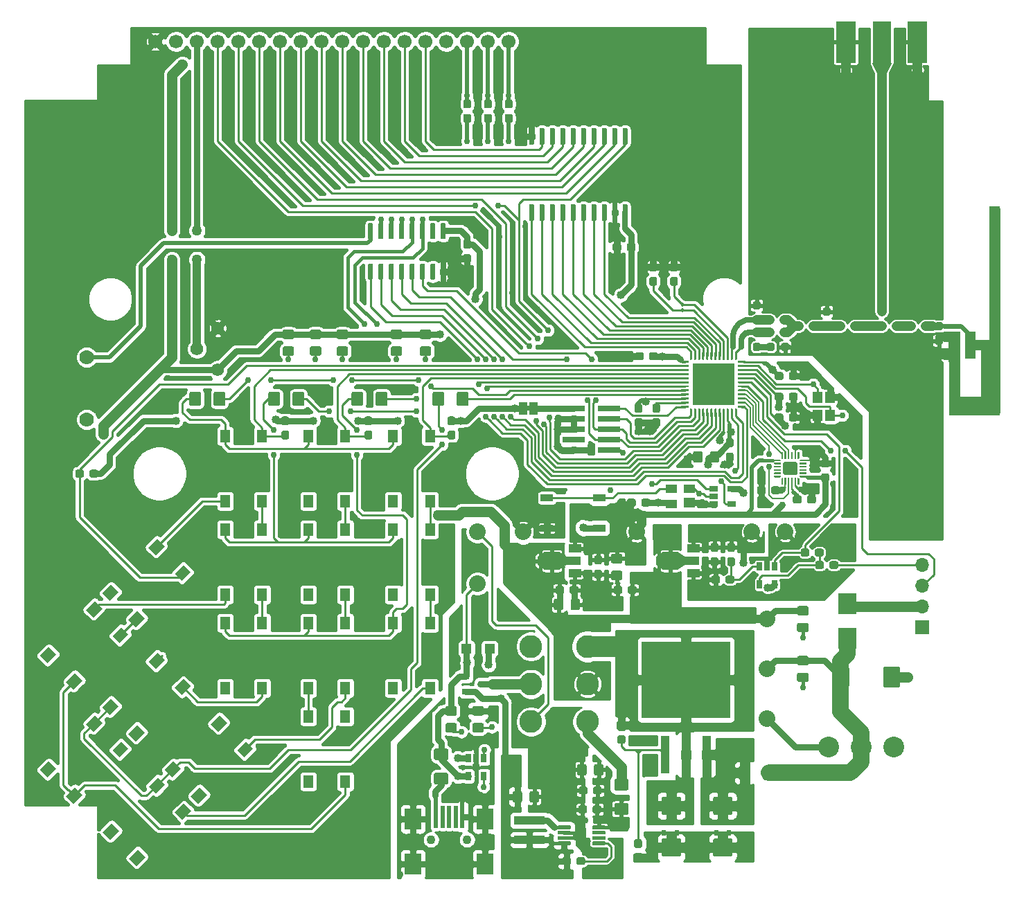
<source format=gtl>
G04 #@! TF.GenerationSoftware,KiCad,Pcbnew,(5.1.5)-2*
G04 #@! TF.CreationDate,2020-03-21T01:12:42-07:00*
G04 #@! TF.ProjectId,pandora,70616e64-6f72-4612-9e6b-696361645f70,A*
G04 #@! TF.SameCoordinates,PX508ae58PY8db4db0*
G04 #@! TF.FileFunction,Copper,L1,Top*
G04 #@! TF.FilePolarity,Positive*
%FSLAX46Y46*%
G04 Gerber Fmt 4.6, Leading zero omitted, Abs format (unit mm)*
G04 Created by KiCad (PCBNEW (5.1.5)-2) date 2020-03-21 01:12:42*
%MOMM*%
%LPD*%
G04 APERTURE LIST*
%ADD10C,0.002540*%
%ADD11C,0.010000*%
%ADD12C,0.100000*%
%ADD13C,1.574800*%
%ADD14C,0.500000*%
%ADD15R,5.150000X5.150000*%
%ADD16R,1.200000X1.400000*%
%ADD17C,1.699748*%
%ADD18C,2.794000*%
%ADD19R,1.300000X1.550000*%
%ADD20O,1.700000X1.700000*%
%ADD21R,1.700000X1.700000*%
%ADD22R,2.300000X2.500000*%
%ADD23R,0.650000X1.060000*%
%ADD24R,1.060000X0.650000*%
%ADD25R,1.500000X1.000000*%
%ADD26R,1.800000X1.000000*%
%ADD27R,1.840000X2.200000*%
%ADD28R,0.900000X0.800000*%
%ADD29R,2.800000X0.740000*%
%ADD30C,0.457200*%
%ADD31R,0.450000X1.365500*%
%ADD32R,0.450000X1.212000*%
%ADD33R,0.450000X0.468800*%
%ADD34R,1.400000X1.000000*%
%ADD35R,1.400000X1.200000*%
%ADD36R,3.700000X0.980000*%
%ADD37R,1.100000X4.600000*%
%ADD38R,10.800000X9.400000*%
%ADD39C,2.032000*%
%ADD40R,1.500000X0.850000*%
%ADD41C,1.778000*%
%ADD42R,1.000000X1.500000*%
%ADD43R,0.500380X2.700020*%
%ADD44R,1.998980X2.499360*%
%ADD45C,1.099820*%
%ADD46C,2.540000*%
%ADD47R,2.290000X5.080000*%
%ADD48R,2.420000X5.080000*%
%ADD49C,0.970000*%
%ADD50R,0.460000X0.950000*%
%ADD51R,1.200000X1.200000*%
%ADD52C,0.762000*%
%ADD53C,1.016000*%
%ADD54C,1.270000*%
%ADD55C,0.609600*%
%ADD56C,1.125220*%
%ADD57C,1.371600*%
%ADD58C,1.143000*%
%ADD59C,0.952500*%
%ADD60C,0.469900*%
%ADD61C,1.270000*%
%ADD62C,1.778000*%
%ADD63C,2.540000*%
%ADD64C,1.016000*%
%ADD65C,0.762000*%
%ADD66C,0.508000*%
%ADD67C,0.381000*%
%ADD68C,0.203200*%
%ADD69C,0.635000*%
%ADD70C,0.254000*%
%ADD71C,0.711200*%
%ADD72C,0.431800*%
%ADD73C,0.990600*%
%ADD74C,2.032000*%
G04 APERTURE END LIST*
D10*
G36*
X106337100Y99314000D02*
G01*
X105752900Y99314000D01*
X104894380Y101033580D01*
X107180380Y101033580D01*
X106337100Y99314000D01*
G37*
X106337100Y99314000D02*
X105752900Y99314000D01*
X104894380Y101033580D01*
X107180380Y101033580D01*
X106337100Y99314000D01*
D11*
G36*
X120428516Y72728617D02*
G01*
X120428515Y73191951D01*
X120428512Y73641719D01*
X120428507Y74078121D01*
X120428501Y74501362D01*
X120428493Y74911641D01*
X120428483Y75309162D01*
X120428470Y75694127D01*
X120428455Y76066736D01*
X120428436Y76427193D01*
X120428415Y76775700D01*
X120428391Y77112458D01*
X120428363Y77437669D01*
X120428331Y77751536D01*
X120428295Y78054260D01*
X120428255Y78346044D01*
X120428210Y78627089D01*
X120428161Y78897597D01*
X120428107Y79157772D01*
X120428048Y79407813D01*
X120427983Y79647924D01*
X120427913Y79878307D01*
X120427837Y80099163D01*
X120427755Y80310695D01*
X120427666Y80513104D01*
X120427571Y80706593D01*
X120427470Y80891364D01*
X120427361Y81067618D01*
X120427245Y81235557D01*
X120427122Y81395385D01*
X120426991Y81547302D01*
X120426853Y81691510D01*
X120426706Y81828213D01*
X120426551Y81957610D01*
X120426387Y82079906D01*
X120426214Y82195301D01*
X120426033Y82303998D01*
X120425842Y82406199D01*
X120425642Y82502106D01*
X120425432Y82591920D01*
X120425212Y82675844D01*
X120424982Y82754080D01*
X120424741Y82826829D01*
X120424490Y82894294D01*
X120424228Y82956678D01*
X120423955Y83014181D01*
X120423671Y83067005D01*
X120423375Y83115354D01*
X120423068Y83159428D01*
X120422748Y83199431D01*
X120422416Y83235563D01*
X120422072Y83268027D01*
X120421715Y83297025D01*
X120421345Y83322759D01*
X120420962Y83345431D01*
X120420566Y83365243D01*
X120420156Y83382396D01*
X120419732Y83397094D01*
X120419294Y83409538D01*
X120418842Y83419929D01*
X120418376Y83428471D01*
X120417895Y83435364D01*
X120417398Y83440812D01*
X120416887Y83445016D01*
X120416360Y83448177D01*
X120415818Y83450499D01*
X120415259Y83452183D01*
X120414685Y83453431D01*
X120414138Y83454375D01*
X120408840Y83463228D01*
X120403971Y83470935D01*
X120398542Y83477571D01*
X120391563Y83483211D01*
X120382047Y83487931D01*
X120369003Y83491805D01*
X120351442Y83494910D01*
X120328377Y83497321D01*
X120298818Y83499113D01*
X120261775Y83500362D01*
X120216261Y83501142D01*
X120161286Y83501529D01*
X120095861Y83501599D01*
X120018997Y83501426D01*
X119929705Y83501087D01*
X119826997Y83500657D01*
X119807793Y83500579D01*
X119263571Y83498383D01*
X119244073Y83480163D01*
X119227480Y83461749D01*
X119214531Y83442635D01*
X119214335Y83442260D01*
X119213805Y83439744D01*
X119213294Y83434105D01*
X119212800Y83425105D01*
X119212324Y83412504D01*
X119211865Y83396063D01*
X119211423Y83375544D01*
X119210997Y83350705D01*
X119210588Y83321310D01*
X119210195Y83287118D01*
X119209817Y83247890D01*
X119209454Y83203387D01*
X119209107Y83153370D01*
X119208775Y83097600D01*
X119208456Y83035836D01*
X119208153Y82967841D01*
X119207862Y82893376D01*
X119207586Y82812199D01*
X119207323Y82724074D01*
X119207072Y82628760D01*
X119206835Y82526018D01*
X119206609Y82415609D01*
X119206396Y82297294D01*
X119206194Y82170834D01*
X119206004Y82035989D01*
X119205825Y81892521D01*
X119205657Y81740189D01*
X119205500Y81578755D01*
X119205352Y81407980D01*
X119205215Y81227625D01*
X119205087Y81037450D01*
X119204969Y80837215D01*
X119204860Y80626683D01*
X119204759Y80405613D01*
X119204667Y80173767D01*
X119204583Y79930906D01*
X119204507Y79676789D01*
X119204438Y79411178D01*
X119204377Y79133834D01*
X119204323Y78844517D01*
X119204275Y78542989D01*
X119204234Y78229010D01*
X119204198Y77902341D01*
X119204169Y77562743D01*
X119204144Y77209976D01*
X119204125Y76843801D01*
X119204111Y76463980D01*
X119204102Y76070273D01*
X119204096Y75662440D01*
X119204095Y75288387D01*
X119204095Y67154194D01*
X117418862Y67154194D01*
X117414798Y68068886D01*
X117397824Y68092683D01*
X117390122Y68103333D01*
X117382673Y68112175D01*
X117374118Y68119375D01*
X117363097Y68125103D01*
X117348251Y68129528D01*
X117328221Y68132816D01*
X117301646Y68135137D01*
X117267168Y68136659D01*
X117223427Y68137551D01*
X117169063Y68137980D01*
X117102718Y68138116D01*
X117030888Y68138125D01*
X116722782Y68138125D01*
X116278001Y68581220D01*
X116195132Y68663681D01*
X116121926Y68736313D01*
X116057809Y68799666D01*
X116002207Y68854290D01*
X115954547Y68900734D01*
X115914255Y68939548D01*
X115880757Y68971280D01*
X115853480Y68996482D01*
X115831851Y69015701D01*
X115815294Y69029488D01*
X115803238Y69038393D01*
X115796778Y69042210D01*
X115760336Y69060105D01*
X113570178Y69063935D01*
X113570178Y68604581D01*
X115600056Y68604581D01*
X115907958Y68296616D01*
X116215859Y67988650D01*
X116215871Y66505497D01*
X116215877Y66332167D01*
X116215896Y66172816D01*
X116215934Y66026848D01*
X116215995Y65893665D01*
X116216084Y65772670D01*
X116216206Y65663266D01*
X116216367Y65564855D01*
X116216571Y65476840D01*
X116216823Y65398624D01*
X116217129Y65329610D01*
X116217494Y65269201D01*
X116217922Y65216799D01*
X116218419Y65171807D01*
X116218990Y65133629D01*
X116219639Y65101665D01*
X116220373Y65075321D01*
X116221195Y65053998D01*
X116222111Y65037098D01*
X116223126Y65024026D01*
X116224245Y65014183D01*
X116225473Y65006973D01*
X116226815Y65001798D01*
X116228277Y64998061D01*
X116228625Y64997352D01*
X116243060Y64976005D01*
X116260786Y64958138D01*
X116261943Y64957266D01*
X116266125Y64954391D01*
X116270965Y64951902D01*
X116277495Y64949766D01*
X116286742Y64947952D01*
X116299738Y64946427D01*
X116317512Y64945160D01*
X116341095Y64944118D01*
X116371515Y64943270D01*
X116409803Y64942582D01*
X116456988Y64942024D01*
X116514102Y64941563D01*
X116582172Y64941167D01*
X116662230Y64940803D01*
X116755306Y64940441D01*
X116808571Y64940244D01*
X116912445Y64939840D01*
X117002742Y64939502D01*
X117080462Y64939328D01*
X117146605Y64939413D01*
X117202170Y64939853D01*
X117248158Y64940743D01*
X117285568Y64942180D01*
X117315400Y64944259D01*
X117338654Y64947076D01*
X117356330Y64950726D01*
X117369427Y64955306D01*
X117378946Y64960911D01*
X117385886Y64967637D01*
X117391247Y64975580D01*
X117396029Y64984835D01*
X117401232Y64995499D01*
X117402043Y64997096D01*
X117418442Y65029076D01*
X117418442Y65922458D01*
X118212875Y65922458D01*
X118212875Y60171888D01*
X116891857Y60173730D01*
X115570838Y60175571D01*
X115567194Y64122549D01*
X115566928Y64409382D01*
X115566671Y64682000D01*
X115566423Y64940766D01*
X115566182Y65186044D01*
X115565946Y65418195D01*
X115565714Y65637583D01*
X115565483Y65844569D01*
X115565254Y66039517D01*
X115565023Y66222788D01*
X115564790Y66394747D01*
X115564553Y66555754D01*
X115564310Y66706174D01*
X115564060Y66846367D01*
X115563802Y66976698D01*
X115563534Y67097529D01*
X115563253Y67209221D01*
X115562960Y67312139D01*
X115562652Y67406643D01*
X115562328Y67493098D01*
X115561985Y67571865D01*
X115561624Y67643308D01*
X115561241Y67707788D01*
X115560836Y67765669D01*
X115560407Y67817312D01*
X115559953Y67863081D01*
X115559472Y67903339D01*
X115558962Y67938447D01*
X115558421Y67968768D01*
X115557850Y67994665D01*
X115557245Y68016501D01*
X115556605Y68034638D01*
X115555929Y68049439D01*
X115555216Y68061266D01*
X115554463Y68070482D01*
X115553669Y68077450D01*
X115552833Y68082531D01*
X115551952Y68086090D01*
X115551027Y68088487D01*
X115550399Y68089597D01*
X115534705Y68107533D01*
X115514808Y68123342D01*
X115513957Y68123869D01*
X115510323Y68125907D01*
X115505953Y68127741D01*
X115500096Y68129380D01*
X115492001Y68130836D01*
X115480916Y68132120D01*
X115466092Y68133243D01*
X115446777Y68134215D01*
X115422220Y68135047D01*
X115391669Y68135751D01*
X115354375Y68136337D01*
X115309585Y68136816D01*
X115256549Y68137198D01*
X115194515Y68137495D01*
X115122734Y68137718D01*
X115040453Y68137877D01*
X114946922Y68137984D01*
X114841390Y68138048D01*
X114723105Y68138082D01*
X114591317Y68138096D01*
X114530422Y68138098D01*
X113570178Y68138125D01*
X113570178Y66935543D01*
X114211555Y66935543D01*
X114211555Y66141109D01*
X113570178Y66141109D01*
X113570178Y64785471D01*
X114238645Y64785471D01*
X114243346Y64298972D01*
X114243725Y64256328D01*
X114244173Y64199717D01*
X114244688Y64129745D01*
X114245266Y64047023D01*
X114245903Y63952157D01*
X114246595Y63845756D01*
X114247340Y63728430D01*
X114248133Y63600785D01*
X114248971Y63463430D01*
X114249851Y63316975D01*
X114250768Y63162027D01*
X114251720Y62999194D01*
X114252702Y62829085D01*
X114253712Y62652309D01*
X114254745Y62469474D01*
X114255798Y62281187D01*
X114256867Y62088058D01*
X114257950Y61890695D01*
X114259041Y61689706D01*
X114260139Y61485700D01*
X114261239Y61279284D01*
X114262337Y61071069D01*
X114263037Y60937207D01*
X114264110Y60733151D01*
X114265181Y60532744D01*
X114266248Y60336482D01*
X114267307Y60144859D01*
X114268355Y59958371D01*
X114269389Y59777513D01*
X114270405Y59602781D01*
X114271401Y59434669D01*
X114272373Y59273674D01*
X114273318Y59120290D01*
X114274232Y58975014D01*
X114275114Y58838339D01*
X114275958Y58710762D01*
X114276763Y58592777D01*
X114277525Y58484881D01*
X114278241Y58387568D01*
X114278907Y58301334D01*
X114279521Y58226674D01*
X114280079Y58164083D01*
X114280578Y58114057D01*
X114281015Y58077090D01*
X114281387Y58053679D01*
X114281690Y58044319D01*
X114281706Y58044213D01*
X114288905Y58028860D01*
X114303130Y58009565D01*
X114312486Y57999382D01*
X114332551Y57981968D01*
X114352524Y57972522D01*
X114379431Y57967593D01*
X114389446Y57967270D01*
X114413545Y57966964D01*
X114451237Y57966674D01*
X114502028Y57966401D01*
X114565426Y57966146D01*
X114640940Y57965908D01*
X114728076Y57965688D01*
X114826342Y57965487D01*
X114935245Y57965305D01*
X115054294Y57965143D01*
X115182996Y57965000D01*
X115320859Y57964878D01*
X115467390Y57964776D01*
X115622097Y57964696D01*
X115784488Y57964637D01*
X115954069Y57964600D01*
X116130350Y57964585D01*
X116312837Y57964593D01*
X116501038Y57964624D01*
X116694460Y57964679D01*
X116892612Y57964758D01*
X117095001Y57964862D01*
X117301134Y57964990D01*
X117385644Y57965049D01*
X117633405Y57965230D01*
X117867008Y57965405D01*
X118086873Y57965578D01*
X118293420Y57965749D01*
X118487067Y57965921D01*
X118668236Y57966096D01*
X118837344Y57966277D01*
X118994811Y57966465D01*
X119141057Y57966663D01*
X119276501Y57966872D01*
X119401563Y57967095D01*
X119516662Y57967334D01*
X119622218Y57967592D01*
X119718649Y57967869D01*
X119806376Y57968170D01*
X119885818Y57968494D01*
X119957393Y57968846D01*
X120021523Y57969226D01*
X120078626Y57969637D01*
X120129121Y57970081D01*
X120173428Y57970561D01*
X120211967Y57971078D01*
X120245156Y57971634D01*
X120273416Y57972233D01*
X120297166Y57972875D01*
X120316825Y57973563D01*
X120332812Y57974299D01*
X120345548Y57975085D01*
X120355451Y57975924D01*
X120362940Y57976817D01*
X120368437Y57977767D01*
X120372359Y57978775D01*
X120375126Y57979845D01*
X120376024Y57980301D01*
X120396827Y57996097D01*
X120413878Y58016125D01*
X120414261Y58016743D01*
X120414843Y58017800D01*
X120415409Y58019169D01*
X120415960Y58021052D01*
X120416494Y58023650D01*
X120417013Y58027167D01*
X120417518Y58031803D01*
X120418007Y58037761D01*
X120418481Y58045243D01*
X120418941Y58054451D01*
X120419386Y58065586D01*
X120419818Y58078852D01*
X120420235Y58094449D01*
X120420639Y58112580D01*
X120421030Y58133447D01*
X120421407Y58157251D01*
X120421772Y58184196D01*
X120422123Y58214482D01*
X120422463Y58248312D01*
X120422790Y58285888D01*
X120423105Y58327412D01*
X120423408Y58373085D01*
X120423699Y58423110D01*
X120423980Y58477689D01*
X120424249Y58537024D01*
X120424507Y58601317D01*
X120424754Y58670769D01*
X120424992Y58745583D01*
X120425218Y58825961D01*
X120425435Y58912104D01*
X120425642Y59004216D01*
X120425840Y59102497D01*
X120426028Y59207149D01*
X120426207Y59318376D01*
X120426377Y59436378D01*
X120426539Y59561358D01*
X120426692Y59693518D01*
X120426837Y59833059D01*
X120426974Y59980184D01*
X120427104Y60135095D01*
X120427226Y60297994D01*
X120427340Y60469082D01*
X120427448Y60648562D01*
X120427548Y60836636D01*
X120427642Y61033505D01*
X120427730Y61239372D01*
X120427812Y61454439D01*
X120427887Y61678907D01*
X120427957Y61912979D01*
X120428022Y62156857D01*
X120428081Y62410742D01*
X120428135Y62674837D01*
X120428184Y62949344D01*
X120428229Y63234465D01*
X120428270Y63530401D01*
X120428306Y63837354D01*
X120428339Y64155528D01*
X120428368Y64485123D01*
X120428393Y64826341D01*
X120428415Y65179385D01*
X120428434Y65544457D01*
X120428451Y65921759D01*
X120428465Y66311492D01*
X120428477Y66713859D01*
X120428486Y67129061D01*
X120428494Y67557301D01*
X120428500Y67998780D01*
X120428505Y68453701D01*
X120428508Y68922266D01*
X120428511Y69404676D01*
X120428513Y69901134D01*
X120428514Y70411842D01*
X120428515Y70735572D01*
X120428516Y71255193D01*
X120428517Y71760440D01*
X120428517Y72251514D01*
X120428516Y72728617D01*
G37*
X120428516Y72728617D02*
X120428515Y73191951D01*
X120428512Y73641719D01*
X120428507Y74078121D01*
X120428501Y74501362D01*
X120428493Y74911641D01*
X120428483Y75309162D01*
X120428470Y75694127D01*
X120428455Y76066736D01*
X120428436Y76427193D01*
X120428415Y76775700D01*
X120428391Y77112458D01*
X120428363Y77437669D01*
X120428331Y77751536D01*
X120428295Y78054260D01*
X120428255Y78346044D01*
X120428210Y78627089D01*
X120428161Y78897597D01*
X120428107Y79157772D01*
X120428048Y79407813D01*
X120427983Y79647924D01*
X120427913Y79878307D01*
X120427837Y80099163D01*
X120427755Y80310695D01*
X120427666Y80513104D01*
X120427571Y80706593D01*
X120427470Y80891364D01*
X120427361Y81067618D01*
X120427245Y81235557D01*
X120427122Y81395385D01*
X120426991Y81547302D01*
X120426853Y81691510D01*
X120426706Y81828213D01*
X120426551Y81957610D01*
X120426387Y82079906D01*
X120426214Y82195301D01*
X120426033Y82303998D01*
X120425842Y82406199D01*
X120425642Y82502106D01*
X120425432Y82591920D01*
X120425212Y82675844D01*
X120424982Y82754080D01*
X120424741Y82826829D01*
X120424490Y82894294D01*
X120424228Y82956678D01*
X120423955Y83014181D01*
X120423671Y83067005D01*
X120423375Y83115354D01*
X120423068Y83159428D01*
X120422748Y83199431D01*
X120422416Y83235563D01*
X120422072Y83268027D01*
X120421715Y83297025D01*
X120421345Y83322759D01*
X120420962Y83345431D01*
X120420566Y83365243D01*
X120420156Y83382396D01*
X120419732Y83397094D01*
X120419294Y83409538D01*
X120418842Y83419929D01*
X120418376Y83428471D01*
X120417895Y83435364D01*
X120417398Y83440812D01*
X120416887Y83445016D01*
X120416360Y83448177D01*
X120415818Y83450499D01*
X120415259Y83452183D01*
X120414685Y83453431D01*
X120414138Y83454375D01*
X120408840Y83463228D01*
X120403971Y83470935D01*
X120398542Y83477571D01*
X120391563Y83483211D01*
X120382047Y83487931D01*
X120369003Y83491805D01*
X120351442Y83494910D01*
X120328377Y83497321D01*
X120298818Y83499113D01*
X120261775Y83500362D01*
X120216261Y83501142D01*
X120161286Y83501529D01*
X120095861Y83501599D01*
X120018997Y83501426D01*
X119929705Y83501087D01*
X119826997Y83500657D01*
X119807793Y83500579D01*
X119263571Y83498383D01*
X119244073Y83480163D01*
X119227480Y83461749D01*
X119214531Y83442635D01*
X119214335Y83442260D01*
X119213805Y83439744D01*
X119213294Y83434105D01*
X119212800Y83425105D01*
X119212324Y83412504D01*
X119211865Y83396063D01*
X119211423Y83375544D01*
X119210997Y83350705D01*
X119210588Y83321310D01*
X119210195Y83287118D01*
X119209817Y83247890D01*
X119209454Y83203387D01*
X119209107Y83153370D01*
X119208775Y83097600D01*
X119208456Y83035836D01*
X119208153Y82967841D01*
X119207862Y82893376D01*
X119207586Y82812199D01*
X119207323Y82724074D01*
X119207072Y82628760D01*
X119206835Y82526018D01*
X119206609Y82415609D01*
X119206396Y82297294D01*
X119206194Y82170834D01*
X119206004Y82035989D01*
X119205825Y81892521D01*
X119205657Y81740189D01*
X119205500Y81578755D01*
X119205352Y81407980D01*
X119205215Y81227625D01*
X119205087Y81037450D01*
X119204969Y80837215D01*
X119204860Y80626683D01*
X119204759Y80405613D01*
X119204667Y80173767D01*
X119204583Y79930906D01*
X119204507Y79676789D01*
X119204438Y79411178D01*
X119204377Y79133834D01*
X119204323Y78844517D01*
X119204275Y78542989D01*
X119204234Y78229010D01*
X119204198Y77902341D01*
X119204169Y77562743D01*
X119204144Y77209976D01*
X119204125Y76843801D01*
X119204111Y76463980D01*
X119204102Y76070273D01*
X119204096Y75662440D01*
X119204095Y75288387D01*
X119204095Y67154194D01*
X117418862Y67154194D01*
X117414798Y68068886D01*
X117397824Y68092683D01*
X117390122Y68103333D01*
X117382673Y68112175D01*
X117374118Y68119375D01*
X117363097Y68125103D01*
X117348251Y68129528D01*
X117328221Y68132816D01*
X117301646Y68135137D01*
X117267168Y68136659D01*
X117223427Y68137551D01*
X117169063Y68137980D01*
X117102718Y68138116D01*
X117030888Y68138125D01*
X116722782Y68138125D01*
X116278001Y68581220D01*
X116195132Y68663681D01*
X116121926Y68736313D01*
X116057809Y68799666D01*
X116002207Y68854290D01*
X115954547Y68900734D01*
X115914255Y68939548D01*
X115880757Y68971280D01*
X115853480Y68996482D01*
X115831851Y69015701D01*
X115815294Y69029488D01*
X115803238Y69038393D01*
X115796778Y69042210D01*
X115760336Y69060105D01*
X113570178Y69063935D01*
X113570178Y68604581D01*
X115600056Y68604581D01*
X115907958Y68296616D01*
X116215859Y67988650D01*
X116215871Y66505497D01*
X116215877Y66332167D01*
X116215896Y66172816D01*
X116215934Y66026848D01*
X116215995Y65893665D01*
X116216084Y65772670D01*
X116216206Y65663266D01*
X116216367Y65564855D01*
X116216571Y65476840D01*
X116216823Y65398624D01*
X116217129Y65329610D01*
X116217494Y65269201D01*
X116217922Y65216799D01*
X116218419Y65171807D01*
X116218990Y65133629D01*
X116219639Y65101665D01*
X116220373Y65075321D01*
X116221195Y65053998D01*
X116222111Y65037098D01*
X116223126Y65024026D01*
X116224245Y65014183D01*
X116225473Y65006973D01*
X116226815Y65001798D01*
X116228277Y64998061D01*
X116228625Y64997352D01*
X116243060Y64976005D01*
X116260786Y64958138D01*
X116261943Y64957266D01*
X116266125Y64954391D01*
X116270965Y64951902D01*
X116277495Y64949766D01*
X116286742Y64947952D01*
X116299738Y64946427D01*
X116317512Y64945160D01*
X116341095Y64944118D01*
X116371515Y64943270D01*
X116409803Y64942582D01*
X116456988Y64942024D01*
X116514102Y64941563D01*
X116582172Y64941167D01*
X116662230Y64940803D01*
X116755306Y64940441D01*
X116808571Y64940244D01*
X116912445Y64939840D01*
X117002742Y64939502D01*
X117080462Y64939328D01*
X117146605Y64939413D01*
X117202170Y64939853D01*
X117248158Y64940743D01*
X117285568Y64942180D01*
X117315400Y64944259D01*
X117338654Y64947076D01*
X117356330Y64950726D01*
X117369427Y64955306D01*
X117378946Y64960911D01*
X117385886Y64967637D01*
X117391247Y64975580D01*
X117396029Y64984835D01*
X117401232Y64995499D01*
X117402043Y64997096D01*
X117418442Y65029076D01*
X117418442Y65922458D01*
X118212875Y65922458D01*
X118212875Y60171888D01*
X116891857Y60173730D01*
X115570838Y60175571D01*
X115567194Y64122549D01*
X115566928Y64409382D01*
X115566671Y64682000D01*
X115566423Y64940766D01*
X115566182Y65186044D01*
X115565946Y65418195D01*
X115565714Y65637583D01*
X115565483Y65844569D01*
X115565254Y66039517D01*
X115565023Y66222788D01*
X115564790Y66394747D01*
X115564553Y66555754D01*
X115564310Y66706174D01*
X115564060Y66846367D01*
X115563802Y66976698D01*
X115563534Y67097529D01*
X115563253Y67209221D01*
X115562960Y67312139D01*
X115562652Y67406643D01*
X115562328Y67493098D01*
X115561985Y67571865D01*
X115561624Y67643308D01*
X115561241Y67707788D01*
X115560836Y67765669D01*
X115560407Y67817312D01*
X115559953Y67863081D01*
X115559472Y67903339D01*
X115558962Y67938447D01*
X115558421Y67968768D01*
X115557850Y67994665D01*
X115557245Y68016501D01*
X115556605Y68034638D01*
X115555929Y68049439D01*
X115555216Y68061266D01*
X115554463Y68070482D01*
X115553669Y68077450D01*
X115552833Y68082531D01*
X115551952Y68086090D01*
X115551027Y68088487D01*
X115550399Y68089597D01*
X115534705Y68107533D01*
X115514808Y68123342D01*
X115513957Y68123869D01*
X115510323Y68125907D01*
X115505953Y68127741D01*
X115500096Y68129380D01*
X115492001Y68130836D01*
X115480916Y68132120D01*
X115466092Y68133243D01*
X115446777Y68134215D01*
X115422220Y68135047D01*
X115391669Y68135751D01*
X115354375Y68136337D01*
X115309585Y68136816D01*
X115256549Y68137198D01*
X115194515Y68137495D01*
X115122734Y68137718D01*
X115040453Y68137877D01*
X114946922Y68137984D01*
X114841390Y68138048D01*
X114723105Y68138082D01*
X114591317Y68138096D01*
X114530422Y68138098D01*
X113570178Y68138125D01*
X113570178Y66935543D01*
X114211555Y66935543D01*
X114211555Y66141109D01*
X113570178Y66141109D01*
X113570178Y64785471D01*
X114238645Y64785471D01*
X114243346Y64298972D01*
X114243725Y64256328D01*
X114244173Y64199717D01*
X114244688Y64129745D01*
X114245266Y64047023D01*
X114245903Y63952157D01*
X114246595Y63845756D01*
X114247340Y63728430D01*
X114248133Y63600785D01*
X114248971Y63463430D01*
X114249851Y63316975D01*
X114250768Y63162027D01*
X114251720Y62999194D01*
X114252702Y62829085D01*
X114253712Y62652309D01*
X114254745Y62469474D01*
X114255798Y62281187D01*
X114256867Y62088058D01*
X114257950Y61890695D01*
X114259041Y61689706D01*
X114260139Y61485700D01*
X114261239Y61279284D01*
X114262337Y61071069D01*
X114263037Y60937207D01*
X114264110Y60733151D01*
X114265181Y60532744D01*
X114266248Y60336482D01*
X114267307Y60144859D01*
X114268355Y59958371D01*
X114269389Y59777513D01*
X114270405Y59602781D01*
X114271401Y59434669D01*
X114272373Y59273674D01*
X114273318Y59120290D01*
X114274232Y58975014D01*
X114275114Y58838339D01*
X114275958Y58710762D01*
X114276763Y58592777D01*
X114277525Y58484881D01*
X114278241Y58387568D01*
X114278907Y58301334D01*
X114279521Y58226674D01*
X114280079Y58164083D01*
X114280578Y58114057D01*
X114281015Y58077090D01*
X114281387Y58053679D01*
X114281690Y58044319D01*
X114281706Y58044213D01*
X114288905Y58028860D01*
X114303130Y58009565D01*
X114312486Y57999382D01*
X114332551Y57981968D01*
X114352524Y57972522D01*
X114379431Y57967593D01*
X114389446Y57967270D01*
X114413545Y57966964D01*
X114451237Y57966674D01*
X114502028Y57966401D01*
X114565426Y57966146D01*
X114640940Y57965908D01*
X114728076Y57965688D01*
X114826342Y57965487D01*
X114935245Y57965305D01*
X115054294Y57965143D01*
X115182996Y57965000D01*
X115320859Y57964878D01*
X115467390Y57964776D01*
X115622097Y57964696D01*
X115784488Y57964637D01*
X115954069Y57964600D01*
X116130350Y57964585D01*
X116312837Y57964593D01*
X116501038Y57964624D01*
X116694460Y57964679D01*
X116892612Y57964758D01*
X117095001Y57964862D01*
X117301134Y57964990D01*
X117385644Y57965049D01*
X117633405Y57965230D01*
X117867008Y57965405D01*
X118086873Y57965578D01*
X118293420Y57965749D01*
X118487067Y57965921D01*
X118668236Y57966096D01*
X118837344Y57966277D01*
X118994811Y57966465D01*
X119141057Y57966663D01*
X119276501Y57966872D01*
X119401563Y57967095D01*
X119516662Y57967334D01*
X119622218Y57967592D01*
X119718649Y57967869D01*
X119806376Y57968170D01*
X119885818Y57968494D01*
X119957393Y57968846D01*
X120021523Y57969226D01*
X120078626Y57969637D01*
X120129121Y57970081D01*
X120173428Y57970561D01*
X120211967Y57971078D01*
X120245156Y57971634D01*
X120273416Y57972233D01*
X120297166Y57972875D01*
X120316825Y57973563D01*
X120332812Y57974299D01*
X120345548Y57975085D01*
X120355451Y57975924D01*
X120362940Y57976817D01*
X120368437Y57977767D01*
X120372359Y57978775D01*
X120375126Y57979845D01*
X120376024Y57980301D01*
X120396827Y57996097D01*
X120413878Y58016125D01*
X120414261Y58016743D01*
X120414843Y58017800D01*
X120415409Y58019169D01*
X120415960Y58021052D01*
X120416494Y58023650D01*
X120417013Y58027167D01*
X120417518Y58031803D01*
X120418007Y58037761D01*
X120418481Y58045243D01*
X120418941Y58054451D01*
X120419386Y58065586D01*
X120419818Y58078852D01*
X120420235Y58094449D01*
X120420639Y58112580D01*
X120421030Y58133447D01*
X120421407Y58157251D01*
X120421772Y58184196D01*
X120422123Y58214482D01*
X120422463Y58248312D01*
X120422790Y58285888D01*
X120423105Y58327412D01*
X120423408Y58373085D01*
X120423699Y58423110D01*
X120423980Y58477689D01*
X120424249Y58537024D01*
X120424507Y58601317D01*
X120424754Y58670769D01*
X120424992Y58745583D01*
X120425218Y58825961D01*
X120425435Y58912104D01*
X120425642Y59004216D01*
X120425840Y59102497D01*
X120426028Y59207149D01*
X120426207Y59318376D01*
X120426377Y59436378D01*
X120426539Y59561358D01*
X120426692Y59693518D01*
X120426837Y59833059D01*
X120426974Y59980184D01*
X120427104Y60135095D01*
X120427226Y60297994D01*
X120427340Y60469082D01*
X120427448Y60648562D01*
X120427548Y60836636D01*
X120427642Y61033505D01*
X120427730Y61239372D01*
X120427812Y61454439D01*
X120427887Y61678907D01*
X120427957Y61912979D01*
X120428022Y62156857D01*
X120428081Y62410742D01*
X120428135Y62674837D01*
X120428184Y62949344D01*
X120428229Y63234465D01*
X120428270Y63530401D01*
X120428306Y63837354D01*
X120428339Y64155528D01*
X120428368Y64485123D01*
X120428393Y64826341D01*
X120428415Y65179385D01*
X120428434Y65544457D01*
X120428451Y65921759D01*
X120428465Y66311492D01*
X120428477Y66713859D01*
X120428486Y67129061D01*
X120428494Y67557301D01*
X120428500Y67998780D01*
X120428505Y68453701D01*
X120428508Y68922266D01*
X120428511Y69404676D01*
X120428513Y69901134D01*
X120428514Y70411842D01*
X120428515Y70735572D01*
X120428516Y71255193D01*
X120428517Y71760440D01*
X120428517Y72251514D01*
X120428516Y72728617D01*
D12*
G36*
X62615000Y59101000D02*
G01*
X63115000Y59101000D01*
X63115000Y58501000D01*
X62615000Y58501000D01*
X62615000Y59101000D01*
G37*
D13*
X24892000Y68580000D03*
X22352000Y66040000D03*
X24892000Y63500000D03*
D14*
X83471000Y60722000D03*
X83471000Y59722000D03*
X83471000Y61722000D03*
X83471000Y62722000D03*
X83471000Y63722000D03*
X84471000Y61722000D03*
X84471000Y63722000D03*
X84471000Y59722000D03*
X84471000Y62722000D03*
X84471000Y60722000D03*
X85471000Y62722000D03*
X85471000Y60722000D03*
X85471000Y61722000D03*
X85471000Y63722000D03*
X85471000Y59722000D03*
X86471000Y60722000D03*
X86471000Y62722000D03*
X86471000Y63722000D03*
X86471000Y61722000D03*
X86471000Y59722000D03*
G04 #@! TA.AperFunction,SMDPad,CuDef*
D12*
G36*
X89364626Y64596699D02*
G01*
X89370693Y64595799D01*
X89376643Y64594309D01*
X89382418Y64592242D01*
X89387962Y64589620D01*
X89393223Y64586467D01*
X89398150Y64582813D01*
X89402694Y64578694D01*
X89406813Y64574150D01*
X89410467Y64569223D01*
X89413620Y64563962D01*
X89416242Y64558418D01*
X89418309Y64552643D01*
X89419799Y64546693D01*
X89420699Y64540626D01*
X89421000Y64534500D01*
X89421000Y64409500D01*
X89420699Y64403374D01*
X89419799Y64397307D01*
X89418309Y64391357D01*
X89416242Y64385582D01*
X89413620Y64380038D01*
X89410467Y64374777D01*
X89406813Y64369850D01*
X89402694Y64365306D01*
X89398150Y64361187D01*
X89393223Y64357533D01*
X89387962Y64354380D01*
X89382418Y64351758D01*
X89376643Y64349691D01*
X89370693Y64348201D01*
X89364626Y64347301D01*
X89358500Y64347000D01*
X88533500Y64347000D01*
X88527374Y64347301D01*
X88521307Y64348201D01*
X88515357Y64349691D01*
X88509582Y64351758D01*
X88504038Y64354380D01*
X88498777Y64357533D01*
X88493850Y64361187D01*
X88489306Y64365306D01*
X88485187Y64369850D01*
X88481533Y64374777D01*
X88478380Y64380038D01*
X88475758Y64385582D01*
X88473691Y64391357D01*
X88472201Y64397307D01*
X88471301Y64403374D01*
X88471000Y64409500D01*
X88471000Y64534500D01*
X88471301Y64540626D01*
X88472201Y64546693D01*
X88473691Y64552643D01*
X88475758Y64558418D01*
X88478380Y64563962D01*
X88481533Y64569223D01*
X88485187Y64574150D01*
X88489306Y64578694D01*
X88493850Y64582813D01*
X88498777Y64586467D01*
X88504038Y64589620D01*
X88509582Y64592242D01*
X88515357Y64594309D01*
X88521307Y64595799D01*
X88527374Y64596699D01*
X88533500Y64597000D01*
X89358500Y64597000D01*
X89364626Y64596699D01*
G37*
G04 #@! TD.AperFunction*
G04 #@! TA.AperFunction,SMDPad,CuDef*
G36*
X89364626Y64096699D02*
G01*
X89370693Y64095799D01*
X89376643Y64094309D01*
X89382418Y64092242D01*
X89387962Y64089620D01*
X89393223Y64086467D01*
X89398150Y64082813D01*
X89402694Y64078694D01*
X89406813Y64074150D01*
X89410467Y64069223D01*
X89413620Y64063962D01*
X89416242Y64058418D01*
X89418309Y64052643D01*
X89419799Y64046693D01*
X89420699Y64040626D01*
X89421000Y64034500D01*
X89421000Y63909500D01*
X89420699Y63903374D01*
X89419799Y63897307D01*
X89418309Y63891357D01*
X89416242Y63885582D01*
X89413620Y63880038D01*
X89410467Y63874777D01*
X89406813Y63869850D01*
X89402694Y63865306D01*
X89398150Y63861187D01*
X89393223Y63857533D01*
X89387962Y63854380D01*
X89382418Y63851758D01*
X89376643Y63849691D01*
X89370693Y63848201D01*
X89364626Y63847301D01*
X89358500Y63847000D01*
X88533500Y63847000D01*
X88527374Y63847301D01*
X88521307Y63848201D01*
X88515357Y63849691D01*
X88509582Y63851758D01*
X88504038Y63854380D01*
X88498777Y63857533D01*
X88493850Y63861187D01*
X88489306Y63865306D01*
X88485187Y63869850D01*
X88481533Y63874777D01*
X88478380Y63880038D01*
X88475758Y63885582D01*
X88473691Y63891357D01*
X88472201Y63897307D01*
X88471301Y63903374D01*
X88471000Y63909500D01*
X88471000Y64034500D01*
X88471301Y64040626D01*
X88472201Y64046693D01*
X88473691Y64052643D01*
X88475758Y64058418D01*
X88478380Y64063962D01*
X88481533Y64069223D01*
X88485187Y64074150D01*
X88489306Y64078694D01*
X88493850Y64082813D01*
X88498777Y64086467D01*
X88504038Y64089620D01*
X88509582Y64092242D01*
X88515357Y64094309D01*
X88521307Y64095799D01*
X88527374Y64096699D01*
X88533500Y64097000D01*
X89358500Y64097000D01*
X89364626Y64096699D01*
G37*
G04 #@! TD.AperFunction*
G04 #@! TA.AperFunction,SMDPad,CuDef*
G36*
X89364626Y63596699D02*
G01*
X89370693Y63595799D01*
X89376643Y63594309D01*
X89382418Y63592242D01*
X89387962Y63589620D01*
X89393223Y63586467D01*
X89398150Y63582813D01*
X89402694Y63578694D01*
X89406813Y63574150D01*
X89410467Y63569223D01*
X89413620Y63563962D01*
X89416242Y63558418D01*
X89418309Y63552643D01*
X89419799Y63546693D01*
X89420699Y63540626D01*
X89421000Y63534500D01*
X89421000Y63409500D01*
X89420699Y63403374D01*
X89419799Y63397307D01*
X89418309Y63391357D01*
X89416242Y63385582D01*
X89413620Y63380038D01*
X89410467Y63374777D01*
X89406813Y63369850D01*
X89402694Y63365306D01*
X89398150Y63361187D01*
X89393223Y63357533D01*
X89387962Y63354380D01*
X89382418Y63351758D01*
X89376643Y63349691D01*
X89370693Y63348201D01*
X89364626Y63347301D01*
X89358500Y63347000D01*
X88533500Y63347000D01*
X88527374Y63347301D01*
X88521307Y63348201D01*
X88515357Y63349691D01*
X88509582Y63351758D01*
X88504038Y63354380D01*
X88498777Y63357533D01*
X88493850Y63361187D01*
X88489306Y63365306D01*
X88485187Y63369850D01*
X88481533Y63374777D01*
X88478380Y63380038D01*
X88475758Y63385582D01*
X88473691Y63391357D01*
X88472201Y63397307D01*
X88471301Y63403374D01*
X88471000Y63409500D01*
X88471000Y63534500D01*
X88471301Y63540626D01*
X88472201Y63546693D01*
X88473691Y63552643D01*
X88475758Y63558418D01*
X88478380Y63563962D01*
X88481533Y63569223D01*
X88485187Y63574150D01*
X88489306Y63578694D01*
X88493850Y63582813D01*
X88498777Y63586467D01*
X88504038Y63589620D01*
X88509582Y63592242D01*
X88515357Y63594309D01*
X88521307Y63595799D01*
X88527374Y63596699D01*
X88533500Y63597000D01*
X89358500Y63597000D01*
X89364626Y63596699D01*
G37*
G04 #@! TD.AperFunction*
G04 #@! TA.AperFunction,SMDPad,CuDef*
G36*
X89364626Y63096699D02*
G01*
X89370693Y63095799D01*
X89376643Y63094309D01*
X89382418Y63092242D01*
X89387962Y63089620D01*
X89393223Y63086467D01*
X89398150Y63082813D01*
X89402694Y63078694D01*
X89406813Y63074150D01*
X89410467Y63069223D01*
X89413620Y63063962D01*
X89416242Y63058418D01*
X89418309Y63052643D01*
X89419799Y63046693D01*
X89420699Y63040626D01*
X89421000Y63034500D01*
X89421000Y62909500D01*
X89420699Y62903374D01*
X89419799Y62897307D01*
X89418309Y62891357D01*
X89416242Y62885582D01*
X89413620Y62880038D01*
X89410467Y62874777D01*
X89406813Y62869850D01*
X89402694Y62865306D01*
X89398150Y62861187D01*
X89393223Y62857533D01*
X89387962Y62854380D01*
X89382418Y62851758D01*
X89376643Y62849691D01*
X89370693Y62848201D01*
X89364626Y62847301D01*
X89358500Y62847000D01*
X88533500Y62847000D01*
X88527374Y62847301D01*
X88521307Y62848201D01*
X88515357Y62849691D01*
X88509582Y62851758D01*
X88504038Y62854380D01*
X88498777Y62857533D01*
X88493850Y62861187D01*
X88489306Y62865306D01*
X88485187Y62869850D01*
X88481533Y62874777D01*
X88478380Y62880038D01*
X88475758Y62885582D01*
X88473691Y62891357D01*
X88472201Y62897307D01*
X88471301Y62903374D01*
X88471000Y62909500D01*
X88471000Y63034500D01*
X88471301Y63040626D01*
X88472201Y63046693D01*
X88473691Y63052643D01*
X88475758Y63058418D01*
X88478380Y63063962D01*
X88481533Y63069223D01*
X88485187Y63074150D01*
X88489306Y63078694D01*
X88493850Y63082813D01*
X88498777Y63086467D01*
X88504038Y63089620D01*
X88509582Y63092242D01*
X88515357Y63094309D01*
X88521307Y63095799D01*
X88527374Y63096699D01*
X88533500Y63097000D01*
X89358500Y63097000D01*
X89364626Y63096699D01*
G37*
G04 #@! TD.AperFunction*
G04 #@! TA.AperFunction,SMDPad,CuDef*
G36*
X89364626Y62596699D02*
G01*
X89370693Y62595799D01*
X89376643Y62594309D01*
X89382418Y62592242D01*
X89387962Y62589620D01*
X89393223Y62586467D01*
X89398150Y62582813D01*
X89402694Y62578694D01*
X89406813Y62574150D01*
X89410467Y62569223D01*
X89413620Y62563962D01*
X89416242Y62558418D01*
X89418309Y62552643D01*
X89419799Y62546693D01*
X89420699Y62540626D01*
X89421000Y62534500D01*
X89421000Y62409500D01*
X89420699Y62403374D01*
X89419799Y62397307D01*
X89418309Y62391357D01*
X89416242Y62385582D01*
X89413620Y62380038D01*
X89410467Y62374777D01*
X89406813Y62369850D01*
X89402694Y62365306D01*
X89398150Y62361187D01*
X89393223Y62357533D01*
X89387962Y62354380D01*
X89382418Y62351758D01*
X89376643Y62349691D01*
X89370693Y62348201D01*
X89364626Y62347301D01*
X89358500Y62347000D01*
X88533500Y62347000D01*
X88527374Y62347301D01*
X88521307Y62348201D01*
X88515357Y62349691D01*
X88509582Y62351758D01*
X88504038Y62354380D01*
X88498777Y62357533D01*
X88493850Y62361187D01*
X88489306Y62365306D01*
X88485187Y62369850D01*
X88481533Y62374777D01*
X88478380Y62380038D01*
X88475758Y62385582D01*
X88473691Y62391357D01*
X88472201Y62397307D01*
X88471301Y62403374D01*
X88471000Y62409500D01*
X88471000Y62534500D01*
X88471301Y62540626D01*
X88472201Y62546693D01*
X88473691Y62552643D01*
X88475758Y62558418D01*
X88478380Y62563962D01*
X88481533Y62569223D01*
X88485187Y62574150D01*
X88489306Y62578694D01*
X88493850Y62582813D01*
X88498777Y62586467D01*
X88504038Y62589620D01*
X88509582Y62592242D01*
X88515357Y62594309D01*
X88521307Y62595799D01*
X88527374Y62596699D01*
X88533500Y62597000D01*
X89358500Y62597000D01*
X89364626Y62596699D01*
G37*
G04 #@! TD.AperFunction*
G04 #@! TA.AperFunction,SMDPad,CuDef*
G36*
X89364626Y62096699D02*
G01*
X89370693Y62095799D01*
X89376643Y62094309D01*
X89382418Y62092242D01*
X89387962Y62089620D01*
X89393223Y62086467D01*
X89398150Y62082813D01*
X89402694Y62078694D01*
X89406813Y62074150D01*
X89410467Y62069223D01*
X89413620Y62063962D01*
X89416242Y62058418D01*
X89418309Y62052643D01*
X89419799Y62046693D01*
X89420699Y62040626D01*
X89421000Y62034500D01*
X89421000Y61909500D01*
X89420699Y61903374D01*
X89419799Y61897307D01*
X89418309Y61891357D01*
X89416242Y61885582D01*
X89413620Y61880038D01*
X89410467Y61874777D01*
X89406813Y61869850D01*
X89402694Y61865306D01*
X89398150Y61861187D01*
X89393223Y61857533D01*
X89387962Y61854380D01*
X89382418Y61851758D01*
X89376643Y61849691D01*
X89370693Y61848201D01*
X89364626Y61847301D01*
X89358500Y61847000D01*
X88533500Y61847000D01*
X88527374Y61847301D01*
X88521307Y61848201D01*
X88515357Y61849691D01*
X88509582Y61851758D01*
X88504038Y61854380D01*
X88498777Y61857533D01*
X88493850Y61861187D01*
X88489306Y61865306D01*
X88485187Y61869850D01*
X88481533Y61874777D01*
X88478380Y61880038D01*
X88475758Y61885582D01*
X88473691Y61891357D01*
X88472201Y61897307D01*
X88471301Y61903374D01*
X88471000Y61909500D01*
X88471000Y62034500D01*
X88471301Y62040626D01*
X88472201Y62046693D01*
X88473691Y62052643D01*
X88475758Y62058418D01*
X88478380Y62063962D01*
X88481533Y62069223D01*
X88485187Y62074150D01*
X88489306Y62078694D01*
X88493850Y62082813D01*
X88498777Y62086467D01*
X88504038Y62089620D01*
X88509582Y62092242D01*
X88515357Y62094309D01*
X88521307Y62095799D01*
X88527374Y62096699D01*
X88533500Y62097000D01*
X89358500Y62097000D01*
X89364626Y62096699D01*
G37*
G04 #@! TD.AperFunction*
G04 #@! TA.AperFunction,SMDPad,CuDef*
G36*
X89364626Y61596699D02*
G01*
X89370693Y61595799D01*
X89376643Y61594309D01*
X89382418Y61592242D01*
X89387962Y61589620D01*
X89393223Y61586467D01*
X89398150Y61582813D01*
X89402694Y61578694D01*
X89406813Y61574150D01*
X89410467Y61569223D01*
X89413620Y61563962D01*
X89416242Y61558418D01*
X89418309Y61552643D01*
X89419799Y61546693D01*
X89420699Y61540626D01*
X89421000Y61534500D01*
X89421000Y61409500D01*
X89420699Y61403374D01*
X89419799Y61397307D01*
X89418309Y61391357D01*
X89416242Y61385582D01*
X89413620Y61380038D01*
X89410467Y61374777D01*
X89406813Y61369850D01*
X89402694Y61365306D01*
X89398150Y61361187D01*
X89393223Y61357533D01*
X89387962Y61354380D01*
X89382418Y61351758D01*
X89376643Y61349691D01*
X89370693Y61348201D01*
X89364626Y61347301D01*
X89358500Y61347000D01*
X88533500Y61347000D01*
X88527374Y61347301D01*
X88521307Y61348201D01*
X88515357Y61349691D01*
X88509582Y61351758D01*
X88504038Y61354380D01*
X88498777Y61357533D01*
X88493850Y61361187D01*
X88489306Y61365306D01*
X88485187Y61369850D01*
X88481533Y61374777D01*
X88478380Y61380038D01*
X88475758Y61385582D01*
X88473691Y61391357D01*
X88472201Y61397307D01*
X88471301Y61403374D01*
X88471000Y61409500D01*
X88471000Y61534500D01*
X88471301Y61540626D01*
X88472201Y61546693D01*
X88473691Y61552643D01*
X88475758Y61558418D01*
X88478380Y61563962D01*
X88481533Y61569223D01*
X88485187Y61574150D01*
X88489306Y61578694D01*
X88493850Y61582813D01*
X88498777Y61586467D01*
X88504038Y61589620D01*
X88509582Y61592242D01*
X88515357Y61594309D01*
X88521307Y61595799D01*
X88527374Y61596699D01*
X88533500Y61597000D01*
X89358500Y61597000D01*
X89364626Y61596699D01*
G37*
G04 #@! TD.AperFunction*
G04 #@! TA.AperFunction,SMDPad,CuDef*
G36*
X89364626Y61096699D02*
G01*
X89370693Y61095799D01*
X89376643Y61094309D01*
X89382418Y61092242D01*
X89387962Y61089620D01*
X89393223Y61086467D01*
X89398150Y61082813D01*
X89402694Y61078694D01*
X89406813Y61074150D01*
X89410467Y61069223D01*
X89413620Y61063962D01*
X89416242Y61058418D01*
X89418309Y61052643D01*
X89419799Y61046693D01*
X89420699Y61040626D01*
X89421000Y61034500D01*
X89421000Y60909500D01*
X89420699Y60903374D01*
X89419799Y60897307D01*
X89418309Y60891357D01*
X89416242Y60885582D01*
X89413620Y60880038D01*
X89410467Y60874777D01*
X89406813Y60869850D01*
X89402694Y60865306D01*
X89398150Y60861187D01*
X89393223Y60857533D01*
X89387962Y60854380D01*
X89382418Y60851758D01*
X89376643Y60849691D01*
X89370693Y60848201D01*
X89364626Y60847301D01*
X89358500Y60847000D01*
X88533500Y60847000D01*
X88527374Y60847301D01*
X88521307Y60848201D01*
X88515357Y60849691D01*
X88509582Y60851758D01*
X88504038Y60854380D01*
X88498777Y60857533D01*
X88493850Y60861187D01*
X88489306Y60865306D01*
X88485187Y60869850D01*
X88481533Y60874777D01*
X88478380Y60880038D01*
X88475758Y60885582D01*
X88473691Y60891357D01*
X88472201Y60897307D01*
X88471301Y60903374D01*
X88471000Y60909500D01*
X88471000Y61034500D01*
X88471301Y61040626D01*
X88472201Y61046693D01*
X88473691Y61052643D01*
X88475758Y61058418D01*
X88478380Y61063962D01*
X88481533Y61069223D01*
X88485187Y61074150D01*
X88489306Y61078694D01*
X88493850Y61082813D01*
X88498777Y61086467D01*
X88504038Y61089620D01*
X88509582Y61092242D01*
X88515357Y61094309D01*
X88521307Y61095799D01*
X88527374Y61096699D01*
X88533500Y61097000D01*
X89358500Y61097000D01*
X89364626Y61096699D01*
G37*
G04 #@! TD.AperFunction*
G04 #@! TA.AperFunction,SMDPad,CuDef*
G36*
X89364626Y60596699D02*
G01*
X89370693Y60595799D01*
X89376643Y60594309D01*
X89382418Y60592242D01*
X89387962Y60589620D01*
X89393223Y60586467D01*
X89398150Y60582813D01*
X89402694Y60578694D01*
X89406813Y60574150D01*
X89410467Y60569223D01*
X89413620Y60563962D01*
X89416242Y60558418D01*
X89418309Y60552643D01*
X89419799Y60546693D01*
X89420699Y60540626D01*
X89421000Y60534500D01*
X89421000Y60409500D01*
X89420699Y60403374D01*
X89419799Y60397307D01*
X89418309Y60391357D01*
X89416242Y60385582D01*
X89413620Y60380038D01*
X89410467Y60374777D01*
X89406813Y60369850D01*
X89402694Y60365306D01*
X89398150Y60361187D01*
X89393223Y60357533D01*
X89387962Y60354380D01*
X89382418Y60351758D01*
X89376643Y60349691D01*
X89370693Y60348201D01*
X89364626Y60347301D01*
X89358500Y60347000D01*
X88533500Y60347000D01*
X88527374Y60347301D01*
X88521307Y60348201D01*
X88515357Y60349691D01*
X88509582Y60351758D01*
X88504038Y60354380D01*
X88498777Y60357533D01*
X88493850Y60361187D01*
X88489306Y60365306D01*
X88485187Y60369850D01*
X88481533Y60374777D01*
X88478380Y60380038D01*
X88475758Y60385582D01*
X88473691Y60391357D01*
X88472201Y60397307D01*
X88471301Y60403374D01*
X88471000Y60409500D01*
X88471000Y60534500D01*
X88471301Y60540626D01*
X88472201Y60546693D01*
X88473691Y60552643D01*
X88475758Y60558418D01*
X88478380Y60563962D01*
X88481533Y60569223D01*
X88485187Y60574150D01*
X88489306Y60578694D01*
X88493850Y60582813D01*
X88498777Y60586467D01*
X88504038Y60589620D01*
X88509582Y60592242D01*
X88515357Y60594309D01*
X88521307Y60595799D01*
X88527374Y60596699D01*
X88533500Y60597000D01*
X89358500Y60597000D01*
X89364626Y60596699D01*
G37*
G04 #@! TD.AperFunction*
G04 #@! TA.AperFunction,SMDPad,CuDef*
G36*
X89364626Y60096699D02*
G01*
X89370693Y60095799D01*
X89376643Y60094309D01*
X89382418Y60092242D01*
X89387962Y60089620D01*
X89393223Y60086467D01*
X89398150Y60082813D01*
X89402694Y60078694D01*
X89406813Y60074150D01*
X89410467Y60069223D01*
X89413620Y60063962D01*
X89416242Y60058418D01*
X89418309Y60052643D01*
X89419799Y60046693D01*
X89420699Y60040626D01*
X89421000Y60034500D01*
X89421000Y59909500D01*
X89420699Y59903374D01*
X89419799Y59897307D01*
X89418309Y59891357D01*
X89416242Y59885582D01*
X89413620Y59880038D01*
X89410467Y59874777D01*
X89406813Y59869850D01*
X89402694Y59865306D01*
X89398150Y59861187D01*
X89393223Y59857533D01*
X89387962Y59854380D01*
X89382418Y59851758D01*
X89376643Y59849691D01*
X89370693Y59848201D01*
X89364626Y59847301D01*
X89358500Y59847000D01*
X88533500Y59847000D01*
X88527374Y59847301D01*
X88521307Y59848201D01*
X88515357Y59849691D01*
X88509582Y59851758D01*
X88504038Y59854380D01*
X88498777Y59857533D01*
X88493850Y59861187D01*
X88489306Y59865306D01*
X88485187Y59869850D01*
X88481533Y59874777D01*
X88478380Y59880038D01*
X88475758Y59885582D01*
X88473691Y59891357D01*
X88472201Y59897307D01*
X88471301Y59903374D01*
X88471000Y59909500D01*
X88471000Y60034500D01*
X88471301Y60040626D01*
X88472201Y60046693D01*
X88473691Y60052643D01*
X88475758Y60058418D01*
X88478380Y60063962D01*
X88481533Y60069223D01*
X88485187Y60074150D01*
X88489306Y60078694D01*
X88493850Y60082813D01*
X88498777Y60086467D01*
X88504038Y60089620D01*
X88509582Y60092242D01*
X88515357Y60094309D01*
X88521307Y60095799D01*
X88527374Y60096699D01*
X88533500Y60097000D01*
X89358500Y60097000D01*
X89364626Y60096699D01*
G37*
G04 #@! TD.AperFunction*
G04 #@! TA.AperFunction,SMDPad,CuDef*
G36*
X89364626Y59596699D02*
G01*
X89370693Y59595799D01*
X89376643Y59594309D01*
X89382418Y59592242D01*
X89387962Y59589620D01*
X89393223Y59586467D01*
X89398150Y59582813D01*
X89402694Y59578694D01*
X89406813Y59574150D01*
X89410467Y59569223D01*
X89413620Y59563962D01*
X89416242Y59558418D01*
X89418309Y59552643D01*
X89419799Y59546693D01*
X89420699Y59540626D01*
X89421000Y59534500D01*
X89421000Y59409500D01*
X89420699Y59403374D01*
X89419799Y59397307D01*
X89418309Y59391357D01*
X89416242Y59385582D01*
X89413620Y59380038D01*
X89410467Y59374777D01*
X89406813Y59369850D01*
X89402694Y59365306D01*
X89398150Y59361187D01*
X89393223Y59357533D01*
X89387962Y59354380D01*
X89382418Y59351758D01*
X89376643Y59349691D01*
X89370693Y59348201D01*
X89364626Y59347301D01*
X89358500Y59347000D01*
X88533500Y59347000D01*
X88527374Y59347301D01*
X88521307Y59348201D01*
X88515357Y59349691D01*
X88509582Y59351758D01*
X88504038Y59354380D01*
X88498777Y59357533D01*
X88493850Y59361187D01*
X88489306Y59365306D01*
X88485187Y59369850D01*
X88481533Y59374777D01*
X88478380Y59380038D01*
X88475758Y59385582D01*
X88473691Y59391357D01*
X88472201Y59397307D01*
X88471301Y59403374D01*
X88471000Y59409500D01*
X88471000Y59534500D01*
X88471301Y59540626D01*
X88472201Y59546693D01*
X88473691Y59552643D01*
X88475758Y59558418D01*
X88478380Y59563962D01*
X88481533Y59569223D01*
X88485187Y59574150D01*
X88489306Y59578694D01*
X88493850Y59582813D01*
X88498777Y59586467D01*
X88504038Y59589620D01*
X88509582Y59592242D01*
X88515357Y59594309D01*
X88521307Y59595799D01*
X88527374Y59596699D01*
X88533500Y59597000D01*
X89358500Y59597000D01*
X89364626Y59596699D01*
G37*
G04 #@! TD.AperFunction*
G04 #@! TA.AperFunction,SMDPad,CuDef*
G36*
X88289626Y58721699D02*
G01*
X88295693Y58720799D01*
X88301643Y58719309D01*
X88307418Y58717242D01*
X88312962Y58714620D01*
X88318223Y58711467D01*
X88323150Y58707813D01*
X88327694Y58703694D01*
X88331813Y58699150D01*
X88335467Y58694223D01*
X88338620Y58688962D01*
X88341242Y58683418D01*
X88343309Y58677643D01*
X88344799Y58671693D01*
X88345699Y58665626D01*
X88346000Y58659500D01*
X88346000Y57834500D01*
X88345699Y57828374D01*
X88344799Y57822307D01*
X88343309Y57816357D01*
X88341242Y57810582D01*
X88338620Y57805038D01*
X88335467Y57799777D01*
X88331813Y57794850D01*
X88327694Y57790306D01*
X88323150Y57786187D01*
X88318223Y57782533D01*
X88312962Y57779380D01*
X88307418Y57776758D01*
X88301643Y57774691D01*
X88295693Y57773201D01*
X88289626Y57772301D01*
X88283500Y57772000D01*
X88158500Y57772000D01*
X88152374Y57772301D01*
X88146307Y57773201D01*
X88140357Y57774691D01*
X88134582Y57776758D01*
X88129038Y57779380D01*
X88123777Y57782533D01*
X88118850Y57786187D01*
X88114306Y57790306D01*
X88110187Y57794850D01*
X88106533Y57799777D01*
X88103380Y57805038D01*
X88100758Y57810582D01*
X88098691Y57816357D01*
X88097201Y57822307D01*
X88096301Y57828374D01*
X88096000Y57834500D01*
X88096000Y58659500D01*
X88096301Y58665626D01*
X88097201Y58671693D01*
X88098691Y58677643D01*
X88100758Y58683418D01*
X88103380Y58688962D01*
X88106533Y58694223D01*
X88110187Y58699150D01*
X88114306Y58703694D01*
X88118850Y58707813D01*
X88123777Y58711467D01*
X88129038Y58714620D01*
X88134582Y58717242D01*
X88140357Y58719309D01*
X88146307Y58720799D01*
X88152374Y58721699D01*
X88158500Y58722000D01*
X88283500Y58722000D01*
X88289626Y58721699D01*
G37*
G04 #@! TD.AperFunction*
G04 #@! TA.AperFunction,SMDPad,CuDef*
G36*
X87789626Y58721699D02*
G01*
X87795693Y58720799D01*
X87801643Y58719309D01*
X87807418Y58717242D01*
X87812962Y58714620D01*
X87818223Y58711467D01*
X87823150Y58707813D01*
X87827694Y58703694D01*
X87831813Y58699150D01*
X87835467Y58694223D01*
X87838620Y58688962D01*
X87841242Y58683418D01*
X87843309Y58677643D01*
X87844799Y58671693D01*
X87845699Y58665626D01*
X87846000Y58659500D01*
X87846000Y57834500D01*
X87845699Y57828374D01*
X87844799Y57822307D01*
X87843309Y57816357D01*
X87841242Y57810582D01*
X87838620Y57805038D01*
X87835467Y57799777D01*
X87831813Y57794850D01*
X87827694Y57790306D01*
X87823150Y57786187D01*
X87818223Y57782533D01*
X87812962Y57779380D01*
X87807418Y57776758D01*
X87801643Y57774691D01*
X87795693Y57773201D01*
X87789626Y57772301D01*
X87783500Y57772000D01*
X87658500Y57772000D01*
X87652374Y57772301D01*
X87646307Y57773201D01*
X87640357Y57774691D01*
X87634582Y57776758D01*
X87629038Y57779380D01*
X87623777Y57782533D01*
X87618850Y57786187D01*
X87614306Y57790306D01*
X87610187Y57794850D01*
X87606533Y57799777D01*
X87603380Y57805038D01*
X87600758Y57810582D01*
X87598691Y57816357D01*
X87597201Y57822307D01*
X87596301Y57828374D01*
X87596000Y57834500D01*
X87596000Y58659500D01*
X87596301Y58665626D01*
X87597201Y58671693D01*
X87598691Y58677643D01*
X87600758Y58683418D01*
X87603380Y58688962D01*
X87606533Y58694223D01*
X87610187Y58699150D01*
X87614306Y58703694D01*
X87618850Y58707813D01*
X87623777Y58711467D01*
X87629038Y58714620D01*
X87634582Y58717242D01*
X87640357Y58719309D01*
X87646307Y58720799D01*
X87652374Y58721699D01*
X87658500Y58722000D01*
X87783500Y58722000D01*
X87789626Y58721699D01*
G37*
G04 #@! TD.AperFunction*
G04 #@! TA.AperFunction,SMDPad,CuDef*
G36*
X87289626Y58721699D02*
G01*
X87295693Y58720799D01*
X87301643Y58719309D01*
X87307418Y58717242D01*
X87312962Y58714620D01*
X87318223Y58711467D01*
X87323150Y58707813D01*
X87327694Y58703694D01*
X87331813Y58699150D01*
X87335467Y58694223D01*
X87338620Y58688962D01*
X87341242Y58683418D01*
X87343309Y58677643D01*
X87344799Y58671693D01*
X87345699Y58665626D01*
X87346000Y58659500D01*
X87346000Y57834500D01*
X87345699Y57828374D01*
X87344799Y57822307D01*
X87343309Y57816357D01*
X87341242Y57810582D01*
X87338620Y57805038D01*
X87335467Y57799777D01*
X87331813Y57794850D01*
X87327694Y57790306D01*
X87323150Y57786187D01*
X87318223Y57782533D01*
X87312962Y57779380D01*
X87307418Y57776758D01*
X87301643Y57774691D01*
X87295693Y57773201D01*
X87289626Y57772301D01*
X87283500Y57772000D01*
X87158500Y57772000D01*
X87152374Y57772301D01*
X87146307Y57773201D01*
X87140357Y57774691D01*
X87134582Y57776758D01*
X87129038Y57779380D01*
X87123777Y57782533D01*
X87118850Y57786187D01*
X87114306Y57790306D01*
X87110187Y57794850D01*
X87106533Y57799777D01*
X87103380Y57805038D01*
X87100758Y57810582D01*
X87098691Y57816357D01*
X87097201Y57822307D01*
X87096301Y57828374D01*
X87096000Y57834500D01*
X87096000Y58659500D01*
X87096301Y58665626D01*
X87097201Y58671693D01*
X87098691Y58677643D01*
X87100758Y58683418D01*
X87103380Y58688962D01*
X87106533Y58694223D01*
X87110187Y58699150D01*
X87114306Y58703694D01*
X87118850Y58707813D01*
X87123777Y58711467D01*
X87129038Y58714620D01*
X87134582Y58717242D01*
X87140357Y58719309D01*
X87146307Y58720799D01*
X87152374Y58721699D01*
X87158500Y58722000D01*
X87283500Y58722000D01*
X87289626Y58721699D01*
G37*
G04 #@! TD.AperFunction*
G04 #@! TA.AperFunction,SMDPad,CuDef*
G36*
X86789626Y58721699D02*
G01*
X86795693Y58720799D01*
X86801643Y58719309D01*
X86807418Y58717242D01*
X86812962Y58714620D01*
X86818223Y58711467D01*
X86823150Y58707813D01*
X86827694Y58703694D01*
X86831813Y58699150D01*
X86835467Y58694223D01*
X86838620Y58688962D01*
X86841242Y58683418D01*
X86843309Y58677643D01*
X86844799Y58671693D01*
X86845699Y58665626D01*
X86846000Y58659500D01*
X86846000Y57834500D01*
X86845699Y57828374D01*
X86844799Y57822307D01*
X86843309Y57816357D01*
X86841242Y57810582D01*
X86838620Y57805038D01*
X86835467Y57799777D01*
X86831813Y57794850D01*
X86827694Y57790306D01*
X86823150Y57786187D01*
X86818223Y57782533D01*
X86812962Y57779380D01*
X86807418Y57776758D01*
X86801643Y57774691D01*
X86795693Y57773201D01*
X86789626Y57772301D01*
X86783500Y57772000D01*
X86658500Y57772000D01*
X86652374Y57772301D01*
X86646307Y57773201D01*
X86640357Y57774691D01*
X86634582Y57776758D01*
X86629038Y57779380D01*
X86623777Y57782533D01*
X86618850Y57786187D01*
X86614306Y57790306D01*
X86610187Y57794850D01*
X86606533Y57799777D01*
X86603380Y57805038D01*
X86600758Y57810582D01*
X86598691Y57816357D01*
X86597201Y57822307D01*
X86596301Y57828374D01*
X86596000Y57834500D01*
X86596000Y58659500D01*
X86596301Y58665626D01*
X86597201Y58671693D01*
X86598691Y58677643D01*
X86600758Y58683418D01*
X86603380Y58688962D01*
X86606533Y58694223D01*
X86610187Y58699150D01*
X86614306Y58703694D01*
X86618850Y58707813D01*
X86623777Y58711467D01*
X86629038Y58714620D01*
X86634582Y58717242D01*
X86640357Y58719309D01*
X86646307Y58720799D01*
X86652374Y58721699D01*
X86658500Y58722000D01*
X86783500Y58722000D01*
X86789626Y58721699D01*
G37*
G04 #@! TD.AperFunction*
G04 #@! TA.AperFunction,SMDPad,CuDef*
G36*
X86289626Y58721699D02*
G01*
X86295693Y58720799D01*
X86301643Y58719309D01*
X86307418Y58717242D01*
X86312962Y58714620D01*
X86318223Y58711467D01*
X86323150Y58707813D01*
X86327694Y58703694D01*
X86331813Y58699150D01*
X86335467Y58694223D01*
X86338620Y58688962D01*
X86341242Y58683418D01*
X86343309Y58677643D01*
X86344799Y58671693D01*
X86345699Y58665626D01*
X86346000Y58659500D01*
X86346000Y57834500D01*
X86345699Y57828374D01*
X86344799Y57822307D01*
X86343309Y57816357D01*
X86341242Y57810582D01*
X86338620Y57805038D01*
X86335467Y57799777D01*
X86331813Y57794850D01*
X86327694Y57790306D01*
X86323150Y57786187D01*
X86318223Y57782533D01*
X86312962Y57779380D01*
X86307418Y57776758D01*
X86301643Y57774691D01*
X86295693Y57773201D01*
X86289626Y57772301D01*
X86283500Y57772000D01*
X86158500Y57772000D01*
X86152374Y57772301D01*
X86146307Y57773201D01*
X86140357Y57774691D01*
X86134582Y57776758D01*
X86129038Y57779380D01*
X86123777Y57782533D01*
X86118850Y57786187D01*
X86114306Y57790306D01*
X86110187Y57794850D01*
X86106533Y57799777D01*
X86103380Y57805038D01*
X86100758Y57810582D01*
X86098691Y57816357D01*
X86097201Y57822307D01*
X86096301Y57828374D01*
X86096000Y57834500D01*
X86096000Y58659500D01*
X86096301Y58665626D01*
X86097201Y58671693D01*
X86098691Y58677643D01*
X86100758Y58683418D01*
X86103380Y58688962D01*
X86106533Y58694223D01*
X86110187Y58699150D01*
X86114306Y58703694D01*
X86118850Y58707813D01*
X86123777Y58711467D01*
X86129038Y58714620D01*
X86134582Y58717242D01*
X86140357Y58719309D01*
X86146307Y58720799D01*
X86152374Y58721699D01*
X86158500Y58722000D01*
X86283500Y58722000D01*
X86289626Y58721699D01*
G37*
G04 #@! TD.AperFunction*
G04 #@! TA.AperFunction,SMDPad,CuDef*
G36*
X85789626Y58721699D02*
G01*
X85795693Y58720799D01*
X85801643Y58719309D01*
X85807418Y58717242D01*
X85812962Y58714620D01*
X85818223Y58711467D01*
X85823150Y58707813D01*
X85827694Y58703694D01*
X85831813Y58699150D01*
X85835467Y58694223D01*
X85838620Y58688962D01*
X85841242Y58683418D01*
X85843309Y58677643D01*
X85844799Y58671693D01*
X85845699Y58665626D01*
X85846000Y58659500D01*
X85846000Y57834500D01*
X85845699Y57828374D01*
X85844799Y57822307D01*
X85843309Y57816357D01*
X85841242Y57810582D01*
X85838620Y57805038D01*
X85835467Y57799777D01*
X85831813Y57794850D01*
X85827694Y57790306D01*
X85823150Y57786187D01*
X85818223Y57782533D01*
X85812962Y57779380D01*
X85807418Y57776758D01*
X85801643Y57774691D01*
X85795693Y57773201D01*
X85789626Y57772301D01*
X85783500Y57772000D01*
X85658500Y57772000D01*
X85652374Y57772301D01*
X85646307Y57773201D01*
X85640357Y57774691D01*
X85634582Y57776758D01*
X85629038Y57779380D01*
X85623777Y57782533D01*
X85618850Y57786187D01*
X85614306Y57790306D01*
X85610187Y57794850D01*
X85606533Y57799777D01*
X85603380Y57805038D01*
X85600758Y57810582D01*
X85598691Y57816357D01*
X85597201Y57822307D01*
X85596301Y57828374D01*
X85596000Y57834500D01*
X85596000Y58659500D01*
X85596301Y58665626D01*
X85597201Y58671693D01*
X85598691Y58677643D01*
X85600758Y58683418D01*
X85603380Y58688962D01*
X85606533Y58694223D01*
X85610187Y58699150D01*
X85614306Y58703694D01*
X85618850Y58707813D01*
X85623777Y58711467D01*
X85629038Y58714620D01*
X85634582Y58717242D01*
X85640357Y58719309D01*
X85646307Y58720799D01*
X85652374Y58721699D01*
X85658500Y58722000D01*
X85783500Y58722000D01*
X85789626Y58721699D01*
G37*
G04 #@! TD.AperFunction*
G04 #@! TA.AperFunction,SMDPad,CuDef*
G36*
X85289626Y58721699D02*
G01*
X85295693Y58720799D01*
X85301643Y58719309D01*
X85307418Y58717242D01*
X85312962Y58714620D01*
X85318223Y58711467D01*
X85323150Y58707813D01*
X85327694Y58703694D01*
X85331813Y58699150D01*
X85335467Y58694223D01*
X85338620Y58688962D01*
X85341242Y58683418D01*
X85343309Y58677643D01*
X85344799Y58671693D01*
X85345699Y58665626D01*
X85346000Y58659500D01*
X85346000Y57834500D01*
X85345699Y57828374D01*
X85344799Y57822307D01*
X85343309Y57816357D01*
X85341242Y57810582D01*
X85338620Y57805038D01*
X85335467Y57799777D01*
X85331813Y57794850D01*
X85327694Y57790306D01*
X85323150Y57786187D01*
X85318223Y57782533D01*
X85312962Y57779380D01*
X85307418Y57776758D01*
X85301643Y57774691D01*
X85295693Y57773201D01*
X85289626Y57772301D01*
X85283500Y57772000D01*
X85158500Y57772000D01*
X85152374Y57772301D01*
X85146307Y57773201D01*
X85140357Y57774691D01*
X85134582Y57776758D01*
X85129038Y57779380D01*
X85123777Y57782533D01*
X85118850Y57786187D01*
X85114306Y57790306D01*
X85110187Y57794850D01*
X85106533Y57799777D01*
X85103380Y57805038D01*
X85100758Y57810582D01*
X85098691Y57816357D01*
X85097201Y57822307D01*
X85096301Y57828374D01*
X85096000Y57834500D01*
X85096000Y58659500D01*
X85096301Y58665626D01*
X85097201Y58671693D01*
X85098691Y58677643D01*
X85100758Y58683418D01*
X85103380Y58688962D01*
X85106533Y58694223D01*
X85110187Y58699150D01*
X85114306Y58703694D01*
X85118850Y58707813D01*
X85123777Y58711467D01*
X85129038Y58714620D01*
X85134582Y58717242D01*
X85140357Y58719309D01*
X85146307Y58720799D01*
X85152374Y58721699D01*
X85158500Y58722000D01*
X85283500Y58722000D01*
X85289626Y58721699D01*
G37*
G04 #@! TD.AperFunction*
G04 #@! TA.AperFunction,SMDPad,CuDef*
G36*
X84789626Y58721699D02*
G01*
X84795693Y58720799D01*
X84801643Y58719309D01*
X84807418Y58717242D01*
X84812962Y58714620D01*
X84818223Y58711467D01*
X84823150Y58707813D01*
X84827694Y58703694D01*
X84831813Y58699150D01*
X84835467Y58694223D01*
X84838620Y58688962D01*
X84841242Y58683418D01*
X84843309Y58677643D01*
X84844799Y58671693D01*
X84845699Y58665626D01*
X84846000Y58659500D01*
X84846000Y57834500D01*
X84845699Y57828374D01*
X84844799Y57822307D01*
X84843309Y57816357D01*
X84841242Y57810582D01*
X84838620Y57805038D01*
X84835467Y57799777D01*
X84831813Y57794850D01*
X84827694Y57790306D01*
X84823150Y57786187D01*
X84818223Y57782533D01*
X84812962Y57779380D01*
X84807418Y57776758D01*
X84801643Y57774691D01*
X84795693Y57773201D01*
X84789626Y57772301D01*
X84783500Y57772000D01*
X84658500Y57772000D01*
X84652374Y57772301D01*
X84646307Y57773201D01*
X84640357Y57774691D01*
X84634582Y57776758D01*
X84629038Y57779380D01*
X84623777Y57782533D01*
X84618850Y57786187D01*
X84614306Y57790306D01*
X84610187Y57794850D01*
X84606533Y57799777D01*
X84603380Y57805038D01*
X84600758Y57810582D01*
X84598691Y57816357D01*
X84597201Y57822307D01*
X84596301Y57828374D01*
X84596000Y57834500D01*
X84596000Y58659500D01*
X84596301Y58665626D01*
X84597201Y58671693D01*
X84598691Y58677643D01*
X84600758Y58683418D01*
X84603380Y58688962D01*
X84606533Y58694223D01*
X84610187Y58699150D01*
X84614306Y58703694D01*
X84618850Y58707813D01*
X84623777Y58711467D01*
X84629038Y58714620D01*
X84634582Y58717242D01*
X84640357Y58719309D01*
X84646307Y58720799D01*
X84652374Y58721699D01*
X84658500Y58722000D01*
X84783500Y58722000D01*
X84789626Y58721699D01*
G37*
G04 #@! TD.AperFunction*
G04 #@! TA.AperFunction,SMDPad,CuDef*
G36*
X84289626Y58721699D02*
G01*
X84295693Y58720799D01*
X84301643Y58719309D01*
X84307418Y58717242D01*
X84312962Y58714620D01*
X84318223Y58711467D01*
X84323150Y58707813D01*
X84327694Y58703694D01*
X84331813Y58699150D01*
X84335467Y58694223D01*
X84338620Y58688962D01*
X84341242Y58683418D01*
X84343309Y58677643D01*
X84344799Y58671693D01*
X84345699Y58665626D01*
X84346000Y58659500D01*
X84346000Y57834500D01*
X84345699Y57828374D01*
X84344799Y57822307D01*
X84343309Y57816357D01*
X84341242Y57810582D01*
X84338620Y57805038D01*
X84335467Y57799777D01*
X84331813Y57794850D01*
X84327694Y57790306D01*
X84323150Y57786187D01*
X84318223Y57782533D01*
X84312962Y57779380D01*
X84307418Y57776758D01*
X84301643Y57774691D01*
X84295693Y57773201D01*
X84289626Y57772301D01*
X84283500Y57772000D01*
X84158500Y57772000D01*
X84152374Y57772301D01*
X84146307Y57773201D01*
X84140357Y57774691D01*
X84134582Y57776758D01*
X84129038Y57779380D01*
X84123777Y57782533D01*
X84118850Y57786187D01*
X84114306Y57790306D01*
X84110187Y57794850D01*
X84106533Y57799777D01*
X84103380Y57805038D01*
X84100758Y57810582D01*
X84098691Y57816357D01*
X84097201Y57822307D01*
X84096301Y57828374D01*
X84096000Y57834500D01*
X84096000Y58659500D01*
X84096301Y58665626D01*
X84097201Y58671693D01*
X84098691Y58677643D01*
X84100758Y58683418D01*
X84103380Y58688962D01*
X84106533Y58694223D01*
X84110187Y58699150D01*
X84114306Y58703694D01*
X84118850Y58707813D01*
X84123777Y58711467D01*
X84129038Y58714620D01*
X84134582Y58717242D01*
X84140357Y58719309D01*
X84146307Y58720799D01*
X84152374Y58721699D01*
X84158500Y58722000D01*
X84283500Y58722000D01*
X84289626Y58721699D01*
G37*
G04 #@! TD.AperFunction*
G04 #@! TA.AperFunction,SMDPad,CuDef*
G36*
X83789626Y58721699D02*
G01*
X83795693Y58720799D01*
X83801643Y58719309D01*
X83807418Y58717242D01*
X83812962Y58714620D01*
X83818223Y58711467D01*
X83823150Y58707813D01*
X83827694Y58703694D01*
X83831813Y58699150D01*
X83835467Y58694223D01*
X83838620Y58688962D01*
X83841242Y58683418D01*
X83843309Y58677643D01*
X83844799Y58671693D01*
X83845699Y58665626D01*
X83846000Y58659500D01*
X83846000Y57834500D01*
X83845699Y57828374D01*
X83844799Y57822307D01*
X83843309Y57816357D01*
X83841242Y57810582D01*
X83838620Y57805038D01*
X83835467Y57799777D01*
X83831813Y57794850D01*
X83827694Y57790306D01*
X83823150Y57786187D01*
X83818223Y57782533D01*
X83812962Y57779380D01*
X83807418Y57776758D01*
X83801643Y57774691D01*
X83795693Y57773201D01*
X83789626Y57772301D01*
X83783500Y57772000D01*
X83658500Y57772000D01*
X83652374Y57772301D01*
X83646307Y57773201D01*
X83640357Y57774691D01*
X83634582Y57776758D01*
X83629038Y57779380D01*
X83623777Y57782533D01*
X83618850Y57786187D01*
X83614306Y57790306D01*
X83610187Y57794850D01*
X83606533Y57799777D01*
X83603380Y57805038D01*
X83600758Y57810582D01*
X83598691Y57816357D01*
X83597201Y57822307D01*
X83596301Y57828374D01*
X83596000Y57834500D01*
X83596000Y58659500D01*
X83596301Y58665626D01*
X83597201Y58671693D01*
X83598691Y58677643D01*
X83600758Y58683418D01*
X83603380Y58688962D01*
X83606533Y58694223D01*
X83610187Y58699150D01*
X83614306Y58703694D01*
X83618850Y58707813D01*
X83623777Y58711467D01*
X83629038Y58714620D01*
X83634582Y58717242D01*
X83640357Y58719309D01*
X83646307Y58720799D01*
X83652374Y58721699D01*
X83658500Y58722000D01*
X83783500Y58722000D01*
X83789626Y58721699D01*
G37*
G04 #@! TD.AperFunction*
G04 #@! TA.AperFunction,SMDPad,CuDef*
G36*
X83289626Y58721699D02*
G01*
X83295693Y58720799D01*
X83301643Y58719309D01*
X83307418Y58717242D01*
X83312962Y58714620D01*
X83318223Y58711467D01*
X83323150Y58707813D01*
X83327694Y58703694D01*
X83331813Y58699150D01*
X83335467Y58694223D01*
X83338620Y58688962D01*
X83341242Y58683418D01*
X83343309Y58677643D01*
X83344799Y58671693D01*
X83345699Y58665626D01*
X83346000Y58659500D01*
X83346000Y57834500D01*
X83345699Y57828374D01*
X83344799Y57822307D01*
X83343309Y57816357D01*
X83341242Y57810582D01*
X83338620Y57805038D01*
X83335467Y57799777D01*
X83331813Y57794850D01*
X83327694Y57790306D01*
X83323150Y57786187D01*
X83318223Y57782533D01*
X83312962Y57779380D01*
X83307418Y57776758D01*
X83301643Y57774691D01*
X83295693Y57773201D01*
X83289626Y57772301D01*
X83283500Y57772000D01*
X83158500Y57772000D01*
X83152374Y57772301D01*
X83146307Y57773201D01*
X83140357Y57774691D01*
X83134582Y57776758D01*
X83129038Y57779380D01*
X83123777Y57782533D01*
X83118850Y57786187D01*
X83114306Y57790306D01*
X83110187Y57794850D01*
X83106533Y57799777D01*
X83103380Y57805038D01*
X83100758Y57810582D01*
X83098691Y57816357D01*
X83097201Y57822307D01*
X83096301Y57828374D01*
X83096000Y57834500D01*
X83096000Y58659500D01*
X83096301Y58665626D01*
X83097201Y58671693D01*
X83098691Y58677643D01*
X83100758Y58683418D01*
X83103380Y58688962D01*
X83106533Y58694223D01*
X83110187Y58699150D01*
X83114306Y58703694D01*
X83118850Y58707813D01*
X83123777Y58711467D01*
X83129038Y58714620D01*
X83134582Y58717242D01*
X83140357Y58719309D01*
X83146307Y58720799D01*
X83152374Y58721699D01*
X83158500Y58722000D01*
X83283500Y58722000D01*
X83289626Y58721699D01*
G37*
G04 #@! TD.AperFunction*
G04 #@! TA.AperFunction,SMDPad,CuDef*
G36*
X82414626Y59096699D02*
G01*
X82420693Y59095799D01*
X82426643Y59094309D01*
X82432418Y59092242D01*
X82437962Y59089620D01*
X82443223Y59086467D01*
X82448150Y59082813D01*
X82452694Y59078694D01*
X82456813Y59074150D01*
X82460467Y59069223D01*
X82463620Y59063962D01*
X82466242Y59058418D01*
X82468309Y59052643D01*
X82469799Y59046693D01*
X82470699Y59040626D01*
X82471000Y59034500D01*
X82471000Y58909500D01*
X82470699Y58903374D01*
X82469799Y58897307D01*
X82468309Y58891357D01*
X82466242Y58885582D01*
X82463620Y58880038D01*
X82460467Y58874777D01*
X82456813Y58869850D01*
X82452694Y58865306D01*
X82448150Y58861187D01*
X82443223Y58857533D01*
X82437962Y58854380D01*
X82432418Y58851758D01*
X82426643Y58849691D01*
X82420693Y58848201D01*
X82414626Y58847301D01*
X82408500Y58847000D01*
X81583500Y58847000D01*
X81577374Y58847301D01*
X81571307Y58848201D01*
X81565357Y58849691D01*
X81559582Y58851758D01*
X81554038Y58854380D01*
X81548777Y58857533D01*
X81543850Y58861187D01*
X81539306Y58865306D01*
X81535187Y58869850D01*
X81531533Y58874777D01*
X81528380Y58880038D01*
X81525758Y58885582D01*
X81523691Y58891357D01*
X81522201Y58897307D01*
X81521301Y58903374D01*
X81521000Y58909500D01*
X81521000Y59034500D01*
X81521301Y59040626D01*
X81522201Y59046693D01*
X81523691Y59052643D01*
X81525758Y59058418D01*
X81528380Y59063962D01*
X81531533Y59069223D01*
X81535187Y59074150D01*
X81539306Y59078694D01*
X81543850Y59082813D01*
X81548777Y59086467D01*
X81554038Y59089620D01*
X81559582Y59092242D01*
X81565357Y59094309D01*
X81571307Y59095799D01*
X81577374Y59096699D01*
X81583500Y59097000D01*
X82408500Y59097000D01*
X82414626Y59096699D01*
G37*
G04 #@! TD.AperFunction*
G04 #@! TA.AperFunction,SMDPad,CuDef*
G36*
X82414626Y59596699D02*
G01*
X82420693Y59595799D01*
X82426643Y59594309D01*
X82432418Y59592242D01*
X82437962Y59589620D01*
X82443223Y59586467D01*
X82448150Y59582813D01*
X82452694Y59578694D01*
X82456813Y59574150D01*
X82460467Y59569223D01*
X82463620Y59563962D01*
X82466242Y59558418D01*
X82468309Y59552643D01*
X82469799Y59546693D01*
X82470699Y59540626D01*
X82471000Y59534500D01*
X82471000Y59409500D01*
X82470699Y59403374D01*
X82469799Y59397307D01*
X82468309Y59391357D01*
X82466242Y59385582D01*
X82463620Y59380038D01*
X82460467Y59374777D01*
X82456813Y59369850D01*
X82452694Y59365306D01*
X82448150Y59361187D01*
X82443223Y59357533D01*
X82437962Y59354380D01*
X82432418Y59351758D01*
X82426643Y59349691D01*
X82420693Y59348201D01*
X82414626Y59347301D01*
X82408500Y59347000D01*
X81583500Y59347000D01*
X81577374Y59347301D01*
X81571307Y59348201D01*
X81565357Y59349691D01*
X81559582Y59351758D01*
X81554038Y59354380D01*
X81548777Y59357533D01*
X81543850Y59361187D01*
X81539306Y59365306D01*
X81535187Y59369850D01*
X81531533Y59374777D01*
X81528380Y59380038D01*
X81525758Y59385582D01*
X81523691Y59391357D01*
X81522201Y59397307D01*
X81521301Y59403374D01*
X81521000Y59409500D01*
X81521000Y59534500D01*
X81521301Y59540626D01*
X81522201Y59546693D01*
X81523691Y59552643D01*
X81525758Y59558418D01*
X81528380Y59563962D01*
X81531533Y59569223D01*
X81535187Y59574150D01*
X81539306Y59578694D01*
X81543850Y59582813D01*
X81548777Y59586467D01*
X81554038Y59589620D01*
X81559582Y59592242D01*
X81565357Y59594309D01*
X81571307Y59595799D01*
X81577374Y59596699D01*
X81583500Y59597000D01*
X82408500Y59597000D01*
X82414626Y59596699D01*
G37*
G04 #@! TD.AperFunction*
G04 #@! TA.AperFunction,SMDPad,CuDef*
G36*
X82414626Y60096699D02*
G01*
X82420693Y60095799D01*
X82426643Y60094309D01*
X82432418Y60092242D01*
X82437962Y60089620D01*
X82443223Y60086467D01*
X82448150Y60082813D01*
X82452694Y60078694D01*
X82456813Y60074150D01*
X82460467Y60069223D01*
X82463620Y60063962D01*
X82466242Y60058418D01*
X82468309Y60052643D01*
X82469799Y60046693D01*
X82470699Y60040626D01*
X82471000Y60034500D01*
X82471000Y59909500D01*
X82470699Y59903374D01*
X82469799Y59897307D01*
X82468309Y59891357D01*
X82466242Y59885582D01*
X82463620Y59880038D01*
X82460467Y59874777D01*
X82456813Y59869850D01*
X82452694Y59865306D01*
X82448150Y59861187D01*
X82443223Y59857533D01*
X82437962Y59854380D01*
X82432418Y59851758D01*
X82426643Y59849691D01*
X82420693Y59848201D01*
X82414626Y59847301D01*
X82408500Y59847000D01*
X81583500Y59847000D01*
X81577374Y59847301D01*
X81571307Y59848201D01*
X81565357Y59849691D01*
X81559582Y59851758D01*
X81554038Y59854380D01*
X81548777Y59857533D01*
X81543850Y59861187D01*
X81539306Y59865306D01*
X81535187Y59869850D01*
X81531533Y59874777D01*
X81528380Y59880038D01*
X81525758Y59885582D01*
X81523691Y59891357D01*
X81522201Y59897307D01*
X81521301Y59903374D01*
X81521000Y59909500D01*
X81521000Y60034500D01*
X81521301Y60040626D01*
X81522201Y60046693D01*
X81523691Y60052643D01*
X81525758Y60058418D01*
X81528380Y60063962D01*
X81531533Y60069223D01*
X81535187Y60074150D01*
X81539306Y60078694D01*
X81543850Y60082813D01*
X81548777Y60086467D01*
X81554038Y60089620D01*
X81559582Y60092242D01*
X81565357Y60094309D01*
X81571307Y60095799D01*
X81577374Y60096699D01*
X81583500Y60097000D01*
X82408500Y60097000D01*
X82414626Y60096699D01*
G37*
G04 #@! TD.AperFunction*
G04 #@! TA.AperFunction,SMDPad,CuDef*
G36*
X82414626Y60596699D02*
G01*
X82420693Y60595799D01*
X82426643Y60594309D01*
X82432418Y60592242D01*
X82437962Y60589620D01*
X82443223Y60586467D01*
X82448150Y60582813D01*
X82452694Y60578694D01*
X82456813Y60574150D01*
X82460467Y60569223D01*
X82463620Y60563962D01*
X82466242Y60558418D01*
X82468309Y60552643D01*
X82469799Y60546693D01*
X82470699Y60540626D01*
X82471000Y60534500D01*
X82471000Y60409500D01*
X82470699Y60403374D01*
X82469799Y60397307D01*
X82468309Y60391357D01*
X82466242Y60385582D01*
X82463620Y60380038D01*
X82460467Y60374777D01*
X82456813Y60369850D01*
X82452694Y60365306D01*
X82448150Y60361187D01*
X82443223Y60357533D01*
X82437962Y60354380D01*
X82432418Y60351758D01*
X82426643Y60349691D01*
X82420693Y60348201D01*
X82414626Y60347301D01*
X82408500Y60347000D01*
X81583500Y60347000D01*
X81577374Y60347301D01*
X81571307Y60348201D01*
X81565357Y60349691D01*
X81559582Y60351758D01*
X81554038Y60354380D01*
X81548777Y60357533D01*
X81543850Y60361187D01*
X81539306Y60365306D01*
X81535187Y60369850D01*
X81531533Y60374777D01*
X81528380Y60380038D01*
X81525758Y60385582D01*
X81523691Y60391357D01*
X81522201Y60397307D01*
X81521301Y60403374D01*
X81521000Y60409500D01*
X81521000Y60534500D01*
X81521301Y60540626D01*
X81522201Y60546693D01*
X81523691Y60552643D01*
X81525758Y60558418D01*
X81528380Y60563962D01*
X81531533Y60569223D01*
X81535187Y60574150D01*
X81539306Y60578694D01*
X81543850Y60582813D01*
X81548777Y60586467D01*
X81554038Y60589620D01*
X81559582Y60592242D01*
X81565357Y60594309D01*
X81571307Y60595799D01*
X81577374Y60596699D01*
X81583500Y60597000D01*
X82408500Y60597000D01*
X82414626Y60596699D01*
G37*
G04 #@! TD.AperFunction*
G04 #@! TA.AperFunction,SMDPad,CuDef*
G36*
X82414626Y61096699D02*
G01*
X82420693Y61095799D01*
X82426643Y61094309D01*
X82432418Y61092242D01*
X82437962Y61089620D01*
X82443223Y61086467D01*
X82448150Y61082813D01*
X82452694Y61078694D01*
X82456813Y61074150D01*
X82460467Y61069223D01*
X82463620Y61063962D01*
X82466242Y61058418D01*
X82468309Y61052643D01*
X82469799Y61046693D01*
X82470699Y61040626D01*
X82471000Y61034500D01*
X82471000Y60909500D01*
X82470699Y60903374D01*
X82469799Y60897307D01*
X82468309Y60891357D01*
X82466242Y60885582D01*
X82463620Y60880038D01*
X82460467Y60874777D01*
X82456813Y60869850D01*
X82452694Y60865306D01*
X82448150Y60861187D01*
X82443223Y60857533D01*
X82437962Y60854380D01*
X82432418Y60851758D01*
X82426643Y60849691D01*
X82420693Y60848201D01*
X82414626Y60847301D01*
X82408500Y60847000D01*
X81583500Y60847000D01*
X81577374Y60847301D01*
X81571307Y60848201D01*
X81565357Y60849691D01*
X81559582Y60851758D01*
X81554038Y60854380D01*
X81548777Y60857533D01*
X81543850Y60861187D01*
X81539306Y60865306D01*
X81535187Y60869850D01*
X81531533Y60874777D01*
X81528380Y60880038D01*
X81525758Y60885582D01*
X81523691Y60891357D01*
X81522201Y60897307D01*
X81521301Y60903374D01*
X81521000Y60909500D01*
X81521000Y61034500D01*
X81521301Y61040626D01*
X81522201Y61046693D01*
X81523691Y61052643D01*
X81525758Y61058418D01*
X81528380Y61063962D01*
X81531533Y61069223D01*
X81535187Y61074150D01*
X81539306Y61078694D01*
X81543850Y61082813D01*
X81548777Y61086467D01*
X81554038Y61089620D01*
X81559582Y61092242D01*
X81565357Y61094309D01*
X81571307Y61095799D01*
X81577374Y61096699D01*
X81583500Y61097000D01*
X82408500Y61097000D01*
X82414626Y61096699D01*
G37*
G04 #@! TD.AperFunction*
G04 #@! TA.AperFunction,SMDPad,CuDef*
G36*
X82414626Y61596699D02*
G01*
X82420693Y61595799D01*
X82426643Y61594309D01*
X82432418Y61592242D01*
X82437962Y61589620D01*
X82443223Y61586467D01*
X82448150Y61582813D01*
X82452694Y61578694D01*
X82456813Y61574150D01*
X82460467Y61569223D01*
X82463620Y61563962D01*
X82466242Y61558418D01*
X82468309Y61552643D01*
X82469799Y61546693D01*
X82470699Y61540626D01*
X82471000Y61534500D01*
X82471000Y61409500D01*
X82470699Y61403374D01*
X82469799Y61397307D01*
X82468309Y61391357D01*
X82466242Y61385582D01*
X82463620Y61380038D01*
X82460467Y61374777D01*
X82456813Y61369850D01*
X82452694Y61365306D01*
X82448150Y61361187D01*
X82443223Y61357533D01*
X82437962Y61354380D01*
X82432418Y61351758D01*
X82426643Y61349691D01*
X82420693Y61348201D01*
X82414626Y61347301D01*
X82408500Y61347000D01*
X81583500Y61347000D01*
X81577374Y61347301D01*
X81571307Y61348201D01*
X81565357Y61349691D01*
X81559582Y61351758D01*
X81554038Y61354380D01*
X81548777Y61357533D01*
X81543850Y61361187D01*
X81539306Y61365306D01*
X81535187Y61369850D01*
X81531533Y61374777D01*
X81528380Y61380038D01*
X81525758Y61385582D01*
X81523691Y61391357D01*
X81522201Y61397307D01*
X81521301Y61403374D01*
X81521000Y61409500D01*
X81521000Y61534500D01*
X81521301Y61540626D01*
X81522201Y61546693D01*
X81523691Y61552643D01*
X81525758Y61558418D01*
X81528380Y61563962D01*
X81531533Y61569223D01*
X81535187Y61574150D01*
X81539306Y61578694D01*
X81543850Y61582813D01*
X81548777Y61586467D01*
X81554038Y61589620D01*
X81559582Y61592242D01*
X81565357Y61594309D01*
X81571307Y61595799D01*
X81577374Y61596699D01*
X81583500Y61597000D01*
X82408500Y61597000D01*
X82414626Y61596699D01*
G37*
G04 #@! TD.AperFunction*
G04 #@! TA.AperFunction,SMDPad,CuDef*
G36*
X82414626Y62096699D02*
G01*
X82420693Y62095799D01*
X82426643Y62094309D01*
X82432418Y62092242D01*
X82437962Y62089620D01*
X82443223Y62086467D01*
X82448150Y62082813D01*
X82452694Y62078694D01*
X82456813Y62074150D01*
X82460467Y62069223D01*
X82463620Y62063962D01*
X82466242Y62058418D01*
X82468309Y62052643D01*
X82469799Y62046693D01*
X82470699Y62040626D01*
X82471000Y62034500D01*
X82471000Y61909500D01*
X82470699Y61903374D01*
X82469799Y61897307D01*
X82468309Y61891357D01*
X82466242Y61885582D01*
X82463620Y61880038D01*
X82460467Y61874777D01*
X82456813Y61869850D01*
X82452694Y61865306D01*
X82448150Y61861187D01*
X82443223Y61857533D01*
X82437962Y61854380D01*
X82432418Y61851758D01*
X82426643Y61849691D01*
X82420693Y61848201D01*
X82414626Y61847301D01*
X82408500Y61847000D01*
X81583500Y61847000D01*
X81577374Y61847301D01*
X81571307Y61848201D01*
X81565357Y61849691D01*
X81559582Y61851758D01*
X81554038Y61854380D01*
X81548777Y61857533D01*
X81543850Y61861187D01*
X81539306Y61865306D01*
X81535187Y61869850D01*
X81531533Y61874777D01*
X81528380Y61880038D01*
X81525758Y61885582D01*
X81523691Y61891357D01*
X81522201Y61897307D01*
X81521301Y61903374D01*
X81521000Y61909500D01*
X81521000Y62034500D01*
X81521301Y62040626D01*
X81522201Y62046693D01*
X81523691Y62052643D01*
X81525758Y62058418D01*
X81528380Y62063962D01*
X81531533Y62069223D01*
X81535187Y62074150D01*
X81539306Y62078694D01*
X81543850Y62082813D01*
X81548777Y62086467D01*
X81554038Y62089620D01*
X81559582Y62092242D01*
X81565357Y62094309D01*
X81571307Y62095799D01*
X81577374Y62096699D01*
X81583500Y62097000D01*
X82408500Y62097000D01*
X82414626Y62096699D01*
G37*
G04 #@! TD.AperFunction*
G04 #@! TA.AperFunction,SMDPad,CuDef*
G36*
X82414626Y62596699D02*
G01*
X82420693Y62595799D01*
X82426643Y62594309D01*
X82432418Y62592242D01*
X82437962Y62589620D01*
X82443223Y62586467D01*
X82448150Y62582813D01*
X82452694Y62578694D01*
X82456813Y62574150D01*
X82460467Y62569223D01*
X82463620Y62563962D01*
X82466242Y62558418D01*
X82468309Y62552643D01*
X82469799Y62546693D01*
X82470699Y62540626D01*
X82471000Y62534500D01*
X82471000Y62409500D01*
X82470699Y62403374D01*
X82469799Y62397307D01*
X82468309Y62391357D01*
X82466242Y62385582D01*
X82463620Y62380038D01*
X82460467Y62374777D01*
X82456813Y62369850D01*
X82452694Y62365306D01*
X82448150Y62361187D01*
X82443223Y62357533D01*
X82437962Y62354380D01*
X82432418Y62351758D01*
X82426643Y62349691D01*
X82420693Y62348201D01*
X82414626Y62347301D01*
X82408500Y62347000D01*
X81583500Y62347000D01*
X81577374Y62347301D01*
X81571307Y62348201D01*
X81565357Y62349691D01*
X81559582Y62351758D01*
X81554038Y62354380D01*
X81548777Y62357533D01*
X81543850Y62361187D01*
X81539306Y62365306D01*
X81535187Y62369850D01*
X81531533Y62374777D01*
X81528380Y62380038D01*
X81525758Y62385582D01*
X81523691Y62391357D01*
X81522201Y62397307D01*
X81521301Y62403374D01*
X81521000Y62409500D01*
X81521000Y62534500D01*
X81521301Y62540626D01*
X81522201Y62546693D01*
X81523691Y62552643D01*
X81525758Y62558418D01*
X81528380Y62563962D01*
X81531533Y62569223D01*
X81535187Y62574150D01*
X81539306Y62578694D01*
X81543850Y62582813D01*
X81548777Y62586467D01*
X81554038Y62589620D01*
X81559582Y62592242D01*
X81565357Y62594309D01*
X81571307Y62595799D01*
X81577374Y62596699D01*
X81583500Y62597000D01*
X82408500Y62597000D01*
X82414626Y62596699D01*
G37*
G04 #@! TD.AperFunction*
G04 #@! TA.AperFunction,SMDPad,CuDef*
G36*
X82414626Y63096699D02*
G01*
X82420693Y63095799D01*
X82426643Y63094309D01*
X82432418Y63092242D01*
X82437962Y63089620D01*
X82443223Y63086467D01*
X82448150Y63082813D01*
X82452694Y63078694D01*
X82456813Y63074150D01*
X82460467Y63069223D01*
X82463620Y63063962D01*
X82466242Y63058418D01*
X82468309Y63052643D01*
X82469799Y63046693D01*
X82470699Y63040626D01*
X82471000Y63034500D01*
X82471000Y62909500D01*
X82470699Y62903374D01*
X82469799Y62897307D01*
X82468309Y62891357D01*
X82466242Y62885582D01*
X82463620Y62880038D01*
X82460467Y62874777D01*
X82456813Y62869850D01*
X82452694Y62865306D01*
X82448150Y62861187D01*
X82443223Y62857533D01*
X82437962Y62854380D01*
X82432418Y62851758D01*
X82426643Y62849691D01*
X82420693Y62848201D01*
X82414626Y62847301D01*
X82408500Y62847000D01*
X81583500Y62847000D01*
X81577374Y62847301D01*
X81571307Y62848201D01*
X81565357Y62849691D01*
X81559582Y62851758D01*
X81554038Y62854380D01*
X81548777Y62857533D01*
X81543850Y62861187D01*
X81539306Y62865306D01*
X81535187Y62869850D01*
X81531533Y62874777D01*
X81528380Y62880038D01*
X81525758Y62885582D01*
X81523691Y62891357D01*
X81522201Y62897307D01*
X81521301Y62903374D01*
X81521000Y62909500D01*
X81521000Y63034500D01*
X81521301Y63040626D01*
X81522201Y63046693D01*
X81523691Y63052643D01*
X81525758Y63058418D01*
X81528380Y63063962D01*
X81531533Y63069223D01*
X81535187Y63074150D01*
X81539306Y63078694D01*
X81543850Y63082813D01*
X81548777Y63086467D01*
X81554038Y63089620D01*
X81559582Y63092242D01*
X81565357Y63094309D01*
X81571307Y63095799D01*
X81577374Y63096699D01*
X81583500Y63097000D01*
X82408500Y63097000D01*
X82414626Y63096699D01*
G37*
G04 #@! TD.AperFunction*
G04 #@! TA.AperFunction,SMDPad,CuDef*
G36*
X82414626Y63596699D02*
G01*
X82420693Y63595799D01*
X82426643Y63594309D01*
X82432418Y63592242D01*
X82437962Y63589620D01*
X82443223Y63586467D01*
X82448150Y63582813D01*
X82452694Y63578694D01*
X82456813Y63574150D01*
X82460467Y63569223D01*
X82463620Y63563962D01*
X82466242Y63558418D01*
X82468309Y63552643D01*
X82469799Y63546693D01*
X82470699Y63540626D01*
X82471000Y63534500D01*
X82471000Y63409500D01*
X82470699Y63403374D01*
X82469799Y63397307D01*
X82468309Y63391357D01*
X82466242Y63385582D01*
X82463620Y63380038D01*
X82460467Y63374777D01*
X82456813Y63369850D01*
X82452694Y63365306D01*
X82448150Y63361187D01*
X82443223Y63357533D01*
X82437962Y63354380D01*
X82432418Y63351758D01*
X82426643Y63349691D01*
X82420693Y63348201D01*
X82414626Y63347301D01*
X82408500Y63347000D01*
X81583500Y63347000D01*
X81577374Y63347301D01*
X81571307Y63348201D01*
X81565357Y63349691D01*
X81559582Y63351758D01*
X81554038Y63354380D01*
X81548777Y63357533D01*
X81543850Y63361187D01*
X81539306Y63365306D01*
X81535187Y63369850D01*
X81531533Y63374777D01*
X81528380Y63380038D01*
X81525758Y63385582D01*
X81523691Y63391357D01*
X81522201Y63397307D01*
X81521301Y63403374D01*
X81521000Y63409500D01*
X81521000Y63534500D01*
X81521301Y63540626D01*
X81522201Y63546693D01*
X81523691Y63552643D01*
X81525758Y63558418D01*
X81528380Y63563962D01*
X81531533Y63569223D01*
X81535187Y63574150D01*
X81539306Y63578694D01*
X81543850Y63582813D01*
X81548777Y63586467D01*
X81554038Y63589620D01*
X81559582Y63592242D01*
X81565357Y63594309D01*
X81571307Y63595799D01*
X81577374Y63596699D01*
X81583500Y63597000D01*
X82408500Y63597000D01*
X82414626Y63596699D01*
G37*
G04 #@! TD.AperFunction*
G04 #@! TA.AperFunction,SMDPad,CuDef*
G36*
X82414626Y64096699D02*
G01*
X82420693Y64095799D01*
X82426643Y64094309D01*
X82432418Y64092242D01*
X82437962Y64089620D01*
X82443223Y64086467D01*
X82448150Y64082813D01*
X82452694Y64078694D01*
X82456813Y64074150D01*
X82460467Y64069223D01*
X82463620Y64063962D01*
X82466242Y64058418D01*
X82468309Y64052643D01*
X82469799Y64046693D01*
X82470699Y64040626D01*
X82471000Y64034500D01*
X82471000Y63909500D01*
X82470699Y63903374D01*
X82469799Y63897307D01*
X82468309Y63891357D01*
X82466242Y63885582D01*
X82463620Y63880038D01*
X82460467Y63874777D01*
X82456813Y63869850D01*
X82452694Y63865306D01*
X82448150Y63861187D01*
X82443223Y63857533D01*
X82437962Y63854380D01*
X82432418Y63851758D01*
X82426643Y63849691D01*
X82420693Y63848201D01*
X82414626Y63847301D01*
X82408500Y63847000D01*
X81583500Y63847000D01*
X81577374Y63847301D01*
X81571307Y63848201D01*
X81565357Y63849691D01*
X81559582Y63851758D01*
X81554038Y63854380D01*
X81548777Y63857533D01*
X81543850Y63861187D01*
X81539306Y63865306D01*
X81535187Y63869850D01*
X81531533Y63874777D01*
X81528380Y63880038D01*
X81525758Y63885582D01*
X81523691Y63891357D01*
X81522201Y63897307D01*
X81521301Y63903374D01*
X81521000Y63909500D01*
X81521000Y64034500D01*
X81521301Y64040626D01*
X81522201Y64046693D01*
X81523691Y64052643D01*
X81525758Y64058418D01*
X81528380Y64063962D01*
X81531533Y64069223D01*
X81535187Y64074150D01*
X81539306Y64078694D01*
X81543850Y64082813D01*
X81548777Y64086467D01*
X81554038Y64089620D01*
X81559582Y64092242D01*
X81565357Y64094309D01*
X81571307Y64095799D01*
X81577374Y64096699D01*
X81583500Y64097000D01*
X82408500Y64097000D01*
X82414626Y64096699D01*
G37*
G04 #@! TD.AperFunction*
G04 #@! TA.AperFunction,SMDPad,CuDef*
G36*
X82789626Y65671699D02*
G01*
X82795693Y65670799D01*
X82801643Y65669309D01*
X82807418Y65667242D01*
X82812962Y65664620D01*
X82818223Y65661467D01*
X82823150Y65657813D01*
X82827694Y65653694D01*
X82831813Y65649150D01*
X82835467Y65644223D01*
X82838620Y65638962D01*
X82841242Y65633418D01*
X82843309Y65627643D01*
X82844799Y65621693D01*
X82845699Y65615626D01*
X82846000Y65609500D01*
X82846000Y64784500D01*
X82845699Y64778374D01*
X82844799Y64772307D01*
X82843309Y64766357D01*
X82841242Y64760582D01*
X82838620Y64755038D01*
X82835467Y64749777D01*
X82831813Y64744850D01*
X82827694Y64740306D01*
X82823150Y64736187D01*
X82818223Y64732533D01*
X82812962Y64729380D01*
X82807418Y64726758D01*
X82801643Y64724691D01*
X82795693Y64723201D01*
X82789626Y64722301D01*
X82783500Y64722000D01*
X82658500Y64722000D01*
X82652374Y64722301D01*
X82646307Y64723201D01*
X82640357Y64724691D01*
X82634582Y64726758D01*
X82629038Y64729380D01*
X82623777Y64732533D01*
X82618850Y64736187D01*
X82614306Y64740306D01*
X82610187Y64744850D01*
X82606533Y64749777D01*
X82603380Y64755038D01*
X82600758Y64760582D01*
X82598691Y64766357D01*
X82597201Y64772307D01*
X82596301Y64778374D01*
X82596000Y64784500D01*
X82596000Y65609500D01*
X82596301Y65615626D01*
X82597201Y65621693D01*
X82598691Y65627643D01*
X82600758Y65633418D01*
X82603380Y65638962D01*
X82606533Y65644223D01*
X82610187Y65649150D01*
X82614306Y65653694D01*
X82618850Y65657813D01*
X82623777Y65661467D01*
X82629038Y65664620D01*
X82634582Y65667242D01*
X82640357Y65669309D01*
X82646307Y65670799D01*
X82652374Y65671699D01*
X82658500Y65672000D01*
X82783500Y65672000D01*
X82789626Y65671699D01*
G37*
G04 #@! TD.AperFunction*
G04 #@! TA.AperFunction,SMDPad,CuDef*
G36*
X83289626Y65671699D02*
G01*
X83295693Y65670799D01*
X83301643Y65669309D01*
X83307418Y65667242D01*
X83312962Y65664620D01*
X83318223Y65661467D01*
X83323150Y65657813D01*
X83327694Y65653694D01*
X83331813Y65649150D01*
X83335467Y65644223D01*
X83338620Y65638962D01*
X83341242Y65633418D01*
X83343309Y65627643D01*
X83344799Y65621693D01*
X83345699Y65615626D01*
X83346000Y65609500D01*
X83346000Y64784500D01*
X83345699Y64778374D01*
X83344799Y64772307D01*
X83343309Y64766357D01*
X83341242Y64760582D01*
X83338620Y64755038D01*
X83335467Y64749777D01*
X83331813Y64744850D01*
X83327694Y64740306D01*
X83323150Y64736187D01*
X83318223Y64732533D01*
X83312962Y64729380D01*
X83307418Y64726758D01*
X83301643Y64724691D01*
X83295693Y64723201D01*
X83289626Y64722301D01*
X83283500Y64722000D01*
X83158500Y64722000D01*
X83152374Y64722301D01*
X83146307Y64723201D01*
X83140357Y64724691D01*
X83134582Y64726758D01*
X83129038Y64729380D01*
X83123777Y64732533D01*
X83118850Y64736187D01*
X83114306Y64740306D01*
X83110187Y64744850D01*
X83106533Y64749777D01*
X83103380Y64755038D01*
X83100758Y64760582D01*
X83098691Y64766357D01*
X83097201Y64772307D01*
X83096301Y64778374D01*
X83096000Y64784500D01*
X83096000Y65609500D01*
X83096301Y65615626D01*
X83097201Y65621693D01*
X83098691Y65627643D01*
X83100758Y65633418D01*
X83103380Y65638962D01*
X83106533Y65644223D01*
X83110187Y65649150D01*
X83114306Y65653694D01*
X83118850Y65657813D01*
X83123777Y65661467D01*
X83129038Y65664620D01*
X83134582Y65667242D01*
X83140357Y65669309D01*
X83146307Y65670799D01*
X83152374Y65671699D01*
X83158500Y65672000D01*
X83283500Y65672000D01*
X83289626Y65671699D01*
G37*
G04 #@! TD.AperFunction*
G04 #@! TA.AperFunction,SMDPad,CuDef*
G36*
X83789626Y65671699D02*
G01*
X83795693Y65670799D01*
X83801643Y65669309D01*
X83807418Y65667242D01*
X83812962Y65664620D01*
X83818223Y65661467D01*
X83823150Y65657813D01*
X83827694Y65653694D01*
X83831813Y65649150D01*
X83835467Y65644223D01*
X83838620Y65638962D01*
X83841242Y65633418D01*
X83843309Y65627643D01*
X83844799Y65621693D01*
X83845699Y65615626D01*
X83846000Y65609500D01*
X83846000Y64784500D01*
X83845699Y64778374D01*
X83844799Y64772307D01*
X83843309Y64766357D01*
X83841242Y64760582D01*
X83838620Y64755038D01*
X83835467Y64749777D01*
X83831813Y64744850D01*
X83827694Y64740306D01*
X83823150Y64736187D01*
X83818223Y64732533D01*
X83812962Y64729380D01*
X83807418Y64726758D01*
X83801643Y64724691D01*
X83795693Y64723201D01*
X83789626Y64722301D01*
X83783500Y64722000D01*
X83658500Y64722000D01*
X83652374Y64722301D01*
X83646307Y64723201D01*
X83640357Y64724691D01*
X83634582Y64726758D01*
X83629038Y64729380D01*
X83623777Y64732533D01*
X83618850Y64736187D01*
X83614306Y64740306D01*
X83610187Y64744850D01*
X83606533Y64749777D01*
X83603380Y64755038D01*
X83600758Y64760582D01*
X83598691Y64766357D01*
X83597201Y64772307D01*
X83596301Y64778374D01*
X83596000Y64784500D01*
X83596000Y65609500D01*
X83596301Y65615626D01*
X83597201Y65621693D01*
X83598691Y65627643D01*
X83600758Y65633418D01*
X83603380Y65638962D01*
X83606533Y65644223D01*
X83610187Y65649150D01*
X83614306Y65653694D01*
X83618850Y65657813D01*
X83623777Y65661467D01*
X83629038Y65664620D01*
X83634582Y65667242D01*
X83640357Y65669309D01*
X83646307Y65670799D01*
X83652374Y65671699D01*
X83658500Y65672000D01*
X83783500Y65672000D01*
X83789626Y65671699D01*
G37*
G04 #@! TD.AperFunction*
G04 #@! TA.AperFunction,SMDPad,CuDef*
G36*
X84289626Y65671699D02*
G01*
X84295693Y65670799D01*
X84301643Y65669309D01*
X84307418Y65667242D01*
X84312962Y65664620D01*
X84318223Y65661467D01*
X84323150Y65657813D01*
X84327694Y65653694D01*
X84331813Y65649150D01*
X84335467Y65644223D01*
X84338620Y65638962D01*
X84341242Y65633418D01*
X84343309Y65627643D01*
X84344799Y65621693D01*
X84345699Y65615626D01*
X84346000Y65609500D01*
X84346000Y64784500D01*
X84345699Y64778374D01*
X84344799Y64772307D01*
X84343309Y64766357D01*
X84341242Y64760582D01*
X84338620Y64755038D01*
X84335467Y64749777D01*
X84331813Y64744850D01*
X84327694Y64740306D01*
X84323150Y64736187D01*
X84318223Y64732533D01*
X84312962Y64729380D01*
X84307418Y64726758D01*
X84301643Y64724691D01*
X84295693Y64723201D01*
X84289626Y64722301D01*
X84283500Y64722000D01*
X84158500Y64722000D01*
X84152374Y64722301D01*
X84146307Y64723201D01*
X84140357Y64724691D01*
X84134582Y64726758D01*
X84129038Y64729380D01*
X84123777Y64732533D01*
X84118850Y64736187D01*
X84114306Y64740306D01*
X84110187Y64744850D01*
X84106533Y64749777D01*
X84103380Y64755038D01*
X84100758Y64760582D01*
X84098691Y64766357D01*
X84097201Y64772307D01*
X84096301Y64778374D01*
X84096000Y64784500D01*
X84096000Y65609500D01*
X84096301Y65615626D01*
X84097201Y65621693D01*
X84098691Y65627643D01*
X84100758Y65633418D01*
X84103380Y65638962D01*
X84106533Y65644223D01*
X84110187Y65649150D01*
X84114306Y65653694D01*
X84118850Y65657813D01*
X84123777Y65661467D01*
X84129038Y65664620D01*
X84134582Y65667242D01*
X84140357Y65669309D01*
X84146307Y65670799D01*
X84152374Y65671699D01*
X84158500Y65672000D01*
X84283500Y65672000D01*
X84289626Y65671699D01*
G37*
G04 #@! TD.AperFunction*
G04 #@! TA.AperFunction,SMDPad,CuDef*
G36*
X84789626Y65671699D02*
G01*
X84795693Y65670799D01*
X84801643Y65669309D01*
X84807418Y65667242D01*
X84812962Y65664620D01*
X84818223Y65661467D01*
X84823150Y65657813D01*
X84827694Y65653694D01*
X84831813Y65649150D01*
X84835467Y65644223D01*
X84838620Y65638962D01*
X84841242Y65633418D01*
X84843309Y65627643D01*
X84844799Y65621693D01*
X84845699Y65615626D01*
X84846000Y65609500D01*
X84846000Y64784500D01*
X84845699Y64778374D01*
X84844799Y64772307D01*
X84843309Y64766357D01*
X84841242Y64760582D01*
X84838620Y64755038D01*
X84835467Y64749777D01*
X84831813Y64744850D01*
X84827694Y64740306D01*
X84823150Y64736187D01*
X84818223Y64732533D01*
X84812962Y64729380D01*
X84807418Y64726758D01*
X84801643Y64724691D01*
X84795693Y64723201D01*
X84789626Y64722301D01*
X84783500Y64722000D01*
X84658500Y64722000D01*
X84652374Y64722301D01*
X84646307Y64723201D01*
X84640357Y64724691D01*
X84634582Y64726758D01*
X84629038Y64729380D01*
X84623777Y64732533D01*
X84618850Y64736187D01*
X84614306Y64740306D01*
X84610187Y64744850D01*
X84606533Y64749777D01*
X84603380Y64755038D01*
X84600758Y64760582D01*
X84598691Y64766357D01*
X84597201Y64772307D01*
X84596301Y64778374D01*
X84596000Y64784500D01*
X84596000Y65609500D01*
X84596301Y65615626D01*
X84597201Y65621693D01*
X84598691Y65627643D01*
X84600758Y65633418D01*
X84603380Y65638962D01*
X84606533Y65644223D01*
X84610187Y65649150D01*
X84614306Y65653694D01*
X84618850Y65657813D01*
X84623777Y65661467D01*
X84629038Y65664620D01*
X84634582Y65667242D01*
X84640357Y65669309D01*
X84646307Y65670799D01*
X84652374Y65671699D01*
X84658500Y65672000D01*
X84783500Y65672000D01*
X84789626Y65671699D01*
G37*
G04 #@! TD.AperFunction*
G04 #@! TA.AperFunction,SMDPad,CuDef*
G36*
X85289626Y65671699D02*
G01*
X85295693Y65670799D01*
X85301643Y65669309D01*
X85307418Y65667242D01*
X85312962Y65664620D01*
X85318223Y65661467D01*
X85323150Y65657813D01*
X85327694Y65653694D01*
X85331813Y65649150D01*
X85335467Y65644223D01*
X85338620Y65638962D01*
X85341242Y65633418D01*
X85343309Y65627643D01*
X85344799Y65621693D01*
X85345699Y65615626D01*
X85346000Y65609500D01*
X85346000Y64784500D01*
X85345699Y64778374D01*
X85344799Y64772307D01*
X85343309Y64766357D01*
X85341242Y64760582D01*
X85338620Y64755038D01*
X85335467Y64749777D01*
X85331813Y64744850D01*
X85327694Y64740306D01*
X85323150Y64736187D01*
X85318223Y64732533D01*
X85312962Y64729380D01*
X85307418Y64726758D01*
X85301643Y64724691D01*
X85295693Y64723201D01*
X85289626Y64722301D01*
X85283500Y64722000D01*
X85158500Y64722000D01*
X85152374Y64722301D01*
X85146307Y64723201D01*
X85140357Y64724691D01*
X85134582Y64726758D01*
X85129038Y64729380D01*
X85123777Y64732533D01*
X85118850Y64736187D01*
X85114306Y64740306D01*
X85110187Y64744850D01*
X85106533Y64749777D01*
X85103380Y64755038D01*
X85100758Y64760582D01*
X85098691Y64766357D01*
X85097201Y64772307D01*
X85096301Y64778374D01*
X85096000Y64784500D01*
X85096000Y65609500D01*
X85096301Y65615626D01*
X85097201Y65621693D01*
X85098691Y65627643D01*
X85100758Y65633418D01*
X85103380Y65638962D01*
X85106533Y65644223D01*
X85110187Y65649150D01*
X85114306Y65653694D01*
X85118850Y65657813D01*
X85123777Y65661467D01*
X85129038Y65664620D01*
X85134582Y65667242D01*
X85140357Y65669309D01*
X85146307Y65670799D01*
X85152374Y65671699D01*
X85158500Y65672000D01*
X85283500Y65672000D01*
X85289626Y65671699D01*
G37*
G04 #@! TD.AperFunction*
G04 #@! TA.AperFunction,SMDPad,CuDef*
G36*
X85789626Y65671699D02*
G01*
X85795693Y65670799D01*
X85801643Y65669309D01*
X85807418Y65667242D01*
X85812962Y65664620D01*
X85818223Y65661467D01*
X85823150Y65657813D01*
X85827694Y65653694D01*
X85831813Y65649150D01*
X85835467Y65644223D01*
X85838620Y65638962D01*
X85841242Y65633418D01*
X85843309Y65627643D01*
X85844799Y65621693D01*
X85845699Y65615626D01*
X85846000Y65609500D01*
X85846000Y64784500D01*
X85845699Y64778374D01*
X85844799Y64772307D01*
X85843309Y64766357D01*
X85841242Y64760582D01*
X85838620Y64755038D01*
X85835467Y64749777D01*
X85831813Y64744850D01*
X85827694Y64740306D01*
X85823150Y64736187D01*
X85818223Y64732533D01*
X85812962Y64729380D01*
X85807418Y64726758D01*
X85801643Y64724691D01*
X85795693Y64723201D01*
X85789626Y64722301D01*
X85783500Y64722000D01*
X85658500Y64722000D01*
X85652374Y64722301D01*
X85646307Y64723201D01*
X85640357Y64724691D01*
X85634582Y64726758D01*
X85629038Y64729380D01*
X85623777Y64732533D01*
X85618850Y64736187D01*
X85614306Y64740306D01*
X85610187Y64744850D01*
X85606533Y64749777D01*
X85603380Y64755038D01*
X85600758Y64760582D01*
X85598691Y64766357D01*
X85597201Y64772307D01*
X85596301Y64778374D01*
X85596000Y64784500D01*
X85596000Y65609500D01*
X85596301Y65615626D01*
X85597201Y65621693D01*
X85598691Y65627643D01*
X85600758Y65633418D01*
X85603380Y65638962D01*
X85606533Y65644223D01*
X85610187Y65649150D01*
X85614306Y65653694D01*
X85618850Y65657813D01*
X85623777Y65661467D01*
X85629038Y65664620D01*
X85634582Y65667242D01*
X85640357Y65669309D01*
X85646307Y65670799D01*
X85652374Y65671699D01*
X85658500Y65672000D01*
X85783500Y65672000D01*
X85789626Y65671699D01*
G37*
G04 #@! TD.AperFunction*
G04 #@! TA.AperFunction,SMDPad,CuDef*
G36*
X86289626Y65671699D02*
G01*
X86295693Y65670799D01*
X86301643Y65669309D01*
X86307418Y65667242D01*
X86312962Y65664620D01*
X86318223Y65661467D01*
X86323150Y65657813D01*
X86327694Y65653694D01*
X86331813Y65649150D01*
X86335467Y65644223D01*
X86338620Y65638962D01*
X86341242Y65633418D01*
X86343309Y65627643D01*
X86344799Y65621693D01*
X86345699Y65615626D01*
X86346000Y65609500D01*
X86346000Y64784500D01*
X86345699Y64778374D01*
X86344799Y64772307D01*
X86343309Y64766357D01*
X86341242Y64760582D01*
X86338620Y64755038D01*
X86335467Y64749777D01*
X86331813Y64744850D01*
X86327694Y64740306D01*
X86323150Y64736187D01*
X86318223Y64732533D01*
X86312962Y64729380D01*
X86307418Y64726758D01*
X86301643Y64724691D01*
X86295693Y64723201D01*
X86289626Y64722301D01*
X86283500Y64722000D01*
X86158500Y64722000D01*
X86152374Y64722301D01*
X86146307Y64723201D01*
X86140357Y64724691D01*
X86134582Y64726758D01*
X86129038Y64729380D01*
X86123777Y64732533D01*
X86118850Y64736187D01*
X86114306Y64740306D01*
X86110187Y64744850D01*
X86106533Y64749777D01*
X86103380Y64755038D01*
X86100758Y64760582D01*
X86098691Y64766357D01*
X86097201Y64772307D01*
X86096301Y64778374D01*
X86096000Y64784500D01*
X86096000Y65609500D01*
X86096301Y65615626D01*
X86097201Y65621693D01*
X86098691Y65627643D01*
X86100758Y65633418D01*
X86103380Y65638962D01*
X86106533Y65644223D01*
X86110187Y65649150D01*
X86114306Y65653694D01*
X86118850Y65657813D01*
X86123777Y65661467D01*
X86129038Y65664620D01*
X86134582Y65667242D01*
X86140357Y65669309D01*
X86146307Y65670799D01*
X86152374Y65671699D01*
X86158500Y65672000D01*
X86283500Y65672000D01*
X86289626Y65671699D01*
G37*
G04 #@! TD.AperFunction*
G04 #@! TA.AperFunction,SMDPad,CuDef*
G36*
X86789626Y65671699D02*
G01*
X86795693Y65670799D01*
X86801643Y65669309D01*
X86807418Y65667242D01*
X86812962Y65664620D01*
X86818223Y65661467D01*
X86823150Y65657813D01*
X86827694Y65653694D01*
X86831813Y65649150D01*
X86835467Y65644223D01*
X86838620Y65638962D01*
X86841242Y65633418D01*
X86843309Y65627643D01*
X86844799Y65621693D01*
X86845699Y65615626D01*
X86846000Y65609500D01*
X86846000Y64784500D01*
X86845699Y64778374D01*
X86844799Y64772307D01*
X86843309Y64766357D01*
X86841242Y64760582D01*
X86838620Y64755038D01*
X86835467Y64749777D01*
X86831813Y64744850D01*
X86827694Y64740306D01*
X86823150Y64736187D01*
X86818223Y64732533D01*
X86812962Y64729380D01*
X86807418Y64726758D01*
X86801643Y64724691D01*
X86795693Y64723201D01*
X86789626Y64722301D01*
X86783500Y64722000D01*
X86658500Y64722000D01*
X86652374Y64722301D01*
X86646307Y64723201D01*
X86640357Y64724691D01*
X86634582Y64726758D01*
X86629038Y64729380D01*
X86623777Y64732533D01*
X86618850Y64736187D01*
X86614306Y64740306D01*
X86610187Y64744850D01*
X86606533Y64749777D01*
X86603380Y64755038D01*
X86600758Y64760582D01*
X86598691Y64766357D01*
X86597201Y64772307D01*
X86596301Y64778374D01*
X86596000Y64784500D01*
X86596000Y65609500D01*
X86596301Y65615626D01*
X86597201Y65621693D01*
X86598691Y65627643D01*
X86600758Y65633418D01*
X86603380Y65638962D01*
X86606533Y65644223D01*
X86610187Y65649150D01*
X86614306Y65653694D01*
X86618850Y65657813D01*
X86623777Y65661467D01*
X86629038Y65664620D01*
X86634582Y65667242D01*
X86640357Y65669309D01*
X86646307Y65670799D01*
X86652374Y65671699D01*
X86658500Y65672000D01*
X86783500Y65672000D01*
X86789626Y65671699D01*
G37*
G04 #@! TD.AperFunction*
G04 #@! TA.AperFunction,SMDPad,CuDef*
G36*
X87289626Y65671699D02*
G01*
X87295693Y65670799D01*
X87301643Y65669309D01*
X87307418Y65667242D01*
X87312962Y65664620D01*
X87318223Y65661467D01*
X87323150Y65657813D01*
X87327694Y65653694D01*
X87331813Y65649150D01*
X87335467Y65644223D01*
X87338620Y65638962D01*
X87341242Y65633418D01*
X87343309Y65627643D01*
X87344799Y65621693D01*
X87345699Y65615626D01*
X87346000Y65609500D01*
X87346000Y64784500D01*
X87345699Y64778374D01*
X87344799Y64772307D01*
X87343309Y64766357D01*
X87341242Y64760582D01*
X87338620Y64755038D01*
X87335467Y64749777D01*
X87331813Y64744850D01*
X87327694Y64740306D01*
X87323150Y64736187D01*
X87318223Y64732533D01*
X87312962Y64729380D01*
X87307418Y64726758D01*
X87301643Y64724691D01*
X87295693Y64723201D01*
X87289626Y64722301D01*
X87283500Y64722000D01*
X87158500Y64722000D01*
X87152374Y64722301D01*
X87146307Y64723201D01*
X87140357Y64724691D01*
X87134582Y64726758D01*
X87129038Y64729380D01*
X87123777Y64732533D01*
X87118850Y64736187D01*
X87114306Y64740306D01*
X87110187Y64744850D01*
X87106533Y64749777D01*
X87103380Y64755038D01*
X87100758Y64760582D01*
X87098691Y64766357D01*
X87097201Y64772307D01*
X87096301Y64778374D01*
X87096000Y64784500D01*
X87096000Y65609500D01*
X87096301Y65615626D01*
X87097201Y65621693D01*
X87098691Y65627643D01*
X87100758Y65633418D01*
X87103380Y65638962D01*
X87106533Y65644223D01*
X87110187Y65649150D01*
X87114306Y65653694D01*
X87118850Y65657813D01*
X87123777Y65661467D01*
X87129038Y65664620D01*
X87134582Y65667242D01*
X87140357Y65669309D01*
X87146307Y65670799D01*
X87152374Y65671699D01*
X87158500Y65672000D01*
X87283500Y65672000D01*
X87289626Y65671699D01*
G37*
G04 #@! TD.AperFunction*
G04 #@! TA.AperFunction,SMDPad,CuDef*
G36*
X87789626Y65671699D02*
G01*
X87795693Y65670799D01*
X87801643Y65669309D01*
X87807418Y65667242D01*
X87812962Y65664620D01*
X87818223Y65661467D01*
X87823150Y65657813D01*
X87827694Y65653694D01*
X87831813Y65649150D01*
X87835467Y65644223D01*
X87838620Y65638962D01*
X87841242Y65633418D01*
X87843309Y65627643D01*
X87844799Y65621693D01*
X87845699Y65615626D01*
X87846000Y65609500D01*
X87846000Y64784500D01*
X87845699Y64778374D01*
X87844799Y64772307D01*
X87843309Y64766357D01*
X87841242Y64760582D01*
X87838620Y64755038D01*
X87835467Y64749777D01*
X87831813Y64744850D01*
X87827694Y64740306D01*
X87823150Y64736187D01*
X87818223Y64732533D01*
X87812962Y64729380D01*
X87807418Y64726758D01*
X87801643Y64724691D01*
X87795693Y64723201D01*
X87789626Y64722301D01*
X87783500Y64722000D01*
X87658500Y64722000D01*
X87652374Y64722301D01*
X87646307Y64723201D01*
X87640357Y64724691D01*
X87634582Y64726758D01*
X87629038Y64729380D01*
X87623777Y64732533D01*
X87618850Y64736187D01*
X87614306Y64740306D01*
X87610187Y64744850D01*
X87606533Y64749777D01*
X87603380Y64755038D01*
X87600758Y64760582D01*
X87598691Y64766357D01*
X87597201Y64772307D01*
X87596301Y64778374D01*
X87596000Y64784500D01*
X87596000Y65609500D01*
X87596301Y65615626D01*
X87597201Y65621693D01*
X87598691Y65627643D01*
X87600758Y65633418D01*
X87603380Y65638962D01*
X87606533Y65644223D01*
X87610187Y65649150D01*
X87614306Y65653694D01*
X87618850Y65657813D01*
X87623777Y65661467D01*
X87629038Y65664620D01*
X87634582Y65667242D01*
X87640357Y65669309D01*
X87646307Y65670799D01*
X87652374Y65671699D01*
X87658500Y65672000D01*
X87783500Y65672000D01*
X87789626Y65671699D01*
G37*
G04 #@! TD.AperFunction*
G04 #@! TA.AperFunction,SMDPad,CuDef*
G36*
X89364626Y59096699D02*
G01*
X89370693Y59095799D01*
X89376643Y59094309D01*
X89382418Y59092242D01*
X89387962Y59089620D01*
X89393223Y59086467D01*
X89398150Y59082813D01*
X89402694Y59078694D01*
X89406813Y59074150D01*
X89410467Y59069223D01*
X89413620Y59063962D01*
X89416242Y59058418D01*
X89418309Y59052643D01*
X89419799Y59046693D01*
X89420699Y59040626D01*
X89421000Y59034500D01*
X89421000Y58909500D01*
X89420699Y58903374D01*
X89419799Y58897307D01*
X89418309Y58891357D01*
X89416242Y58885582D01*
X89413620Y58880038D01*
X89410467Y58874777D01*
X89406813Y58869850D01*
X89402694Y58865306D01*
X89398150Y58861187D01*
X89393223Y58857533D01*
X89387962Y58854380D01*
X89382418Y58851758D01*
X89376643Y58849691D01*
X89370693Y58848201D01*
X89364626Y58847301D01*
X89358500Y58847000D01*
X88533500Y58847000D01*
X88527374Y58847301D01*
X88521307Y58848201D01*
X88515357Y58849691D01*
X88509582Y58851758D01*
X88504038Y58854380D01*
X88498777Y58857533D01*
X88493850Y58861187D01*
X88489306Y58865306D01*
X88485187Y58869850D01*
X88481533Y58874777D01*
X88478380Y58880038D01*
X88475758Y58885582D01*
X88473691Y58891357D01*
X88472201Y58897307D01*
X88471301Y58903374D01*
X88471000Y58909500D01*
X88471000Y59034500D01*
X88471301Y59040626D01*
X88472201Y59046693D01*
X88473691Y59052643D01*
X88475758Y59058418D01*
X88478380Y59063962D01*
X88481533Y59069223D01*
X88485187Y59074150D01*
X88489306Y59078694D01*
X88493850Y59082813D01*
X88498777Y59086467D01*
X88504038Y59089620D01*
X88509582Y59092242D01*
X88515357Y59094309D01*
X88521307Y59095799D01*
X88527374Y59096699D01*
X88533500Y59097000D01*
X89358500Y59097000D01*
X89364626Y59096699D01*
G37*
G04 #@! TD.AperFunction*
G04 #@! TA.AperFunction,SMDPad,CuDef*
G36*
X82789626Y58721699D02*
G01*
X82795693Y58720799D01*
X82801643Y58719309D01*
X82807418Y58717242D01*
X82812962Y58714620D01*
X82818223Y58711467D01*
X82823150Y58707813D01*
X82827694Y58703694D01*
X82831813Y58699150D01*
X82835467Y58694223D01*
X82838620Y58688962D01*
X82841242Y58683418D01*
X82843309Y58677643D01*
X82844799Y58671693D01*
X82845699Y58665626D01*
X82846000Y58659500D01*
X82846000Y57834500D01*
X82845699Y57828374D01*
X82844799Y57822307D01*
X82843309Y57816357D01*
X82841242Y57810582D01*
X82838620Y57805038D01*
X82835467Y57799777D01*
X82831813Y57794850D01*
X82827694Y57790306D01*
X82823150Y57786187D01*
X82818223Y57782533D01*
X82812962Y57779380D01*
X82807418Y57776758D01*
X82801643Y57774691D01*
X82795693Y57773201D01*
X82789626Y57772301D01*
X82783500Y57772000D01*
X82658500Y57772000D01*
X82652374Y57772301D01*
X82646307Y57773201D01*
X82640357Y57774691D01*
X82634582Y57776758D01*
X82629038Y57779380D01*
X82623777Y57782533D01*
X82618850Y57786187D01*
X82614306Y57790306D01*
X82610187Y57794850D01*
X82606533Y57799777D01*
X82603380Y57805038D01*
X82600758Y57810582D01*
X82598691Y57816357D01*
X82597201Y57822307D01*
X82596301Y57828374D01*
X82596000Y57834500D01*
X82596000Y58659500D01*
X82596301Y58665626D01*
X82597201Y58671693D01*
X82598691Y58677643D01*
X82600758Y58683418D01*
X82603380Y58688962D01*
X82606533Y58694223D01*
X82610187Y58699150D01*
X82614306Y58703694D01*
X82618850Y58707813D01*
X82623777Y58711467D01*
X82629038Y58714620D01*
X82634582Y58717242D01*
X82640357Y58719309D01*
X82646307Y58720799D01*
X82652374Y58721699D01*
X82658500Y58722000D01*
X82783500Y58722000D01*
X82789626Y58721699D01*
G37*
G04 #@! TD.AperFunction*
G04 #@! TA.AperFunction,SMDPad,CuDef*
G36*
X82414626Y64596699D02*
G01*
X82420693Y64595799D01*
X82426643Y64594309D01*
X82432418Y64592242D01*
X82437962Y64589620D01*
X82443223Y64586467D01*
X82448150Y64582813D01*
X82452694Y64578694D01*
X82456813Y64574150D01*
X82460467Y64569223D01*
X82463620Y64563962D01*
X82466242Y64558418D01*
X82468309Y64552643D01*
X82469799Y64546693D01*
X82470699Y64540626D01*
X82471000Y64534500D01*
X82471000Y64409500D01*
X82470699Y64403374D01*
X82469799Y64397307D01*
X82468309Y64391357D01*
X82466242Y64385582D01*
X82463620Y64380038D01*
X82460467Y64374777D01*
X82456813Y64369850D01*
X82452694Y64365306D01*
X82448150Y64361187D01*
X82443223Y64357533D01*
X82437962Y64354380D01*
X82432418Y64351758D01*
X82426643Y64349691D01*
X82420693Y64348201D01*
X82414626Y64347301D01*
X82408500Y64347000D01*
X81583500Y64347000D01*
X81577374Y64347301D01*
X81571307Y64348201D01*
X81565357Y64349691D01*
X81559582Y64351758D01*
X81554038Y64354380D01*
X81548777Y64357533D01*
X81543850Y64361187D01*
X81539306Y64365306D01*
X81535187Y64369850D01*
X81531533Y64374777D01*
X81528380Y64380038D01*
X81525758Y64385582D01*
X81523691Y64391357D01*
X81522201Y64397307D01*
X81521301Y64403374D01*
X81521000Y64409500D01*
X81521000Y64534500D01*
X81521301Y64540626D01*
X81522201Y64546693D01*
X81523691Y64552643D01*
X81525758Y64558418D01*
X81528380Y64563962D01*
X81531533Y64569223D01*
X81535187Y64574150D01*
X81539306Y64578694D01*
X81543850Y64582813D01*
X81548777Y64586467D01*
X81554038Y64589620D01*
X81559582Y64592242D01*
X81565357Y64594309D01*
X81571307Y64595799D01*
X81577374Y64596699D01*
X81583500Y64597000D01*
X82408500Y64597000D01*
X82414626Y64596699D01*
G37*
G04 #@! TD.AperFunction*
G04 #@! TA.AperFunction,SMDPad,CuDef*
G36*
X88289626Y65671699D02*
G01*
X88295693Y65670799D01*
X88301643Y65669309D01*
X88307418Y65667242D01*
X88312962Y65664620D01*
X88318223Y65661467D01*
X88323150Y65657813D01*
X88327694Y65653694D01*
X88331813Y65649150D01*
X88335467Y65644223D01*
X88338620Y65638962D01*
X88341242Y65633418D01*
X88343309Y65627643D01*
X88344799Y65621693D01*
X88345699Y65615626D01*
X88346000Y65609500D01*
X88346000Y64784500D01*
X88345699Y64778374D01*
X88344799Y64772307D01*
X88343309Y64766357D01*
X88341242Y64760582D01*
X88338620Y64755038D01*
X88335467Y64749777D01*
X88331813Y64744850D01*
X88327694Y64740306D01*
X88323150Y64736187D01*
X88318223Y64732533D01*
X88312962Y64729380D01*
X88307418Y64726758D01*
X88301643Y64724691D01*
X88295693Y64723201D01*
X88289626Y64722301D01*
X88283500Y64722000D01*
X88158500Y64722000D01*
X88152374Y64722301D01*
X88146307Y64723201D01*
X88140357Y64724691D01*
X88134582Y64726758D01*
X88129038Y64729380D01*
X88123777Y64732533D01*
X88118850Y64736187D01*
X88114306Y64740306D01*
X88110187Y64744850D01*
X88106533Y64749777D01*
X88103380Y64755038D01*
X88100758Y64760582D01*
X88098691Y64766357D01*
X88097201Y64772307D01*
X88096301Y64778374D01*
X88096000Y64784500D01*
X88096000Y65609500D01*
X88096301Y65615626D01*
X88097201Y65621693D01*
X88098691Y65627643D01*
X88100758Y65633418D01*
X88103380Y65638962D01*
X88106533Y65644223D01*
X88110187Y65649150D01*
X88114306Y65653694D01*
X88118850Y65657813D01*
X88123777Y65661467D01*
X88129038Y65664620D01*
X88134582Y65667242D01*
X88140357Y65669309D01*
X88146307Y65670799D01*
X88152374Y65671699D01*
X88158500Y65672000D01*
X88283500Y65672000D01*
X88289626Y65671699D01*
G37*
G04 #@! TD.AperFunction*
D14*
X87471000Y59722000D03*
X87471000Y60722000D03*
X87471000Y61722000D03*
X87471000Y62722000D03*
X87471000Y63722000D03*
D15*
X85471000Y61722000D03*
G04 #@! TA.AperFunction,SMDPad,CuDef*
D12*
G36*
X94317902Y53410758D02*
G01*
X94322756Y53410038D01*
X94327515Y53408846D01*
X94332135Y53407193D01*
X94336571Y53405095D01*
X94340780Y53402572D01*
X94344721Y53399650D01*
X94348356Y53396354D01*
X94351652Y53392719D01*
X94354574Y53388778D01*
X94357097Y53384569D01*
X94359195Y53380133D01*
X94360848Y53375513D01*
X94362040Y53370754D01*
X94362760Y53365900D01*
X94363001Y53360999D01*
X94363001Y52610999D01*
X94362760Y52606098D01*
X94362040Y52601244D01*
X94360848Y52596485D01*
X94359195Y52591865D01*
X94357097Y52587429D01*
X94354574Y52583220D01*
X94351652Y52579279D01*
X94348356Y52575644D01*
X94344721Y52572348D01*
X94340780Y52569426D01*
X94336571Y52566903D01*
X94332135Y52564805D01*
X94327515Y52563152D01*
X94322756Y52561960D01*
X94317902Y52561240D01*
X94313001Y52560999D01*
X94213001Y52560999D01*
X94208100Y52561240D01*
X94203246Y52561960D01*
X94198487Y52563152D01*
X94193867Y52564805D01*
X94189431Y52566903D01*
X94185222Y52569426D01*
X94181281Y52572348D01*
X94177646Y52575644D01*
X94174350Y52579279D01*
X94171428Y52583220D01*
X94168905Y52587429D01*
X94166807Y52591865D01*
X94165154Y52596485D01*
X94163962Y52601244D01*
X94163242Y52606098D01*
X94163001Y52610999D01*
X94163001Y53360999D01*
X94163242Y53365900D01*
X94163962Y53370754D01*
X94165154Y53375513D01*
X94166807Y53380133D01*
X94168905Y53384569D01*
X94171428Y53388778D01*
X94174350Y53392719D01*
X94177646Y53396354D01*
X94181281Y53399650D01*
X94185222Y53402572D01*
X94189431Y53405095D01*
X94193867Y53407193D01*
X94198487Y53408846D01*
X94203246Y53410038D01*
X94208100Y53410758D01*
X94213001Y53410999D01*
X94313001Y53410999D01*
X94317902Y53410758D01*
G37*
G04 #@! TD.AperFunction*
G04 #@! TA.AperFunction,SMDPad,CuDef*
G36*
X94717902Y53410758D02*
G01*
X94722756Y53410038D01*
X94727515Y53408846D01*
X94732135Y53407193D01*
X94736571Y53405095D01*
X94740780Y53402572D01*
X94744721Y53399650D01*
X94748356Y53396354D01*
X94751652Y53392719D01*
X94754574Y53388778D01*
X94757097Y53384569D01*
X94759195Y53380133D01*
X94760848Y53375513D01*
X94762040Y53370754D01*
X94762760Y53365900D01*
X94763001Y53360999D01*
X94763001Y52610999D01*
X94762760Y52606098D01*
X94762040Y52601244D01*
X94760848Y52596485D01*
X94759195Y52591865D01*
X94757097Y52587429D01*
X94754574Y52583220D01*
X94751652Y52579279D01*
X94748356Y52575644D01*
X94744721Y52572348D01*
X94740780Y52569426D01*
X94736571Y52566903D01*
X94732135Y52564805D01*
X94727515Y52563152D01*
X94722756Y52561960D01*
X94717902Y52561240D01*
X94713001Y52560999D01*
X94613001Y52560999D01*
X94608100Y52561240D01*
X94603246Y52561960D01*
X94598487Y52563152D01*
X94593867Y52564805D01*
X94589431Y52566903D01*
X94585222Y52569426D01*
X94581281Y52572348D01*
X94577646Y52575644D01*
X94574350Y52579279D01*
X94571428Y52583220D01*
X94568905Y52587429D01*
X94566807Y52591865D01*
X94565154Y52596485D01*
X94563962Y52601244D01*
X94563242Y52606098D01*
X94563001Y52610999D01*
X94563001Y53360999D01*
X94563242Y53365900D01*
X94563962Y53370754D01*
X94565154Y53375513D01*
X94566807Y53380133D01*
X94568905Y53384569D01*
X94571428Y53388778D01*
X94574350Y53392719D01*
X94577646Y53396354D01*
X94581281Y53399650D01*
X94585222Y53402572D01*
X94589431Y53405095D01*
X94593867Y53407193D01*
X94598487Y53408846D01*
X94603246Y53410038D01*
X94608100Y53410758D01*
X94613001Y53410999D01*
X94713001Y53410999D01*
X94717902Y53410758D01*
G37*
G04 #@! TD.AperFunction*
G04 #@! TA.AperFunction,SMDPad,CuDef*
G36*
X95117902Y53410758D02*
G01*
X95122756Y53410038D01*
X95127515Y53408846D01*
X95132135Y53407193D01*
X95136571Y53405095D01*
X95140780Y53402572D01*
X95144721Y53399650D01*
X95148356Y53396354D01*
X95151652Y53392719D01*
X95154574Y53388778D01*
X95157097Y53384569D01*
X95159195Y53380133D01*
X95160848Y53375513D01*
X95162040Y53370754D01*
X95162760Y53365900D01*
X95163001Y53360999D01*
X95163001Y52610999D01*
X95162760Y52606098D01*
X95162040Y52601244D01*
X95160848Y52596485D01*
X95159195Y52591865D01*
X95157097Y52587429D01*
X95154574Y52583220D01*
X95151652Y52579279D01*
X95148356Y52575644D01*
X95144721Y52572348D01*
X95140780Y52569426D01*
X95136571Y52566903D01*
X95132135Y52564805D01*
X95127515Y52563152D01*
X95122756Y52561960D01*
X95117902Y52561240D01*
X95113001Y52560999D01*
X95013001Y52560999D01*
X95008100Y52561240D01*
X95003246Y52561960D01*
X94998487Y52563152D01*
X94993867Y52564805D01*
X94989431Y52566903D01*
X94985222Y52569426D01*
X94981281Y52572348D01*
X94977646Y52575644D01*
X94974350Y52579279D01*
X94971428Y52583220D01*
X94968905Y52587429D01*
X94966807Y52591865D01*
X94965154Y52596485D01*
X94963962Y52601244D01*
X94963242Y52606098D01*
X94963001Y52610999D01*
X94963001Y53360999D01*
X94963242Y53365900D01*
X94963962Y53370754D01*
X94965154Y53375513D01*
X94966807Y53380133D01*
X94968905Y53384569D01*
X94971428Y53388778D01*
X94974350Y53392719D01*
X94977646Y53396354D01*
X94981281Y53399650D01*
X94985222Y53402572D01*
X94989431Y53405095D01*
X94993867Y53407193D01*
X94998487Y53408846D01*
X95003246Y53410038D01*
X95008100Y53410758D01*
X95013001Y53410999D01*
X95113001Y53410999D01*
X95117902Y53410758D01*
G37*
G04 #@! TD.AperFunction*
G04 #@! TA.AperFunction,SMDPad,CuDef*
G36*
X96792902Y52135758D02*
G01*
X96797756Y52135038D01*
X96802515Y52133846D01*
X96807135Y52132193D01*
X96811571Y52130095D01*
X96815780Y52127572D01*
X96819721Y52124650D01*
X96823356Y52121354D01*
X96826652Y52117719D01*
X96829574Y52113778D01*
X96832097Y52109569D01*
X96834195Y52105133D01*
X96835848Y52100513D01*
X96837040Y52095754D01*
X96837760Y52090900D01*
X96838001Y52085999D01*
X96838001Y51985999D01*
X96837760Y51981098D01*
X96837040Y51976244D01*
X96835848Y51971485D01*
X96834195Y51966865D01*
X96832097Y51962429D01*
X96829574Y51958220D01*
X96826652Y51954279D01*
X96823356Y51950644D01*
X96819721Y51947348D01*
X96815780Y51944426D01*
X96811571Y51941903D01*
X96807135Y51939805D01*
X96802515Y51938152D01*
X96797756Y51936960D01*
X96792902Y51936240D01*
X96788001Y51935999D01*
X96038001Y51935999D01*
X96033100Y51936240D01*
X96028246Y51936960D01*
X96023487Y51938152D01*
X96018867Y51939805D01*
X96014431Y51941903D01*
X96010222Y51944426D01*
X96006281Y51947348D01*
X96002646Y51950644D01*
X95999350Y51954279D01*
X95996428Y51958220D01*
X95993905Y51962429D01*
X95991807Y51966865D01*
X95990154Y51971485D01*
X95988962Y51976244D01*
X95988242Y51981098D01*
X95988001Y51985999D01*
X95988001Y52085999D01*
X95988242Y52090900D01*
X95988962Y52095754D01*
X95990154Y52100513D01*
X95991807Y52105133D01*
X95993905Y52109569D01*
X95996428Y52113778D01*
X95999350Y52117719D01*
X96002646Y52121354D01*
X96006281Y52124650D01*
X96010222Y52127572D01*
X96014431Y52130095D01*
X96018867Y52132193D01*
X96023487Y52133846D01*
X96028246Y52135038D01*
X96033100Y52135758D01*
X96038001Y52135999D01*
X96788001Y52135999D01*
X96792902Y52135758D01*
G37*
G04 #@! TD.AperFunction*
G04 #@! TA.AperFunction,SMDPad,CuDef*
G36*
X96792902Y51735758D02*
G01*
X96797756Y51735038D01*
X96802515Y51733846D01*
X96807135Y51732193D01*
X96811571Y51730095D01*
X96815780Y51727572D01*
X96819721Y51724650D01*
X96823356Y51721354D01*
X96826652Y51717719D01*
X96829574Y51713778D01*
X96832097Y51709569D01*
X96834195Y51705133D01*
X96835848Y51700513D01*
X96837040Y51695754D01*
X96837760Y51690900D01*
X96838001Y51685999D01*
X96838001Y51585999D01*
X96837760Y51581098D01*
X96837040Y51576244D01*
X96835848Y51571485D01*
X96834195Y51566865D01*
X96832097Y51562429D01*
X96829574Y51558220D01*
X96826652Y51554279D01*
X96823356Y51550644D01*
X96819721Y51547348D01*
X96815780Y51544426D01*
X96811571Y51541903D01*
X96807135Y51539805D01*
X96802515Y51538152D01*
X96797756Y51536960D01*
X96792902Y51536240D01*
X96788001Y51535999D01*
X96038001Y51535999D01*
X96033100Y51536240D01*
X96028246Y51536960D01*
X96023487Y51538152D01*
X96018867Y51539805D01*
X96014431Y51541903D01*
X96010222Y51544426D01*
X96006281Y51547348D01*
X96002646Y51550644D01*
X95999350Y51554279D01*
X95996428Y51558220D01*
X95993905Y51562429D01*
X95991807Y51566865D01*
X95990154Y51571485D01*
X95988962Y51576244D01*
X95988242Y51581098D01*
X95988001Y51585999D01*
X95988001Y51685999D01*
X95988242Y51690900D01*
X95988962Y51695754D01*
X95990154Y51700513D01*
X95991807Y51705133D01*
X95993905Y51709569D01*
X95996428Y51713778D01*
X95999350Y51717719D01*
X96002646Y51721354D01*
X96006281Y51724650D01*
X96010222Y51727572D01*
X96014431Y51730095D01*
X96018867Y51732193D01*
X96023487Y51733846D01*
X96028246Y51735038D01*
X96033100Y51735758D01*
X96038001Y51735999D01*
X96788001Y51735999D01*
X96792902Y51735758D01*
G37*
G04 #@! TD.AperFunction*
G04 #@! TA.AperFunction,SMDPad,CuDef*
G36*
X96792902Y51335758D02*
G01*
X96797756Y51335038D01*
X96802515Y51333846D01*
X96807135Y51332193D01*
X96811571Y51330095D01*
X96815780Y51327572D01*
X96819721Y51324650D01*
X96823356Y51321354D01*
X96826652Y51317719D01*
X96829574Y51313778D01*
X96832097Y51309569D01*
X96834195Y51305133D01*
X96835848Y51300513D01*
X96837040Y51295754D01*
X96837760Y51290900D01*
X96838001Y51285999D01*
X96838001Y51185999D01*
X96837760Y51181098D01*
X96837040Y51176244D01*
X96835848Y51171485D01*
X96834195Y51166865D01*
X96832097Y51162429D01*
X96829574Y51158220D01*
X96826652Y51154279D01*
X96823356Y51150644D01*
X96819721Y51147348D01*
X96815780Y51144426D01*
X96811571Y51141903D01*
X96807135Y51139805D01*
X96802515Y51138152D01*
X96797756Y51136960D01*
X96792902Y51136240D01*
X96788001Y51135999D01*
X96038001Y51135999D01*
X96033100Y51136240D01*
X96028246Y51136960D01*
X96023487Y51138152D01*
X96018867Y51139805D01*
X96014431Y51141903D01*
X96010222Y51144426D01*
X96006281Y51147348D01*
X96002646Y51150644D01*
X95999350Y51154279D01*
X95996428Y51158220D01*
X95993905Y51162429D01*
X95991807Y51166865D01*
X95990154Y51171485D01*
X95988962Y51176244D01*
X95988242Y51181098D01*
X95988001Y51185999D01*
X95988001Y51285999D01*
X95988242Y51290900D01*
X95988962Y51295754D01*
X95990154Y51300513D01*
X95991807Y51305133D01*
X95993905Y51309569D01*
X95996428Y51313778D01*
X95999350Y51317719D01*
X96002646Y51321354D01*
X96006281Y51324650D01*
X96010222Y51327572D01*
X96014431Y51330095D01*
X96018867Y51332193D01*
X96023487Y51333846D01*
X96028246Y51335038D01*
X96033100Y51335758D01*
X96038001Y51335999D01*
X96788001Y51335999D01*
X96792902Y51335758D01*
G37*
G04 #@! TD.AperFunction*
G04 #@! TA.AperFunction,SMDPad,CuDef*
G36*
X95517902Y50310758D02*
G01*
X95522756Y50310038D01*
X95527515Y50308846D01*
X95532135Y50307193D01*
X95536571Y50305095D01*
X95540780Y50302572D01*
X95544721Y50299650D01*
X95548356Y50296354D01*
X95551652Y50292719D01*
X95554574Y50288778D01*
X95557097Y50284569D01*
X95559195Y50280133D01*
X95560848Y50275513D01*
X95562040Y50270754D01*
X95562760Y50265900D01*
X95563001Y50260999D01*
X95563001Y49510999D01*
X95562760Y49506098D01*
X95562040Y49501244D01*
X95560848Y49496485D01*
X95559195Y49491865D01*
X95557097Y49487429D01*
X95554574Y49483220D01*
X95551652Y49479279D01*
X95548356Y49475644D01*
X95544721Y49472348D01*
X95540780Y49469426D01*
X95536571Y49466903D01*
X95532135Y49464805D01*
X95527515Y49463152D01*
X95522756Y49461960D01*
X95517902Y49461240D01*
X95513001Y49460999D01*
X95413001Y49460999D01*
X95408100Y49461240D01*
X95403246Y49461960D01*
X95398487Y49463152D01*
X95393867Y49464805D01*
X95389431Y49466903D01*
X95385222Y49469426D01*
X95381281Y49472348D01*
X95377646Y49475644D01*
X95374350Y49479279D01*
X95371428Y49483220D01*
X95368905Y49487429D01*
X95366807Y49491865D01*
X95365154Y49496485D01*
X95363962Y49501244D01*
X95363242Y49506098D01*
X95363001Y49510999D01*
X95363001Y50260999D01*
X95363242Y50265900D01*
X95363962Y50270754D01*
X95365154Y50275513D01*
X95366807Y50280133D01*
X95368905Y50284569D01*
X95371428Y50288778D01*
X95374350Y50292719D01*
X95377646Y50296354D01*
X95381281Y50299650D01*
X95385222Y50302572D01*
X95389431Y50305095D01*
X95393867Y50307193D01*
X95398487Y50308846D01*
X95403246Y50310038D01*
X95408100Y50310758D01*
X95413001Y50310999D01*
X95513001Y50310999D01*
X95517902Y50310758D01*
G37*
G04 #@! TD.AperFunction*
G04 #@! TA.AperFunction,SMDPad,CuDef*
G36*
X95117902Y50310758D02*
G01*
X95122756Y50310038D01*
X95127515Y50308846D01*
X95132135Y50307193D01*
X95136571Y50305095D01*
X95140780Y50302572D01*
X95144721Y50299650D01*
X95148356Y50296354D01*
X95151652Y50292719D01*
X95154574Y50288778D01*
X95157097Y50284569D01*
X95159195Y50280133D01*
X95160848Y50275513D01*
X95162040Y50270754D01*
X95162760Y50265900D01*
X95163001Y50260999D01*
X95163001Y49510999D01*
X95162760Y49506098D01*
X95162040Y49501244D01*
X95160848Y49496485D01*
X95159195Y49491865D01*
X95157097Y49487429D01*
X95154574Y49483220D01*
X95151652Y49479279D01*
X95148356Y49475644D01*
X95144721Y49472348D01*
X95140780Y49469426D01*
X95136571Y49466903D01*
X95132135Y49464805D01*
X95127515Y49463152D01*
X95122756Y49461960D01*
X95117902Y49461240D01*
X95113001Y49460999D01*
X95013001Y49460999D01*
X95008100Y49461240D01*
X95003246Y49461960D01*
X94998487Y49463152D01*
X94993867Y49464805D01*
X94989431Y49466903D01*
X94985222Y49469426D01*
X94981281Y49472348D01*
X94977646Y49475644D01*
X94974350Y49479279D01*
X94971428Y49483220D01*
X94968905Y49487429D01*
X94966807Y49491865D01*
X94965154Y49496485D01*
X94963962Y49501244D01*
X94963242Y49506098D01*
X94963001Y49510999D01*
X94963001Y50260999D01*
X94963242Y50265900D01*
X94963962Y50270754D01*
X94965154Y50275513D01*
X94966807Y50280133D01*
X94968905Y50284569D01*
X94971428Y50288778D01*
X94974350Y50292719D01*
X94977646Y50296354D01*
X94981281Y50299650D01*
X94985222Y50302572D01*
X94989431Y50305095D01*
X94993867Y50307193D01*
X94998487Y50308846D01*
X95003246Y50310038D01*
X95008100Y50310758D01*
X95013001Y50310999D01*
X95113001Y50310999D01*
X95117902Y50310758D01*
G37*
G04 #@! TD.AperFunction*
G04 #@! TA.AperFunction,SMDPad,CuDef*
G36*
X94717902Y50310758D02*
G01*
X94722756Y50310038D01*
X94727515Y50308846D01*
X94732135Y50307193D01*
X94736571Y50305095D01*
X94740780Y50302572D01*
X94744721Y50299650D01*
X94748356Y50296354D01*
X94751652Y50292719D01*
X94754574Y50288778D01*
X94757097Y50284569D01*
X94759195Y50280133D01*
X94760848Y50275513D01*
X94762040Y50270754D01*
X94762760Y50265900D01*
X94763001Y50260999D01*
X94763001Y49510999D01*
X94762760Y49506098D01*
X94762040Y49501244D01*
X94760848Y49496485D01*
X94759195Y49491865D01*
X94757097Y49487429D01*
X94754574Y49483220D01*
X94751652Y49479279D01*
X94748356Y49475644D01*
X94744721Y49472348D01*
X94740780Y49469426D01*
X94736571Y49466903D01*
X94732135Y49464805D01*
X94727515Y49463152D01*
X94722756Y49461960D01*
X94717902Y49461240D01*
X94713001Y49460999D01*
X94613001Y49460999D01*
X94608100Y49461240D01*
X94603246Y49461960D01*
X94598487Y49463152D01*
X94593867Y49464805D01*
X94589431Y49466903D01*
X94585222Y49469426D01*
X94581281Y49472348D01*
X94577646Y49475644D01*
X94574350Y49479279D01*
X94571428Y49483220D01*
X94568905Y49487429D01*
X94566807Y49491865D01*
X94565154Y49496485D01*
X94563962Y49501244D01*
X94563242Y49506098D01*
X94563001Y49510999D01*
X94563001Y50260999D01*
X94563242Y50265900D01*
X94563962Y50270754D01*
X94565154Y50275513D01*
X94566807Y50280133D01*
X94568905Y50284569D01*
X94571428Y50288778D01*
X94574350Y50292719D01*
X94577646Y50296354D01*
X94581281Y50299650D01*
X94585222Y50302572D01*
X94589431Y50305095D01*
X94593867Y50307193D01*
X94598487Y50308846D01*
X94603246Y50310038D01*
X94608100Y50310758D01*
X94613001Y50310999D01*
X94713001Y50310999D01*
X94717902Y50310758D01*
G37*
G04 #@! TD.AperFunction*
G04 #@! TA.AperFunction,SMDPad,CuDef*
G36*
X93692902Y50935758D02*
G01*
X93697756Y50935038D01*
X93702515Y50933846D01*
X93707135Y50932193D01*
X93711571Y50930095D01*
X93715780Y50927572D01*
X93719721Y50924650D01*
X93723356Y50921354D01*
X93726652Y50917719D01*
X93729574Y50913778D01*
X93732097Y50909569D01*
X93734195Y50905133D01*
X93735848Y50900513D01*
X93737040Y50895754D01*
X93737760Y50890900D01*
X93738001Y50885999D01*
X93738001Y50785999D01*
X93737760Y50781098D01*
X93737040Y50776244D01*
X93735848Y50771485D01*
X93734195Y50766865D01*
X93732097Y50762429D01*
X93729574Y50758220D01*
X93726652Y50754279D01*
X93723356Y50750644D01*
X93719721Y50747348D01*
X93715780Y50744426D01*
X93711571Y50741903D01*
X93707135Y50739805D01*
X93702515Y50738152D01*
X93697756Y50736960D01*
X93692902Y50736240D01*
X93688001Y50735999D01*
X92938001Y50735999D01*
X92933100Y50736240D01*
X92928246Y50736960D01*
X92923487Y50738152D01*
X92918867Y50739805D01*
X92914431Y50741903D01*
X92910222Y50744426D01*
X92906281Y50747348D01*
X92902646Y50750644D01*
X92899350Y50754279D01*
X92896428Y50758220D01*
X92893905Y50762429D01*
X92891807Y50766865D01*
X92890154Y50771485D01*
X92888962Y50776244D01*
X92888242Y50781098D01*
X92888001Y50785999D01*
X92888001Y50885999D01*
X92888242Y50890900D01*
X92888962Y50895754D01*
X92890154Y50900513D01*
X92891807Y50905133D01*
X92893905Y50909569D01*
X92896428Y50913778D01*
X92899350Y50917719D01*
X92902646Y50921354D01*
X92906281Y50924650D01*
X92910222Y50927572D01*
X92914431Y50930095D01*
X92918867Y50932193D01*
X92923487Y50933846D01*
X92928246Y50935038D01*
X92933100Y50935758D01*
X92938001Y50935999D01*
X93688001Y50935999D01*
X93692902Y50935758D01*
G37*
G04 #@! TD.AperFunction*
G04 #@! TA.AperFunction,SMDPad,CuDef*
G36*
X93692902Y51335758D02*
G01*
X93697756Y51335038D01*
X93702515Y51333846D01*
X93707135Y51332193D01*
X93711571Y51330095D01*
X93715780Y51327572D01*
X93719721Y51324650D01*
X93723356Y51321354D01*
X93726652Y51317719D01*
X93729574Y51313778D01*
X93732097Y51309569D01*
X93734195Y51305133D01*
X93735848Y51300513D01*
X93737040Y51295754D01*
X93737760Y51290900D01*
X93738001Y51285999D01*
X93738001Y51185999D01*
X93737760Y51181098D01*
X93737040Y51176244D01*
X93735848Y51171485D01*
X93734195Y51166865D01*
X93732097Y51162429D01*
X93729574Y51158220D01*
X93726652Y51154279D01*
X93723356Y51150644D01*
X93719721Y51147348D01*
X93715780Y51144426D01*
X93711571Y51141903D01*
X93707135Y51139805D01*
X93702515Y51138152D01*
X93697756Y51136960D01*
X93692902Y51136240D01*
X93688001Y51135999D01*
X92938001Y51135999D01*
X92933100Y51136240D01*
X92928246Y51136960D01*
X92923487Y51138152D01*
X92918867Y51139805D01*
X92914431Y51141903D01*
X92910222Y51144426D01*
X92906281Y51147348D01*
X92902646Y51150644D01*
X92899350Y51154279D01*
X92896428Y51158220D01*
X92893905Y51162429D01*
X92891807Y51166865D01*
X92890154Y51171485D01*
X92888962Y51176244D01*
X92888242Y51181098D01*
X92888001Y51185999D01*
X92888001Y51285999D01*
X92888242Y51290900D01*
X92888962Y51295754D01*
X92890154Y51300513D01*
X92891807Y51305133D01*
X92893905Y51309569D01*
X92896428Y51313778D01*
X92899350Y51317719D01*
X92902646Y51321354D01*
X92906281Y51324650D01*
X92910222Y51327572D01*
X92914431Y51330095D01*
X92918867Y51332193D01*
X92923487Y51333846D01*
X92928246Y51335038D01*
X92933100Y51335758D01*
X92938001Y51335999D01*
X93688001Y51335999D01*
X93692902Y51335758D01*
G37*
G04 #@! TD.AperFunction*
G04 #@! TA.AperFunction,SMDPad,CuDef*
G36*
X93692902Y51735758D02*
G01*
X93697756Y51735038D01*
X93702515Y51733846D01*
X93707135Y51732193D01*
X93711571Y51730095D01*
X93715780Y51727572D01*
X93719721Y51724650D01*
X93723356Y51721354D01*
X93726652Y51717719D01*
X93729574Y51713778D01*
X93732097Y51709569D01*
X93734195Y51705133D01*
X93735848Y51700513D01*
X93737040Y51695754D01*
X93737760Y51690900D01*
X93738001Y51685999D01*
X93738001Y51585999D01*
X93737760Y51581098D01*
X93737040Y51576244D01*
X93735848Y51571485D01*
X93734195Y51566865D01*
X93732097Y51562429D01*
X93729574Y51558220D01*
X93726652Y51554279D01*
X93723356Y51550644D01*
X93719721Y51547348D01*
X93715780Y51544426D01*
X93711571Y51541903D01*
X93707135Y51539805D01*
X93702515Y51538152D01*
X93697756Y51536960D01*
X93692902Y51536240D01*
X93688001Y51535999D01*
X92938001Y51535999D01*
X92933100Y51536240D01*
X92928246Y51536960D01*
X92923487Y51538152D01*
X92918867Y51539805D01*
X92914431Y51541903D01*
X92910222Y51544426D01*
X92906281Y51547348D01*
X92902646Y51550644D01*
X92899350Y51554279D01*
X92896428Y51558220D01*
X92893905Y51562429D01*
X92891807Y51566865D01*
X92890154Y51571485D01*
X92888962Y51576244D01*
X92888242Y51581098D01*
X92888001Y51585999D01*
X92888001Y51685999D01*
X92888242Y51690900D01*
X92888962Y51695754D01*
X92890154Y51700513D01*
X92891807Y51705133D01*
X92893905Y51709569D01*
X92896428Y51713778D01*
X92899350Y51717719D01*
X92902646Y51721354D01*
X92906281Y51724650D01*
X92910222Y51727572D01*
X92914431Y51730095D01*
X92918867Y51732193D01*
X92923487Y51733846D01*
X92928246Y51735038D01*
X92933100Y51735758D01*
X92938001Y51735999D01*
X93688001Y51735999D01*
X93692902Y51735758D01*
G37*
G04 #@! TD.AperFunction*
G04 #@! TA.AperFunction,SMDPad,CuDef*
G36*
X93930805Y53410230D02*
G01*
X93938308Y53407954D01*
X93945224Y53404258D01*
X93951285Y53399283D01*
X93956260Y53393222D01*
X93959956Y53386306D01*
X93962232Y53378803D01*
X93963001Y53370999D01*
X93963001Y52600999D01*
X93962232Y52593195D01*
X93959956Y52585692D01*
X93956260Y52578776D01*
X93951285Y52572715D01*
X93945224Y52567740D01*
X93938308Y52564044D01*
X93930805Y52561768D01*
X93923001Y52560999D01*
X93899570Y52560999D01*
X93891766Y52561768D01*
X93884263Y52564044D01*
X93877347Y52567740D01*
X93871286Y52572715D01*
X93774717Y52669284D01*
X93769742Y52675345D01*
X93766046Y52682261D01*
X93763770Y52689764D01*
X93763001Y52697568D01*
X93763001Y53370999D01*
X93763770Y53378803D01*
X93766046Y53386306D01*
X93769742Y53393222D01*
X93774717Y53399283D01*
X93780778Y53404258D01*
X93787694Y53407954D01*
X93795197Y53410230D01*
X93803001Y53410999D01*
X93923001Y53410999D01*
X93930805Y53410230D01*
G37*
G04 #@! TD.AperFunction*
G04 #@! TA.AperFunction,SMDPad,CuDef*
G36*
X95517902Y53410758D02*
G01*
X95522756Y53410038D01*
X95527515Y53408846D01*
X95532135Y53407193D01*
X95536571Y53405095D01*
X95540780Y53402572D01*
X95544721Y53399650D01*
X95548356Y53396354D01*
X95551652Y53392719D01*
X95554574Y53388778D01*
X95557097Y53384569D01*
X95559195Y53380133D01*
X95560848Y53375513D01*
X95562040Y53370754D01*
X95562760Y53365900D01*
X95563001Y53360999D01*
X95563001Y52610999D01*
X95562760Y52606098D01*
X95562040Y52601244D01*
X95560848Y52596485D01*
X95559195Y52591865D01*
X95557097Y52587429D01*
X95554574Y52583220D01*
X95551652Y52579279D01*
X95548356Y52575644D01*
X95544721Y52572348D01*
X95540780Y52569426D01*
X95536571Y52566903D01*
X95532135Y52564805D01*
X95527515Y52563152D01*
X95522756Y52561960D01*
X95517902Y52561240D01*
X95513001Y52560999D01*
X95413001Y52560999D01*
X95408100Y52561240D01*
X95403246Y52561960D01*
X95398487Y52563152D01*
X95393867Y52564805D01*
X95389431Y52566903D01*
X95385222Y52569426D01*
X95381281Y52572348D01*
X95377646Y52575644D01*
X95374350Y52579279D01*
X95371428Y52583220D01*
X95368905Y52587429D01*
X95366807Y52591865D01*
X95365154Y52596485D01*
X95363962Y52601244D01*
X95363242Y52606098D01*
X95363001Y52610999D01*
X95363001Y53360999D01*
X95363242Y53365900D01*
X95363962Y53370754D01*
X95365154Y53375513D01*
X95366807Y53380133D01*
X95368905Y53384569D01*
X95371428Y53388778D01*
X95374350Y53392719D01*
X95377646Y53396354D01*
X95381281Y53399650D01*
X95385222Y53402572D01*
X95389431Y53405095D01*
X95393867Y53407193D01*
X95398487Y53408846D01*
X95403246Y53410038D01*
X95408100Y53410758D01*
X95413001Y53410999D01*
X95513001Y53410999D01*
X95517902Y53410758D01*
G37*
G04 #@! TD.AperFunction*
G04 #@! TA.AperFunction,SMDPad,CuDef*
G36*
X95930805Y53410230D02*
G01*
X95938308Y53407954D01*
X95945224Y53404258D01*
X95951285Y53399283D01*
X95956260Y53393222D01*
X95959956Y53386306D01*
X95962232Y53378803D01*
X95963001Y53370999D01*
X95963001Y52697568D01*
X95962232Y52689764D01*
X95959956Y52682261D01*
X95956260Y52675345D01*
X95951285Y52669284D01*
X95854716Y52572715D01*
X95848655Y52567740D01*
X95841739Y52564044D01*
X95834236Y52561768D01*
X95826432Y52560999D01*
X95803001Y52560999D01*
X95795197Y52561768D01*
X95787694Y52564044D01*
X95780778Y52567740D01*
X95774717Y52572715D01*
X95769742Y52578776D01*
X95766046Y52585692D01*
X95763770Y52593195D01*
X95763001Y52600999D01*
X95763001Y53370999D01*
X95763770Y53378803D01*
X95766046Y53386306D01*
X95769742Y53393222D01*
X95774717Y53399283D01*
X95780778Y53404258D01*
X95787694Y53407954D01*
X95795197Y53410230D01*
X95803001Y53410999D01*
X95923001Y53410999D01*
X95930805Y53410230D01*
G37*
G04 #@! TD.AperFunction*
G04 #@! TA.AperFunction,SMDPad,CuDef*
G36*
X96805805Y52535230D02*
G01*
X96813308Y52532954D01*
X96820224Y52529258D01*
X96826285Y52524283D01*
X96831260Y52518222D01*
X96834956Y52511306D01*
X96837232Y52503803D01*
X96838001Y52495999D01*
X96838001Y52375999D01*
X96837232Y52368195D01*
X96834956Y52360692D01*
X96831260Y52353776D01*
X96826285Y52347715D01*
X96820224Y52342740D01*
X96813308Y52339044D01*
X96805805Y52336768D01*
X96798001Y52335999D01*
X96028001Y52335999D01*
X96020197Y52336768D01*
X96012694Y52339044D01*
X96005778Y52342740D01*
X95999717Y52347715D01*
X95994742Y52353776D01*
X95991046Y52360692D01*
X95988770Y52368195D01*
X95988001Y52375999D01*
X95988001Y52399430D01*
X95988770Y52407234D01*
X95991046Y52414737D01*
X95994742Y52421653D01*
X95999717Y52427714D01*
X96096286Y52524283D01*
X96102347Y52529258D01*
X96109263Y52532954D01*
X96116766Y52535230D01*
X96124570Y52535999D01*
X96798001Y52535999D01*
X96805805Y52535230D01*
G37*
G04 #@! TD.AperFunction*
G04 #@! TA.AperFunction,SMDPad,CuDef*
G36*
X96792902Y50935758D02*
G01*
X96797756Y50935038D01*
X96802515Y50933846D01*
X96807135Y50932193D01*
X96811571Y50930095D01*
X96815780Y50927572D01*
X96819721Y50924650D01*
X96823356Y50921354D01*
X96826652Y50917719D01*
X96829574Y50913778D01*
X96832097Y50909569D01*
X96834195Y50905133D01*
X96835848Y50900513D01*
X96837040Y50895754D01*
X96837760Y50890900D01*
X96838001Y50885999D01*
X96838001Y50785999D01*
X96837760Y50781098D01*
X96837040Y50776244D01*
X96835848Y50771485D01*
X96834195Y50766865D01*
X96832097Y50762429D01*
X96829574Y50758220D01*
X96826652Y50754279D01*
X96823356Y50750644D01*
X96819721Y50747348D01*
X96815780Y50744426D01*
X96811571Y50741903D01*
X96807135Y50739805D01*
X96802515Y50738152D01*
X96797756Y50736960D01*
X96792902Y50736240D01*
X96788001Y50735999D01*
X96038001Y50735999D01*
X96033100Y50736240D01*
X96028246Y50736960D01*
X96023487Y50738152D01*
X96018867Y50739805D01*
X96014431Y50741903D01*
X96010222Y50744426D01*
X96006281Y50747348D01*
X96002646Y50750644D01*
X95999350Y50754279D01*
X95996428Y50758220D01*
X95993905Y50762429D01*
X95991807Y50766865D01*
X95990154Y50771485D01*
X95988962Y50776244D01*
X95988242Y50781098D01*
X95988001Y50785999D01*
X95988001Y50885999D01*
X95988242Y50890900D01*
X95988962Y50895754D01*
X95990154Y50900513D01*
X95991807Y50905133D01*
X95993905Y50909569D01*
X95996428Y50913778D01*
X95999350Y50917719D01*
X96002646Y50921354D01*
X96006281Y50924650D01*
X96010222Y50927572D01*
X96014431Y50930095D01*
X96018867Y50932193D01*
X96023487Y50933846D01*
X96028246Y50935038D01*
X96033100Y50935758D01*
X96038001Y50935999D01*
X96788001Y50935999D01*
X96792902Y50935758D01*
G37*
G04 #@! TD.AperFunction*
G04 #@! TA.AperFunction,SMDPad,CuDef*
G36*
X96805805Y50535230D02*
G01*
X96813308Y50532954D01*
X96820224Y50529258D01*
X96826285Y50524283D01*
X96831260Y50518222D01*
X96834956Y50511306D01*
X96837232Y50503803D01*
X96838001Y50495999D01*
X96838001Y50375999D01*
X96837232Y50368195D01*
X96834956Y50360692D01*
X96831260Y50353776D01*
X96826285Y50347715D01*
X96820224Y50342740D01*
X96813308Y50339044D01*
X96805805Y50336768D01*
X96798001Y50335999D01*
X96124570Y50335999D01*
X96116766Y50336768D01*
X96109263Y50339044D01*
X96102347Y50342740D01*
X96096286Y50347715D01*
X95999717Y50444284D01*
X95994742Y50450345D01*
X95991046Y50457261D01*
X95988770Y50464764D01*
X95988001Y50472568D01*
X95988001Y50495999D01*
X95988770Y50503803D01*
X95991046Y50511306D01*
X95994742Y50518222D01*
X95999717Y50524283D01*
X96005778Y50529258D01*
X96012694Y50532954D01*
X96020197Y50535230D01*
X96028001Y50535999D01*
X96798001Y50535999D01*
X96805805Y50535230D01*
G37*
G04 #@! TD.AperFunction*
G04 #@! TA.AperFunction,SMDPad,CuDef*
G36*
X95834236Y50310230D02*
G01*
X95841739Y50307954D01*
X95848655Y50304258D01*
X95854716Y50299283D01*
X95951285Y50202714D01*
X95956260Y50196653D01*
X95959956Y50189737D01*
X95962232Y50182234D01*
X95963001Y50174430D01*
X95963001Y49500999D01*
X95962232Y49493195D01*
X95959956Y49485692D01*
X95956260Y49478776D01*
X95951285Y49472715D01*
X95945224Y49467740D01*
X95938308Y49464044D01*
X95930805Y49461768D01*
X95923001Y49460999D01*
X95803001Y49460999D01*
X95795197Y49461768D01*
X95787694Y49464044D01*
X95780778Y49467740D01*
X95774717Y49472715D01*
X95769742Y49478776D01*
X95766046Y49485692D01*
X95763770Y49493195D01*
X95763001Y49500999D01*
X95763001Y50270999D01*
X95763770Y50278803D01*
X95766046Y50286306D01*
X95769742Y50293222D01*
X95774717Y50299283D01*
X95780778Y50304258D01*
X95787694Y50307954D01*
X95795197Y50310230D01*
X95803001Y50310999D01*
X95826432Y50310999D01*
X95834236Y50310230D01*
G37*
G04 #@! TD.AperFunction*
G04 #@! TA.AperFunction,SMDPad,CuDef*
G36*
X94317902Y50310758D02*
G01*
X94322756Y50310038D01*
X94327515Y50308846D01*
X94332135Y50307193D01*
X94336571Y50305095D01*
X94340780Y50302572D01*
X94344721Y50299650D01*
X94348356Y50296354D01*
X94351652Y50292719D01*
X94354574Y50288778D01*
X94357097Y50284569D01*
X94359195Y50280133D01*
X94360848Y50275513D01*
X94362040Y50270754D01*
X94362760Y50265900D01*
X94363001Y50260999D01*
X94363001Y49510999D01*
X94362760Y49506098D01*
X94362040Y49501244D01*
X94360848Y49496485D01*
X94359195Y49491865D01*
X94357097Y49487429D01*
X94354574Y49483220D01*
X94351652Y49479279D01*
X94348356Y49475644D01*
X94344721Y49472348D01*
X94340780Y49469426D01*
X94336571Y49466903D01*
X94332135Y49464805D01*
X94327515Y49463152D01*
X94322756Y49461960D01*
X94317902Y49461240D01*
X94313001Y49460999D01*
X94213001Y49460999D01*
X94208100Y49461240D01*
X94203246Y49461960D01*
X94198487Y49463152D01*
X94193867Y49464805D01*
X94189431Y49466903D01*
X94185222Y49469426D01*
X94181281Y49472348D01*
X94177646Y49475644D01*
X94174350Y49479279D01*
X94171428Y49483220D01*
X94168905Y49487429D01*
X94166807Y49491865D01*
X94165154Y49496485D01*
X94163962Y49501244D01*
X94163242Y49506098D01*
X94163001Y49510999D01*
X94163001Y50260999D01*
X94163242Y50265900D01*
X94163962Y50270754D01*
X94165154Y50275513D01*
X94166807Y50280133D01*
X94168905Y50284569D01*
X94171428Y50288778D01*
X94174350Y50292719D01*
X94177646Y50296354D01*
X94181281Y50299650D01*
X94185222Y50302572D01*
X94189431Y50305095D01*
X94193867Y50307193D01*
X94198487Y50308846D01*
X94203246Y50310038D01*
X94208100Y50310758D01*
X94213001Y50310999D01*
X94313001Y50310999D01*
X94317902Y50310758D01*
G37*
G04 #@! TD.AperFunction*
G04 #@! TA.AperFunction,SMDPad,CuDef*
G36*
X93930805Y50310230D02*
G01*
X93938308Y50307954D01*
X93945224Y50304258D01*
X93951285Y50299283D01*
X93956260Y50293222D01*
X93959956Y50286306D01*
X93962232Y50278803D01*
X93963001Y50270999D01*
X93963001Y49500999D01*
X93962232Y49493195D01*
X93959956Y49485692D01*
X93956260Y49478776D01*
X93951285Y49472715D01*
X93945224Y49467740D01*
X93938308Y49464044D01*
X93930805Y49461768D01*
X93923001Y49460999D01*
X93803001Y49460999D01*
X93795197Y49461768D01*
X93787694Y49464044D01*
X93780778Y49467740D01*
X93774717Y49472715D01*
X93769742Y49478776D01*
X93766046Y49485692D01*
X93763770Y49493195D01*
X93763001Y49500999D01*
X93763001Y50174430D01*
X93763770Y50182234D01*
X93766046Y50189737D01*
X93769742Y50196653D01*
X93774717Y50202714D01*
X93871286Y50299283D01*
X93877347Y50304258D01*
X93884263Y50307954D01*
X93891766Y50310230D01*
X93899570Y50310999D01*
X93923001Y50310999D01*
X93930805Y50310230D01*
G37*
G04 #@! TD.AperFunction*
G04 #@! TA.AperFunction,SMDPad,CuDef*
G36*
X93705805Y50535230D02*
G01*
X93713308Y50532954D01*
X93720224Y50529258D01*
X93726285Y50524283D01*
X93731260Y50518222D01*
X93734956Y50511306D01*
X93737232Y50503803D01*
X93738001Y50495999D01*
X93738001Y50472568D01*
X93737232Y50464764D01*
X93734956Y50457261D01*
X93731260Y50450345D01*
X93726285Y50444284D01*
X93629716Y50347715D01*
X93623655Y50342740D01*
X93616739Y50339044D01*
X93609236Y50336768D01*
X93601432Y50335999D01*
X92928001Y50335999D01*
X92920197Y50336768D01*
X92912694Y50339044D01*
X92905778Y50342740D01*
X92899717Y50347715D01*
X92894742Y50353776D01*
X92891046Y50360692D01*
X92888770Y50368195D01*
X92888001Y50375999D01*
X92888001Y50495999D01*
X92888770Y50503803D01*
X92891046Y50511306D01*
X92894742Y50518222D01*
X92899717Y50524283D01*
X92905778Y50529258D01*
X92912694Y50532954D01*
X92920197Y50535230D01*
X92928001Y50535999D01*
X93698001Y50535999D01*
X93705805Y50535230D01*
G37*
G04 #@! TD.AperFunction*
G04 #@! TA.AperFunction,SMDPad,CuDef*
G36*
X93692902Y52135758D02*
G01*
X93697756Y52135038D01*
X93702515Y52133846D01*
X93707135Y52132193D01*
X93711571Y52130095D01*
X93715780Y52127572D01*
X93719721Y52124650D01*
X93723356Y52121354D01*
X93726652Y52117719D01*
X93729574Y52113778D01*
X93732097Y52109569D01*
X93734195Y52105133D01*
X93735848Y52100513D01*
X93737040Y52095754D01*
X93737760Y52090900D01*
X93738001Y52085999D01*
X93738001Y51985999D01*
X93737760Y51981098D01*
X93737040Y51976244D01*
X93735848Y51971485D01*
X93734195Y51966865D01*
X93732097Y51962429D01*
X93729574Y51958220D01*
X93726652Y51954279D01*
X93723356Y51950644D01*
X93719721Y51947348D01*
X93715780Y51944426D01*
X93711571Y51941903D01*
X93707135Y51939805D01*
X93702515Y51938152D01*
X93697756Y51936960D01*
X93692902Y51936240D01*
X93688001Y51935999D01*
X92938001Y51935999D01*
X92933100Y51936240D01*
X92928246Y51936960D01*
X92923487Y51938152D01*
X92918867Y51939805D01*
X92914431Y51941903D01*
X92910222Y51944426D01*
X92906281Y51947348D01*
X92902646Y51950644D01*
X92899350Y51954279D01*
X92896428Y51958220D01*
X92893905Y51962429D01*
X92891807Y51966865D01*
X92890154Y51971485D01*
X92888962Y51976244D01*
X92888242Y51981098D01*
X92888001Y51985999D01*
X92888001Y52085999D01*
X92888242Y52090900D01*
X92888962Y52095754D01*
X92890154Y52100513D01*
X92891807Y52105133D01*
X92893905Y52109569D01*
X92896428Y52113778D01*
X92899350Y52117719D01*
X92902646Y52121354D01*
X92906281Y52124650D01*
X92910222Y52127572D01*
X92914431Y52130095D01*
X92918867Y52132193D01*
X92923487Y52133846D01*
X92928246Y52135038D01*
X92933100Y52135758D01*
X92938001Y52135999D01*
X93688001Y52135999D01*
X93692902Y52135758D01*
G37*
G04 #@! TD.AperFunction*
G04 #@! TA.AperFunction,SMDPad,CuDef*
G36*
X93609236Y52535230D02*
G01*
X93616739Y52532954D01*
X93623655Y52529258D01*
X93629716Y52524283D01*
X93726285Y52427714D01*
X93731260Y52421653D01*
X93734956Y52414737D01*
X93737232Y52407234D01*
X93738001Y52399430D01*
X93738001Y52375999D01*
X93737232Y52368195D01*
X93734956Y52360692D01*
X93731260Y52353776D01*
X93726285Y52347715D01*
X93720224Y52342740D01*
X93713308Y52339044D01*
X93705805Y52336768D01*
X93698001Y52335999D01*
X92928001Y52335999D01*
X92920197Y52336768D01*
X92912694Y52339044D01*
X92905778Y52342740D01*
X92899717Y52347715D01*
X92894742Y52353776D01*
X92891046Y52360692D01*
X92888770Y52368195D01*
X92888001Y52375999D01*
X92888001Y52495999D01*
X92888770Y52503803D01*
X92891046Y52511306D01*
X92894742Y52518222D01*
X92899717Y52524283D01*
X92905778Y52529258D01*
X92912694Y52532954D01*
X92920197Y52535230D01*
X92928001Y52535999D01*
X93601432Y52535999D01*
X93609236Y52535230D01*
G37*
G04 #@! TD.AperFunction*
G04 #@! TA.AperFunction,SMDPad,CuDef*
G36*
X95512505Y52234795D02*
G01*
X95536774Y52231195D01*
X95560572Y52225234D01*
X95583672Y52216969D01*
X95605850Y52206479D01*
X95626894Y52193866D01*
X95646599Y52179252D01*
X95664778Y52162776D01*
X95681254Y52144597D01*
X95695868Y52124892D01*
X95708481Y52103848D01*
X95718971Y52081670D01*
X95727236Y52058570D01*
X95733197Y52034772D01*
X95736797Y52010503D01*
X95738001Y51985999D01*
X95738001Y50885999D01*
X95736797Y50861495D01*
X95733197Y50837226D01*
X95727236Y50813428D01*
X95718971Y50790328D01*
X95708481Y50768150D01*
X95695868Y50747106D01*
X95681254Y50727401D01*
X95664778Y50709222D01*
X95646599Y50692746D01*
X95626894Y50678132D01*
X95605850Y50665519D01*
X95583672Y50655029D01*
X95560572Y50646764D01*
X95536774Y50640803D01*
X95512505Y50637203D01*
X95488001Y50635999D01*
X94238001Y50635999D01*
X94213497Y50637203D01*
X94189228Y50640803D01*
X94165430Y50646764D01*
X94142330Y50655029D01*
X94120152Y50665519D01*
X94099108Y50678132D01*
X94079403Y50692746D01*
X94061224Y50709222D01*
X94044748Y50727401D01*
X94030134Y50747106D01*
X94017521Y50768150D01*
X94007031Y50790328D01*
X93998766Y50813428D01*
X93992805Y50837226D01*
X93989205Y50861495D01*
X93988001Y50885999D01*
X93988001Y51985999D01*
X93989205Y52010503D01*
X93992805Y52034772D01*
X93998766Y52058570D01*
X94007031Y52081670D01*
X94017521Y52103848D01*
X94030134Y52124892D01*
X94044748Y52144597D01*
X94061224Y52162776D01*
X94079403Y52179252D01*
X94099108Y52193866D01*
X94120152Y52206479D01*
X94142330Y52216969D01*
X94165430Y52225234D01*
X94189228Y52231195D01*
X94213497Y52234795D01*
X94238001Y52235999D01*
X95488001Y52235999D01*
X95512505Y52234795D01*
G37*
G04 #@! TD.AperFunction*
G04 #@! TA.AperFunction,SMDPad,CuDef*
G36*
X81280506Y6193796D02*
G01*
X81304774Y6190196D01*
X81328573Y6184235D01*
X81351672Y6175970D01*
X81373851Y6165480D01*
X81394894Y6152868D01*
X81414600Y6138253D01*
X81432778Y6121777D01*
X81449254Y6103599D01*
X81463869Y6083893D01*
X81476481Y6062850D01*
X81486971Y6040671D01*
X81495236Y6017572D01*
X81501197Y5993773D01*
X81504797Y5969505D01*
X81506001Y5945001D01*
X81506001Y4194999D01*
X81504797Y4170495D01*
X81501197Y4146227D01*
X81495236Y4122428D01*
X81486971Y4099329D01*
X81476481Y4077150D01*
X81463869Y4056107D01*
X81449254Y4036401D01*
X81432778Y4018223D01*
X81414600Y4001747D01*
X81394894Y3987132D01*
X81373851Y3974520D01*
X81351672Y3964030D01*
X81328573Y3955765D01*
X81304774Y3949804D01*
X81280506Y3946204D01*
X81256002Y3945000D01*
X79406000Y3945000D01*
X79381496Y3946204D01*
X79357228Y3949804D01*
X79333429Y3955765D01*
X79310330Y3964030D01*
X79288151Y3974520D01*
X79267108Y3987132D01*
X79247402Y4001747D01*
X79229224Y4018223D01*
X79212748Y4036401D01*
X79198133Y4056107D01*
X79185521Y4077150D01*
X79175031Y4099329D01*
X79166766Y4122428D01*
X79160805Y4146227D01*
X79157205Y4170495D01*
X79156001Y4194999D01*
X79156001Y5945001D01*
X79157205Y5969505D01*
X79160805Y5993773D01*
X79166766Y6017572D01*
X79175031Y6040671D01*
X79185521Y6062850D01*
X79198133Y6083893D01*
X79212748Y6103599D01*
X79229224Y6121777D01*
X79247402Y6138253D01*
X79267108Y6152868D01*
X79288151Y6165480D01*
X79310330Y6175970D01*
X79333429Y6184235D01*
X79357228Y6190196D01*
X79381496Y6193796D01*
X79406000Y6195000D01*
X81256002Y6195000D01*
X81280506Y6193796D01*
G37*
G04 #@! TD.AperFunction*
G04 #@! TA.AperFunction,SMDPad,CuDef*
G36*
X81280506Y11293796D02*
G01*
X81304774Y11290196D01*
X81328573Y11284235D01*
X81351672Y11275970D01*
X81373851Y11265480D01*
X81394894Y11252868D01*
X81414600Y11238253D01*
X81432778Y11221777D01*
X81449254Y11203599D01*
X81463869Y11183893D01*
X81476481Y11162850D01*
X81486971Y11140671D01*
X81495236Y11117572D01*
X81501197Y11093773D01*
X81504797Y11069505D01*
X81506001Y11045001D01*
X81506001Y9294999D01*
X81504797Y9270495D01*
X81501197Y9246227D01*
X81495236Y9222428D01*
X81486971Y9199329D01*
X81476481Y9177150D01*
X81463869Y9156107D01*
X81449254Y9136401D01*
X81432778Y9118223D01*
X81414600Y9101747D01*
X81394894Y9087132D01*
X81373851Y9074520D01*
X81351672Y9064030D01*
X81328573Y9055765D01*
X81304774Y9049804D01*
X81280506Y9046204D01*
X81256002Y9045000D01*
X79406000Y9045000D01*
X79381496Y9046204D01*
X79357228Y9049804D01*
X79333429Y9055765D01*
X79310330Y9064030D01*
X79288151Y9074520D01*
X79267108Y9087132D01*
X79247402Y9101747D01*
X79229224Y9118223D01*
X79212748Y9136401D01*
X79198133Y9156107D01*
X79185521Y9177150D01*
X79175031Y9199329D01*
X79166766Y9222428D01*
X79160805Y9246227D01*
X79157205Y9270495D01*
X79156001Y9294999D01*
X79156001Y11045001D01*
X79157205Y11069505D01*
X79160805Y11093773D01*
X79166766Y11117572D01*
X79175031Y11140671D01*
X79185521Y11162850D01*
X79198133Y11183893D01*
X79212748Y11203599D01*
X79229224Y11221777D01*
X79247402Y11238253D01*
X79267108Y11252868D01*
X79288151Y11265480D01*
X79310330Y11275970D01*
X79333429Y11284235D01*
X79357228Y11290196D01*
X79381496Y11293796D01*
X79406000Y11295000D01*
X81256002Y11295000D01*
X81280506Y11293796D01*
G37*
G04 #@! TD.AperFunction*
G04 #@! TA.AperFunction,SMDPad,CuDef*
G36*
X87563505Y6193796D02*
G01*
X87587773Y6190196D01*
X87611572Y6184235D01*
X87634671Y6175970D01*
X87656850Y6165480D01*
X87677893Y6152868D01*
X87697599Y6138253D01*
X87715777Y6121777D01*
X87732253Y6103599D01*
X87746868Y6083893D01*
X87759480Y6062850D01*
X87769970Y6040671D01*
X87778235Y6017572D01*
X87784196Y5993773D01*
X87787796Y5969505D01*
X87789000Y5945001D01*
X87789000Y4194999D01*
X87787796Y4170495D01*
X87784196Y4146227D01*
X87778235Y4122428D01*
X87769970Y4099329D01*
X87759480Y4077150D01*
X87746868Y4056107D01*
X87732253Y4036401D01*
X87715777Y4018223D01*
X87697599Y4001747D01*
X87677893Y3987132D01*
X87656850Y3974520D01*
X87634671Y3964030D01*
X87611572Y3955765D01*
X87587773Y3949804D01*
X87563505Y3946204D01*
X87539001Y3945000D01*
X85688999Y3945000D01*
X85664495Y3946204D01*
X85640227Y3949804D01*
X85616428Y3955765D01*
X85593329Y3964030D01*
X85571150Y3974520D01*
X85550107Y3987132D01*
X85530401Y4001747D01*
X85512223Y4018223D01*
X85495747Y4036401D01*
X85481132Y4056107D01*
X85468520Y4077150D01*
X85458030Y4099329D01*
X85449765Y4122428D01*
X85443804Y4146227D01*
X85440204Y4170495D01*
X85439000Y4194999D01*
X85439000Y5945001D01*
X85440204Y5969505D01*
X85443804Y5993773D01*
X85449765Y6017572D01*
X85458030Y6040671D01*
X85468520Y6062850D01*
X85481132Y6083893D01*
X85495747Y6103599D01*
X85512223Y6121777D01*
X85530401Y6138253D01*
X85550107Y6152868D01*
X85571150Y6165480D01*
X85593329Y6175970D01*
X85616428Y6184235D01*
X85640227Y6190196D01*
X85664495Y6193796D01*
X85688999Y6195000D01*
X87539001Y6195000D01*
X87563505Y6193796D01*
G37*
G04 #@! TD.AperFunction*
G04 #@! TA.AperFunction,SMDPad,CuDef*
G36*
X87563505Y11293796D02*
G01*
X87587773Y11290196D01*
X87611572Y11284235D01*
X87634671Y11275970D01*
X87656850Y11265480D01*
X87677893Y11252868D01*
X87697599Y11238253D01*
X87715777Y11221777D01*
X87732253Y11203599D01*
X87746868Y11183893D01*
X87759480Y11162850D01*
X87769970Y11140671D01*
X87778235Y11117572D01*
X87784196Y11093773D01*
X87787796Y11069505D01*
X87789000Y11045001D01*
X87789000Y9294999D01*
X87787796Y9270495D01*
X87784196Y9246227D01*
X87778235Y9222428D01*
X87769970Y9199329D01*
X87759480Y9177150D01*
X87746868Y9156107D01*
X87732253Y9136401D01*
X87715777Y9118223D01*
X87697599Y9101747D01*
X87677893Y9087132D01*
X87656850Y9074520D01*
X87634671Y9064030D01*
X87611572Y9055765D01*
X87587773Y9049804D01*
X87563505Y9046204D01*
X87539001Y9045000D01*
X85688999Y9045000D01*
X85664495Y9046204D01*
X85640227Y9049804D01*
X85616428Y9055765D01*
X85593329Y9064030D01*
X85571150Y9074520D01*
X85550107Y9087132D01*
X85530401Y9101747D01*
X85512223Y9118223D01*
X85495747Y9136401D01*
X85481132Y9156107D01*
X85468520Y9177150D01*
X85458030Y9199329D01*
X85449765Y9222428D01*
X85443804Y9246227D01*
X85440204Y9270495D01*
X85439000Y9294999D01*
X85439000Y11045001D01*
X85440204Y11069505D01*
X85443804Y11093773D01*
X85449765Y11117572D01*
X85458030Y11140671D01*
X85468520Y11162850D01*
X85481132Y11183893D01*
X85495747Y11203599D01*
X85512223Y11221777D01*
X85530401Y11238253D01*
X85550107Y11252868D01*
X85571150Y11265480D01*
X85593329Y11275970D01*
X85616428Y11284235D01*
X85640227Y11290196D01*
X85664495Y11293796D01*
X85688999Y11295000D01*
X87539001Y11295000D01*
X87563505Y11293796D01*
G37*
G04 #@! TD.AperFunction*
D16*
X98156001Y57955000D03*
X98156001Y60155000D03*
X99756001Y60155000D03*
X99756001Y57955000D03*
D17*
X60452000Y103632000D03*
X57912000Y103632000D03*
X55372000Y103632000D03*
X52832000Y103632000D03*
X50292000Y103632000D03*
X47752000Y103632000D03*
X45212000Y103632000D03*
X42672000Y103632000D03*
X40132000Y103632000D03*
X37592000Y103632000D03*
X35052000Y103632000D03*
X32512000Y103632000D03*
X29972000Y103632000D03*
X27432000Y103632000D03*
X24892000Y103632000D03*
X22352000Y103632000D03*
X19812000Y103632000D03*
X17272000Y103632000D03*
D18*
X63176601Y29660399D03*
X63176601Y25062999D03*
X63176601Y20465599D03*
X70085401Y20465599D03*
X70085401Y25062999D03*
X70085401Y29660399D03*
G04 #@! TA.AperFunction,SMDPad,CuDef*
D12*
G36*
X92589779Y70069856D02*
G01*
X92612834Y70066437D01*
X92635443Y70060773D01*
X92657387Y70052921D01*
X92678457Y70042956D01*
X92698448Y70030974D01*
X92717168Y70017090D01*
X92734438Y70001438D01*
X92750090Y69984168D01*
X92763974Y69965448D01*
X92775956Y69945457D01*
X92785921Y69924387D01*
X92793773Y69902443D01*
X92799437Y69879834D01*
X92802856Y69856779D01*
X92804000Y69833500D01*
X92804000Y69358500D01*
X92802856Y69335221D01*
X92799437Y69312166D01*
X92793773Y69289557D01*
X92785921Y69267613D01*
X92775956Y69246543D01*
X92763974Y69226552D01*
X92750090Y69207832D01*
X92734438Y69190562D01*
X92717168Y69174910D01*
X92698448Y69161026D01*
X92678457Y69149044D01*
X92657387Y69139079D01*
X92635443Y69131227D01*
X92612834Y69125563D01*
X92589779Y69122144D01*
X92566500Y69121000D01*
X92091500Y69121000D01*
X92068221Y69122144D01*
X92045166Y69125563D01*
X92022557Y69131227D01*
X92000613Y69139079D01*
X91979543Y69149044D01*
X91959552Y69161026D01*
X91940832Y69174910D01*
X91923562Y69190562D01*
X91907910Y69207832D01*
X91894026Y69226552D01*
X91882044Y69246543D01*
X91872079Y69267613D01*
X91864227Y69289557D01*
X91858563Y69312166D01*
X91855144Y69335221D01*
X91854000Y69358500D01*
X91854000Y69833500D01*
X91855144Y69856779D01*
X91858563Y69879834D01*
X91864227Y69902443D01*
X91872079Y69924387D01*
X91882044Y69945457D01*
X91894026Y69965448D01*
X91907910Y69984168D01*
X91923562Y70001438D01*
X91940832Y70017090D01*
X91959552Y70030974D01*
X91979543Y70042956D01*
X92000613Y70052921D01*
X92022557Y70060773D01*
X92045166Y70066437D01*
X92068221Y70069856D01*
X92091500Y70071000D01*
X92566500Y70071000D01*
X92589779Y70069856D01*
G37*
G04 #@! TD.AperFunction*
G04 #@! TA.AperFunction,SMDPad,CuDef*
G36*
X94367779Y70069856D02*
G01*
X94390834Y70066437D01*
X94413443Y70060773D01*
X94435387Y70052921D01*
X94456457Y70042956D01*
X94476448Y70030974D01*
X94495168Y70017090D01*
X94512438Y70001438D01*
X94528090Y69984168D01*
X94541974Y69965448D01*
X94553956Y69945457D01*
X94563921Y69924387D01*
X94571773Y69902443D01*
X94577437Y69879834D01*
X94580856Y69856779D01*
X94582000Y69833500D01*
X94582000Y69358500D01*
X94580856Y69335221D01*
X94577437Y69312166D01*
X94571773Y69289557D01*
X94563921Y69267613D01*
X94553956Y69246543D01*
X94541974Y69226552D01*
X94528090Y69207832D01*
X94512438Y69190562D01*
X94495168Y69174910D01*
X94476448Y69161026D01*
X94456457Y69149044D01*
X94435387Y69139079D01*
X94413443Y69131227D01*
X94390834Y69125563D01*
X94367779Y69122144D01*
X94344500Y69121000D01*
X93869500Y69121000D01*
X93846221Y69122144D01*
X93823166Y69125563D01*
X93800557Y69131227D01*
X93778613Y69139079D01*
X93757543Y69149044D01*
X93737552Y69161026D01*
X93718832Y69174910D01*
X93701562Y69190562D01*
X93685910Y69207832D01*
X93672026Y69226552D01*
X93660044Y69246543D01*
X93650079Y69267613D01*
X93642227Y69289557D01*
X93636563Y69312166D01*
X93633144Y69335221D01*
X93632000Y69358500D01*
X93632000Y69833500D01*
X93633144Y69856779D01*
X93636563Y69879834D01*
X93642227Y69902443D01*
X93650079Y69924387D01*
X93660044Y69945457D01*
X93672026Y69965448D01*
X93685910Y69984168D01*
X93701562Y70001438D01*
X93718832Y70017090D01*
X93737552Y70030974D01*
X93757543Y70042956D01*
X93778613Y70052921D01*
X93800557Y70060773D01*
X93823166Y70066437D01*
X93846221Y70069856D01*
X93869500Y70071000D01*
X94344500Y70071000D01*
X94367779Y70069856D01*
G37*
G04 #@! TD.AperFunction*
G04 #@! TA.AperFunction,SMDPad,CuDef*
G36*
X101225779Y69307856D02*
G01*
X101248834Y69304437D01*
X101271443Y69298773D01*
X101293387Y69290921D01*
X101314457Y69280956D01*
X101334448Y69268974D01*
X101353168Y69255090D01*
X101370438Y69239438D01*
X101386090Y69222168D01*
X101399974Y69203448D01*
X101411956Y69183457D01*
X101421921Y69162387D01*
X101429773Y69140443D01*
X101435437Y69117834D01*
X101438856Y69094779D01*
X101440000Y69071500D01*
X101440000Y68596500D01*
X101438856Y68573221D01*
X101435437Y68550166D01*
X101429773Y68527557D01*
X101421921Y68505613D01*
X101411956Y68484543D01*
X101399974Y68464552D01*
X101386090Y68445832D01*
X101370438Y68428562D01*
X101353168Y68412910D01*
X101334448Y68399026D01*
X101314457Y68387044D01*
X101293387Y68377079D01*
X101271443Y68369227D01*
X101248834Y68363563D01*
X101225779Y68360144D01*
X101202500Y68359000D01*
X100727500Y68359000D01*
X100704221Y68360144D01*
X100681166Y68363563D01*
X100658557Y68369227D01*
X100636613Y68377079D01*
X100615543Y68387044D01*
X100595552Y68399026D01*
X100576832Y68412910D01*
X100559562Y68428562D01*
X100543910Y68445832D01*
X100530026Y68464552D01*
X100518044Y68484543D01*
X100508079Y68505613D01*
X100500227Y68527557D01*
X100494563Y68550166D01*
X100491144Y68573221D01*
X100490000Y68596500D01*
X100490000Y69071500D01*
X100491144Y69094779D01*
X100494563Y69117834D01*
X100500227Y69140443D01*
X100508079Y69162387D01*
X100518044Y69183457D01*
X100530026Y69203448D01*
X100543910Y69222168D01*
X100559562Y69239438D01*
X100576832Y69255090D01*
X100595552Y69268974D01*
X100615543Y69280956D01*
X100636613Y69290921D01*
X100658557Y69298773D01*
X100681166Y69304437D01*
X100704221Y69307856D01*
X100727500Y69309000D01*
X101202500Y69309000D01*
X101225779Y69307856D01*
G37*
G04 #@! TD.AperFunction*
G04 #@! TA.AperFunction,SMDPad,CuDef*
G36*
X103003779Y69307856D02*
G01*
X103026834Y69304437D01*
X103049443Y69298773D01*
X103071387Y69290921D01*
X103092457Y69280956D01*
X103112448Y69268974D01*
X103131168Y69255090D01*
X103148438Y69239438D01*
X103164090Y69222168D01*
X103177974Y69203448D01*
X103189956Y69183457D01*
X103199921Y69162387D01*
X103207773Y69140443D01*
X103213437Y69117834D01*
X103216856Y69094779D01*
X103218000Y69071500D01*
X103218000Y68596500D01*
X103216856Y68573221D01*
X103213437Y68550166D01*
X103207773Y68527557D01*
X103199921Y68505613D01*
X103189956Y68484543D01*
X103177974Y68464552D01*
X103164090Y68445832D01*
X103148438Y68428562D01*
X103131168Y68412910D01*
X103112448Y68399026D01*
X103092457Y68387044D01*
X103071387Y68377079D01*
X103049443Y68369227D01*
X103026834Y68363563D01*
X103003779Y68360144D01*
X102980500Y68359000D01*
X102505500Y68359000D01*
X102482221Y68360144D01*
X102459166Y68363563D01*
X102436557Y68369227D01*
X102414613Y68377079D01*
X102393543Y68387044D01*
X102373552Y68399026D01*
X102354832Y68412910D01*
X102337562Y68428562D01*
X102321910Y68445832D01*
X102308026Y68464552D01*
X102296044Y68484543D01*
X102286079Y68505613D01*
X102278227Y68527557D01*
X102272563Y68550166D01*
X102269144Y68573221D01*
X102268000Y68596500D01*
X102268000Y69071500D01*
X102269144Y69094779D01*
X102272563Y69117834D01*
X102278227Y69140443D01*
X102286079Y69162387D01*
X102296044Y69183457D01*
X102308026Y69203448D01*
X102321910Y69222168D01*
X102337562Y69239438D01*
X102354832Y69255090D01*
X102373552Y69268974D01*
X102393543Y69280956D01*
X102414613Y69290921D01*
X102436557Y69298773D01*
X102459166Y69304437D01*
X102482221Y69307856D01*
X102505500Y69309000D01*
X102980500Y69309000D01*
X103003779Y69307856D01*
G37*
G04 #@! TD.AperFunction*
G04 #@! TA.AperFunction,SMDPad,CuDef*
G36*
X96145779Y69307856D02*
G01*
X96168834Y69304437D01*
X96191443Y69298773D01*
X96213387Y69290921D01*
X96234457Y69280956D01*
X96254448Y69268974D01*
X96273168Y69255090D01*
X96290438Y69239438D01*
X96306090Y69222168D01*
X96319974Y69203448D01*
X96331956Y69183457D01*
X96341921Y69162387D01*
X96349773Y69140443D01*
X96355437Y69117834D01*
X96358856Y69094779D01*
X96360000Y69071500D01*
X96360000Y68596500D01*
X96358856Y68573221D01*
X96355437Y68550166D01*
X96349773Y68527557D01*
X96341921Y68505613D01*
X96331956Y68484543D01*
X96319974Y68464552D01*
X96306090Y68445832D01*
X96290438Y68428562D01*
X96273168Y68412910D01*
X96254448Y68399026D01*
X96234457Y68387044D01*
X96213387Y68377079D01*
X96191443Y68369227D01*
X96168834Y68363563D01*
X96145779Y68360144D01*
X96122500Y68359000D01*
X95647500Y68359000D01*
X95624221Y68360144D01*
X95601166Y68363563D01*
X95578557Y68369227D01*
X95556613Y68377079D01*
X95535543Y68387044D01*
X95515552Y68399026D01*
X95496832Y68412910D01*
X95479562Y68428562D01*
X95463910Y68445832D01*
X95450026Y68464552D01*
X95438044Y68484543D01*
X95428079Y68505613D01*
X95420227Y68527557D01*
X95414563Y68550166D01*
X95411144Y68573221D01*
X95410000Y68596500D01*
X95410000Y69071500D01*
X95411144Y69094779D01*
X95414563Y69117834D01*
X95420227Y69140443D01*
X95428079Y69162387D01*
X95438044Y69183457D01*
X95450026Y69203448D01*
X95463910Y69222168D01*
X95479562Y69239438D01*
X95496832Y69255090D01*
X95515552Y69268974D01*
X95535543Y69280956D01*
X95556613Y69290921D01*
X95578557Y69298773D01*
X95601166Y69304437D01*
X95624221Y69307856D01*
X95647500Y69309000D01*
X96122500Y69309000D01*
X96145779Y69307856D01*
G37*
G04 #@! TD.AperFunction*
G04 #@! TA.AperFunction,SMDPad,CuDef*
G36*
X97923779Y69307856D02*
G01*
X97946834Y69304437D01*
X97969443Y69298773D01*
X97991387Y69290921D01*
X98012457Y69280956D01*
X98032448Y69268974D01*
X98051168Y69255090D01*
X98068438Y69239438D01*
X98084090Y69222168D01*
X98097974Y69203448D01*
X98109956Y69183457D01*
X98119921Y69162387D01*
X98127773Y69140443D01*
X98133437Y69117834D01*
X98136856Y69094779D01*
X98138000Y69071500D01*
X98138000Y68596500D01*
X98136856Y68573221D01*
X98133437Y68550166D01*
X98127773Y68527557D01*
X98119921Y68505613D01*
X98109956Y68484543D01*
X98097974Y68464552D01*
X98084090Y68445832D01*
X98068438Y68428562D01*
X98051168Y68412910D01*
X98032448Y68399026D01*
X98012457Y68387044D01*
X97991387Y68377079D01*
X97969443Y68369227D01*
X97946834Y68363563D01*
X97923779Y68360144D01*
X97900500Y68359000D01*
X97425500Y68359000D01*
X97402221Y68360144D01*
X97379166Y68363563D01*
X97356557Y68369227D01*
X97334613Y68377079D01*
X97313543Y68387044D01*
X97293552Y68399026D01*
X97274832Y68412910D01*
X97257562Y68428562D01*
X97241910Y68445832D01*
X97228026Y68464552D01*
X97216044Y68484543D01*
X97206079Y68505613D01*
X97198227Y68527557D01*
X97192563Y68550166D01*
X97189144Y68573221D01*
X97188000Y68596500D01*
X97188000Y69071500D01*
X97189144Y69094779D01*
X97192563Y69117834D01*
X97198227Y69140443D01*
X97206079Y69162387D01*
X97216044Y69183457D01*
X97228026Y69203448D01*
X97241910Y69222168D01*
X97257562Y69239438D01*
X97274832Y69255090D01*
X97293552Y69268974D01*
X97313543Y69280956D01*
X97334613Y69290921D01*
X97356557Y69298773D01*
X97379166Y69304437D01*
X97402221Y69307856D01*
X97425500Y69309000D01*
X97900500Y69309000D01*
X97923779Y69307856D01*
G37*
G04 #@! TD.AperFunction*
G04 #@! TA.AperFunction,SMDPad,CuDef*
G36*
X91021780Y66767856D02*
G01*
X91044835Y66764437D01*
X91067444Y66758773D01*
X91089388Y66750921D01*
X91110458Y66740956D01*
X91130449Y66728974D01*
X91149169Y66715090D01*
X91166439Y66699438D01*
X91182091Y66682168D01*
X91195975Y66663448D01*
X91207957Y66643457D01*
X91217922Y66622387D01*
X91225774Y66600443D01*
X91231438Y66577834D01*
X91234857Y66554779D01*
X91236001Y66531500D01*
X91236001Y66056500D01*
X91234857Y66033221D01*
X91231438Y66010166D01*
X91225774Y65987557D01*
X91217922Y65965613D01*
X91207957Y65944543D01*
X91195975Y65924552D01*
X91182091Y65905832D01*
X91166439Y65888562D01*
X91149169Y65872910D01*
X91130449Y65859026D01*
X91110458Y65847044D01*
X91089388Y65837079D01*
X91067444Y65829227D01*
X91044835Y65823563D01*
X91021780Y65820144D01*
X90998501Y65819000D01*
X90523501Y65819000D01*
X90500222Y65820144D01*
X90477167Y65823563D01*
X90454558Y65829227D01*
X90432614Y65837079D01*
X90411544Y65847044D01*
X90391553Y65859026D01*
X90372833Y65872910D01*
X90355563Y65888562D01*
X90339911Y65905832D01*
X90326027Y65924552D01*
X90314045Y65944543D01*
X90304080Y65965613D01*
X90296228Y65987557D01*
X90290564Y66010166D01*
X90287145Y66033221D01*
X90286001Y66056500D01*
X90286001Y66531500D01*
X90287145Y66554779D01*
X90290564Y66577834D01*
X90296228Y66600443D01*
X90304080Y66622387D01*
X90314045Y66643457D01*
X90326027Y66663448D01*
X90339911Y66682168D01*
X90355563Y66699438D01*
X90372833Y66715090D01*
X90391553Y66728974D01*
X90411544Y66740956D01*
X90432614Y66750921D01*
X90454558Y66758773D01*
X90477167Y66764437D01*
X90500222Y66767856D01*
X90523501Y66769000D01*
X90998501Y66769000D01*
X91021780Y66767856D01*
G37*
G04 #@! TD.AperFunction*
G04 #@! TA.AperFunction,SMDPad,CuDef*
G36*
X91021780Y68545856D02*
G01*
X91044835Y68542437D01*
X91067444Y68536773D01*
X91089388Y68528921D01*
X91110458Y68518956D01*
X91130449Y68506974D01*
X91149169Y68493090D01*
X91166439Y68477438D01*
X91182091Y68460168D01*
X91195975Y68441448D01*
X91207957Y68421457D01*
X91217922Y68400387D01*
X91225774Y68378443D01*
X91231438Y68355834D01*
X91234857Y68332779D01*
X91236001Y68309500D01*
X91236001Y67834500D01*
X91234857Y67811221D01*
X91231438Y67788166D01*
X91225774Y67765557D01*
X91217922Y67743613D01*
X91207957Y67722543D01*
X91195975Y67702552D01*
X91182091Y67683832D01*
X91166439Y67666562D01*
X91149169Y67650910D01*
X91130449Y67637026D01*
X91110458Y67625044D01*
X91089388Y67615079D01*
X91067444Y67607227D01*
X91044835Y67601563D01*
X91021780Y67598144D01*
X90998501Y67597000D01*
X90523501Y67597000D01*
X90500222Y67598144D01*
X90477167Y67601563D01*
X90454558Y67607227D01*
X90432614Y67615079D01*
X90411544Y67625044D01*
X90391553Y67637026D01*
X90372833Y67650910D01*
X90355563Y67666562D01*
X90339911Y67683832D01*
X90326027Y67702552D01*
X90314045Y67722543D01*
X90304080Y67743613D01*
X90296228Y67765557D01*
X90290564Y67788166D01*
X90287145Y67811221D01*
X90286001Y67834500D01*
X90286001Y68309500D01*
X90287145Y68332779D01*
X90290564Y68355834D01*
X90296228Y68378443D01*
X90304080Y68400387D01*
X90314045Y68421457D01*
X90326027Y68441448D01*
X90339911Y68460168D01*
X90355563Y68477438D01*
X90372833Y68493090D01*
X90391553Y68506974D01*
X90411544Y68518956D01*
X90432614Y68528921D01*
X90454558Y68536773D01*
X90477167Y68542437D01*
X90500222Y68545856D01*
X90523501Y68547000D01*
X90998501Y68547000D01*
X91021780Y68545856D01*
G37*
G04 #@! TD.AperFunction*
G04 #@! TA.AperFunction,SMDPad,CuDef*
G36*
X99574779Y69307856D02*
G01*
X99597834Y69304437D01*
X99620443Y69298773D01*
X99642387Y69290921D01*
X99663457Y69280956D01*
X99683448Y69268974D01*
X99702168Y69255090D01*
X99719438Y69239438D01*
X99735090Y69222168D01*
X99748974Y69203448D01*
X99760956Y69183457D01*
X99770921Y69162387D01*
X99778773Y69140443D01*
X99784437Y69117834D01*
X99787856Y69094779D01*
X99789000Y69071500D01*
X99789000Y68596500D01*
X99787856Y68573221D01*
X99784437Y68550166D01*
X99778773Y68527557D01*
X99770921Y68505613D01*
X99760956Y68484543D01*
X99748974Y68464552D01*
X99735090Y68445832D01*
X99719438Y68428562D01*
X99702168Y68412910D01*
X99683448Y68399026D01*
X99663457Y68387044D01*
X99642387Y68377079D01*
X99620443Y68369227D01*
X99597834Y68363563D01*
X99574779Y68360144D01*
X99551500Y68359000D01*
X99076500Y68359000D01*
X99053221Y68360144D01*
X99030166Y68363563D01*
X99007557Y68369227D01*
X98985613Y68377079D01*
X98964543Y68387044D01*
X98944552Y68399026D01*
X98925832Y68412910D01*
X98908562Y68428562D01*
X98892910Y68445832D01*
X98879026Y68464552D01*
X98867044Y68484543D01*
X98857079Y68505613D01*
X98849227Y68527557D01*
X98843563Y68550166D01*
X98840144Y68573221D01*
X98839000Y68596500D01*
X98839000Y69071500D01*
X98840144Y69094779D01*
X98843563Y69117834D01*
X98849227Y69140443D01*
X98857079Y69162387D01*
X98867044Y69183457D01*
X98879026Y69203448D01*
X98892910Y69222168D01*
X98908562Y69239438D01*
X98925832Y69255090D01*
X98944552Y69268974D01*
X98964543Y69280956D01*
X98985613Y69290921D01*
X99007557Y69298773D01*
X99030166Y69304437D01*
X99053221Y69307856D01*
X99076500Y69309000D01*
X99551500Y69309000D01*
X99574779Y69307856D01*
G37*
G04 #@! TD.AperFunction*
G04 #@! TA.AperFunction,SMDPad,CuDef*
G36*
X99574779Y71085856D02*
G01*
X99597834Y71082437D01*
X99620443Y71076773D01*
X99642387Y71068921D01*
X99663457Y71058956D01*
X99683448Y71046974D01*
X99702168Y71033090D01*
X99719438Y71017438D01*
X99735090Y71000168D01*
X99748974Y70981448D01*
X99760956Y70961457D01*
X99770921Y70940387D01*
X99778773Y70918443D01*
X99784437Y70895834D01*
X99787856Y70872779D01*
X99789000Y70849500D01*
X99789000Y70374500D01*
X99787856Y70351221D01*
X99784437Y70328166D01*
X99778773Y70305557D01*
X99770921Y70283613D01*
X99760956Y70262543D01*
X99748974Y70242552D01*
X99735090Y70223832D01*
X99719438Y70206562D01*
X99702168Y70190910D01*
X99683448Y70177026D01*
X99663457Y70165044D01*
X99642387Y70155079D01*
X99620443Y70147227D01*
X99597834Y70141563D01*
X99574779Y70138144D01*
X99551500Y70137000D01*
X99076500Y70137000D01*
X99053221Y70138144D01*
X99030166Y70141563D01*
X99007557Y70147227D01*
X98985613Y70155079D01*
X98964543Y70165044D01*
X98944552Y70177026D01*
X98925832Y70190910D01*
X98908562Y70206562D01*
X98892910Y70223832D01*
X98879026Y70242552D01*
X98867044Y70262543D01*
X98857079Y70283613D01*
X98849227Y70305557D01*
X98843563Y70328166D01*
X98840144Y70351221D01*
X98839000Y70374500D01*
X98839000Y70849500D01*
X98840144Y70872779D01*
X98843563Y70895834D01*
X98849227Y70918443D01*
X98857079Y70940387D01*
X98867044Y70961457D01*
X98879026Y70981448D01*
X98892910Y71000168D01*
X98908562Y71017438D01*
X98925832Y71033090D01*
X98944552Y71046974D01*
X98964543Y71058956D01*
X98985613Y71068921D01*
X99007557Y71076773D01*
X99030166Y71082437D01*
X99053221Y71085856D01*
X99076500Y71087000D01*
X99551500Y71087000D01*
X99574779Y71085856D01*
G37*
G04 #@! TD.AperFunction*
G04 #@! TA.AperFunction,SMDPad,CuDef*
G36*
X91021780Y70069856D02*
G01*
X91044835Y70066437D01*
X91067444Y70060773D01*
X91089388Y70052921D01*
X91110458Y70042956D01*
X91130449Y70030974D01*
X91149169Y70017090D01*
X91166439Y70001438D01*
X91182091Y69984168D01*
X91195975Y69965448D01*
X91207957Y69945457D01*
X91217922Y69924387D01*
X91225774Y69902443D01*
X91231438Y69879834D01*
X91234857Y69856779D01*
X91236001Y69833500D01*
X91236001Y69358500D01*
X91234857Y69335221D01*
X91231438Y69312166D01*
X91225774Y69289557D01*
X91217922Y69267613D01*
X91207957Y69246543D01*
X91195975Y69226552D01*
X91182091Y69207832D01*
X91166439Y69190562D01*
X91149169Y69174910D01*
X91130449Y69161026D01*
X91110458Y69149044D01*
X91089388Y69139079D01*
X91067444Y69131227D01*
X91044835Y69125563D01*
X91021780Y69122144D01*
X90998501Y69121000D01*
X90523501Y69121000D01*
X90500222Y69122144D01*
X90477167Y69125563D01*
X90454558Y69131227D01*
X90432614Y69139079D01*
X90411544Y69149044D01*
X90391553Y69161026D01*
X90372833Y69174910D01*
X90355563Y69190562D01*
X90339911Y69207832D01*
X90326027Y69226552D01*
X90314045Y69246543D01*
X90304080Y69267613D01*
X90296228Y69289557D01*
X90290564Y69312166D01*
X90287145Y69335221D01*
X90286001Y69358500D01*
X90286001Y69833500D01*
X90287145Y69856779D01*
X90290564Y69879834D01*
X90296228Y69902443D01*
X90304080Y69924387D01*
X90314045Y69945457D01*
X90326027Y69965448D01*
X90339911Y69984168D01*
X90355563Y70001438D01*
X90372833Y70017090D01*
X90391553Y70030974D01*
X90411544Y70042956D01*
X90432614Y70052921D01*
X90454558Y70060773D01*
X90477167Y70066437D01*
X90500222Y70069856D01*
X90523501Y70071000D01*
X90998501Y70071000D01*
X91021780Y70069856D01*
G37*
G04 #@! TD.AperFunction*
G04 #@! TA.AperFunction,SMDPad,CuDef*
G36*
X91021780Y71847856D02*
G01*
X91044835Y71844437D01*
X91067444Y71838773D01*
X91089388Y71830921D01*
X91110458Y71820956D01*
X91130449Y71808974D01*
X91149169Y71795090D01*
X91166439Y71779438D01*
X91182091Y71762168D01*
X91195975Y71743448D01*
X91207957Y71723457D01*
X91217922Y71702387D01*
X91225774Y71680443D01*
X91231438Y71657834D01*
X91234857Y71634779D01*
X91236001Y71611500D01*
X91236001Y71136500D01*
X91234857Y71113221D01*
X91231438Y71090166D01*
X91225774Y71067557D01*
X91217922Y71045613D01*
X91207957Y71024543D01*
X91195975Y71004552D01*
X91182091Y70985832D01*
X91166439Y70968562D01*
X91149169Y70952910D01*
X91130449Y70939026D01*
X91110458Y70927044D01*
X91089388Y70917079D01*
X91067444Y70909227D01*
X91044835Y70903563D01*
X91021780Y70900144D01*
X90998501Y70899000D01*
X90523501Y70899000D01*
X90500222Y70900144D01*
X90477167Y70903563D01*
X90454558Y70909227D01*
X90432614Y70917079D01*
X90411544Y70927044D01*
X90391553Y70939026D01*
X90372833Y70952910D01*
X90355563Y70968562D01*
X90339911Y70985832D01*
X90326027Y71004552D01*
X90314045Y71024543D01*
X90304080Y71045613D01*
X90296228Y71067557D01*
X90290564Y71090166D01*
X90287145Y71113221D01*
X90286001Y71136500D01*
X90286001Y71611500D01*
X90287145Y71634779D01*
X90290564Y71657834D01*
X90296228Y71680443D01*
X90304080Y71702387D01*
X90314045Y71723457D01*
X90326027Y71743448D01*
X90339911Y71762168D01*
X90355563Y71779438D01*
X90372833Y71795090D01*
X90391553Y71808974D01*
X90411544Y71820956D01*
X90432614Y71830921D01*
X90454558Y71838773D01*
X90477167Y71844437D01*
X90500222Y71847856D01*
X90523501Y71849000D01*
X90998501Y71849000D01*
X91021780Y71847856D01*
G37*
G04 #@! TD.AperFunction*
G04 #@! TA.AperFunction,SMDPad,CuDef*
G36*
X113290779Y69307856D02*
G01*
X113313834Y69304437D01*
X113336443Y69298773D01*
X113358387Y69290921D01*
X113379457Y69280956D01*
X113399448Y69268974D01*
X113418168Y69255090D01*
X113435438Y69239438D01*
X113451090Y69222168D01*
X113464974Y69203448D01*
X113476956Y69183457D01*
X113486921Y69162387D01*
X113494773Y69140443D01*
X113500437Y69117834D01*
X113503856Y69094779D01*
X113505000Y69071500D01*
X113505000Y68596500D01*
X113503856Y68573221D01*
X113500437Y68550166D01*
X113494773Y68527557D01*
X113486921Y68505613D01*
X113476956Y68484543D01*
X113464974Y68464552D01*
X113451090Y68445832D01*
X113435438Y68428562D01*
X113418168Y68412910D01*
X113399448Y68399026D01*
X113379457Y68387044D01*
X113358387Y68377079D01*
X113336443Y68369227D01*
X113313834Y68363563D01*
X113290779Y68360144D01*
X113267500Y68359000D01*
X112792500Y68359000D01*
X112769221Y68360144D01*
X112746166Y68363563D01*
X112723557Y68369227D01*
X112701613Y68377079D01*
X112680543Y68387044D01*
X112660552Y68399026D01*
X112641832Y68412910D01*
X112624562Y68428562D01*
X112608910Y68445832D01*
X112595026Y68464552D01*
X112583044Y68484543D01*
X112573079Y68505613D01*
X112565227Y68527557D01*
X112559563Y68550166D01*
X112556144Y68573221D01*
X112555000Y68596500D01*
X112555000Y69071500D01*
X112556144Y69094779D01*
X112559563Y69117834D01*
X112565227Y69140443D01*
X112573079Y69162387D01*
X112583044Y69183457D01*
X112595026Y69203448D01*
X112608910Y69222168D01*
X112624562Y69239438D01*
X112641832Y69255090D01*
X112660552Y69268974D01*
X112680543Y69280956D01*
X112701613Y69290921D01*
X112723557Y69298773D01*
X112746166Y69304437D01*
X112769221Y69307856D01*
X112792500Y69309000D01*
X113267500Y69309000D01*
X113290779Y69307856D01*
G37*
G04 #@! TD.AperFunction*
G04 #@! TA.AperFunction,SMDPad,CuDef*
G36*
X113290779Y67529856D02*
G01*
X113313834Y67526437D01*
X113336443Y67520773D01*
X113358387Y67512921D01*
X113379457Y67502956D01*
X113399448Y67490974D01*
X113418168Y67477090D01*
X113435438Y67461438D01*
X113451090Y67444168D01*
X113464974Y67425448D01*
X113476956Y67405457D01*
X113486921Y67384387D01*
X113494773Y67362443D01*
X113500437Y67339834D01*
X113503856Y67316779D01*
X113505000Y67293500D01*
X113505000Y66818500D01*
X113503856Y66795221D01*
X113500437Y66772166D01*
X113494773Y66749557D01*
X113486921Y66727613D01*
X113476956Y66706543D01*
X113464974Y66686552D01*
X113451090Y66667832D01*
X113435438Y66650562D01*
X113418168Y66634910D01*
X113399448Y66621026D01*
X113379457Y66609044D01*
X113358387Y66599079D01*
X113336443Y66591227D01*
X113313834Y66585563D01*
X113290779Y66582144D01*
X113267500Y66581000D01*
X112792500Y66581000D01*
X112769221Y66582144D01*
X112746166Y66585563D01*
X112723557Y66591227D01*
X112701613Y66599079D01*
X112680543Y66609044D01*
X112660552Y66621026D01*
X112641832Y66634910D01*
X112624562Y66650562D01*
X112608910Y66667832D01*
X112595026Y66686552D01*
X112583044Y66706543D01*
X112573079Y66727613D01*
X112565227Y66749557D01*
X112559563Y66772166D01*
X112556144Y66795221D01*
X112555000Y66818500D01*
X112555000Y67293500D01*
X112556144Y67316779D01*
X112559563Y67339834D01*
X112565227Y67362443D01*
X112573079Y67384387D01*
X112583044Y67405457D01*
X112595026Y67425448D01*
X112608910Y67444168D01*
X112624562Y67461438D01*
X112641832Y67477090D01*
X112660552Y67490974D01*
X112680543Y67502956D01*
X112701613Y67512921D01*
X112723557Y67520773D01*
X112746166Y67526437D01*
X112769221Y67529856D01*
X112792500Y67531000D01*
X113267500Y67531000D01*
X113290779Y67529856D01*
G37*
G04 #@! TD.AperFunction*
G04 #@! TA.AperFunction,SMDPad,CuDef*
G36*
X111639779Y69307856D02*
G01*
X111662834Y69304437D01*
X111685443Y69298773D01*
X111707387Y69290921D01*
X111728457Y69280956D01*
X111748448Y69268974D01*
X111767168Y69255090D01*
X111784438Y69239438D01*
X111800090Y69222168D01*
X111813974Y69203448D01*
X111825956Y69183457D01*
X111835921Y69162387D01*
X111843773Y69140443D01*
X111849437Y69117834D01*
X111852856Y69094779D01*
X111854000Y69071500D01*
X111854000Y68596500D01*
X111852856Y68573221D01*
X111849437Y68550166D01*
X111843773Y68527557D01*
X111835921Y68505613D01*
X111825956Y68484543D01*
X111813974Y68464552D01*
X111800090Y68445832D01*
X111784438Y68428562D01*
X111767168Y68412910D01*
X111748448Y68399026D01*
X111728457Y68387044D01*
X111707387Y68377079D01*
X111685443Y68369227D01*
X111662834Y68363563D01*
X111639779Y68360144D01*
X111616500Y68359000D01*
X111141500Y68359000D01*
X111118221Y68360144D01*
X111095166Y68363563D01*
X111072557Y68369227D01*
X111050613Y68377079D01*
X111029543Y68387044D01*
X111009552Y68399026D01*
X110990832Y68412910D01*
X110973562Y68428562D01*
X110957910Y68445832D01*
X110944026Y68464552D01*
X110932044Y68484543D01*
X110922079Y68505613D01*
X110914227Y68527557D01*
X110908563Y68550166D01*
X110905144Y68573221D01*
X110904000Y68596500D01*
X110904000Y69071500D01*
X110905144Y69094779D01*
X110908563Y69117834D01*
X110914227Y69140443D01*
X110922079Y69162387D01*
X110932044Y69183457D01*
X110944026Y69203448D01*
X110957910Y69222168D01*
X110973562Y69239438D01*
X110990832Y69255090D01*
X111009552Y69268974D01*
X111029543Y69280956D01*
X111050613Y69290921D01*
X111072557Y69298773D01*
X111095166Y69304437D01*
X111118221Y69307856D01*
X111141500Y69309000D01*
X111616500Y69309000D01*
X111639779Y69307856D01*
G37*
G04 #@! TD.AperFunction*
G04 #@! TA.AperFunction,SMDPad,CuDef*
G36*
X109861779Y69307856D02*
G01*
X109884834Y69304437D01*
X109907443Y69298773D01*
X109929387Y69290921D01*
X109950457Y69280956D01*
X109970448Y69268974D01*
X109989168Y69255090D01*
X110006438Y69239438D01*
X110022090Y69222168D01*
X110035974Y69203448D01*
X110047956Y69183457D01*
X110057921Y69162387D01*
X110065773Y69140443D01*
X110071437Y69117834D01*
X110074856Y69094779D01*
X110076000Y69071500D01*
X110076000Y68596500D01*
X110074856Y68573221D01*
X110071437Y68550166D01*
X110065773Y68527557D01*
X110057921Y68505613D01*
X110047956Y68484543D01*
X110035974Y68464552D01*
X110022090Y68445832D01*
X110006438Y68428562D01*
X109989168Y68412910D01*
X109970448Y68399026D01*
X109950457Y68387044D01*
X109929387Y68377079D01*
X109907443Y68369227D01*
X109884834Y68363563D01*
X109861779Y68360144D01*
X109838500Y68359000D01*
X109363500Y68359000D01*
X109340221Y68360144D01*
X109317166Y68363563D01*
X109294557Y68369227D01*
X109272613Y68377079D01*
X109251543Y68387044D01*
X109231552Y68399026D01*
X109212832Y68412910D01*
X109195562Y68428562D01*
X109179910Y68445832D01*
X109166026Y68464552D01*
X109154044Y68484543D01*
X109144079Y68505613D01*
X109136227Y68527557D01*
X109130563Y68550166D01*
X109127144Y68573221D01*
X109126000Y68596500D01*
X109126000Y69071500D01*
X109127144Y69094779D01*
X109130563Y69117834D01*
X109136227Y69140443D01*
X109144079Y69162387D01*
X109154044Y69183457D01*
X109166026Y69203448D01*
X109179910Y69222168D01*
X109195562Y69239438D01*
X109212832Y69255090D01*
X109231552Y69268974D01*
X109251543Y69280956D01*
X109272613Y69290921D01*
X109294557Y69298773D01*
X109317166Y69304437D01*
X109340221Y69307856D01*
X109363500Y69309000D01*
X109838500Y69309000D01*
X109861779Y69307856D01*
G37*
G04 #@! TD.AperFunction*
G04 #@! TA.AperFunction,SMDPad,CuDef*
G36*
X94367779Y68545856D02*
G01*
X94390834Y68542437D01*
X94413443Y68536773D01*
X94435387Y68528921D01*
X94456457Y68518956D01*
X94476448Y68506974D01*
X94495168Y68493090D01*
X94512438Y68477438D01*
X94528090Y68460168D01*
X94541974Y68441448D01*
X94553956Y68421457D01*
X94563921Y68400387D01*
X94571773Y68378443D01*
X94577437Y68355834D01*
X94580856Y68332779D01*
X94582000Y68309500D01*
X94582000Y67834500D01*
X94580856Y67811221D01*
X94577437Y67788166D01*
X94571773Y67765557D01*
X94563921Y67743613D01*
X94553956Y67722543D01*
X94541974Y67702552D01*
X94528090Y67683832D01*
X94512438Y67666562D01*
X94495168Y67650910D01*
X94476448Y67637026D01*
X94456457Y67625044D01*
X94435387Y67615079D01*
X94413443Y67607227D01*
X94390834Y67601563D01*
X94367779Y67598144D01*
X94344500Y67597000D01*
X93869500Y67597000D01*
X93846221Y67598144D01*
X93823166Y67601563D01*
X93800557Y67607227D01*
X93778613Y67615079D01*
X93757543Y67625044D01*
X93737552Y67637026D01*
X93718832Y67650910D01*
X93701562Y67666562D01*
X93685910Y67683832D01*
X93672026Y67702552D01*
X93660044Y67722543D01*
X93650079Y67743613D01*
X93642227Y67765557D01*
X93636563Y67788166D01*
X93633144Y67811221D01*
X93632000Y67834500D01*
X93632000Y68309500D01*
X93633144Y68332779D01*
X93636563Y68355834D01*
X93642227Y68378443D01*
X93650079Y68400387D01*
X93660044Y68421457D01*
X93672026Y68441448D01*
X93685910Y68460168D01*
X93701562Y68477438D01*
X93718832Y68493090D01*
X93737552Y68506974D01*
X93757543Y68518956D01*
X93778613Y68528921D01*
X93800557Y68536773D01*
X93823166Y68542437D01*
X93846221Y68545856D01*
X93869500Y68547000D01*
X94344500Y68547000D01*
X94367779Y68545856D01*
G37*
G04 #@! TD.AperFunction*
G04 #@! TA.AperFunction,SMDPad,CuDef*
G36*
X92589779Y68545856D02*
G01*
X92612834Y68542437D01*
X92635443Y68536773D01*
X92657387Y68528921D01*
X92678457Y68518956D01*
X92698448Y68506974D01*
X92717168Y68493090D01*
X92734438Y68477438D01*
X92750090Y68460168D01*
X92763974Y68441448D01*
X92775956Y68421457D01*
X92785921Y68400387D01*
X92793773Y68378443D01*
X92799437Y68355834D01*
X92802856Y68332779D01*
X92804000Y68309500D01*
X92804000Y67834500D01*
X92802856Y67811221D01*
X92799437Y67788166D01*
X92793773Y67765557D01*
X92785921Y67743613D01*
X92775956Y67722543D01*
X92763974Y67702552D01*
X92750090Y67683832D01*
X92734438Y67666562D01*
X92717168Y67650910D01*
X92698448Y67637026D01*
X92678457Y67625044D01*
X92657387Y67615079D01*
X92635443Y67607227D01*
X92612834Y67601563D01*
X92589779Y67598144D01*
X92566500Y67597000D01*
X92091500Y67597000D01*
X92068221Y67598144D01*
X92045166Y67601563D01*
X92022557Y67607227D01*
X92000613Y67615079D01*
X91979543Y67625044D01*
X91959552Y67637026D01*
X91940832Y67650910D01*
X91923562Y67666562D01*
X91907910Y67683832D01*
X91894026Y67702552D01*
X91882044Y67722543D01*
X91872079Y67743613D01*
X91864227Y67765557D01*
X91858563Y67788166D01*
X91855144Y67811221D01*
X91854000Y67834500D01*
X91854000Y68309500D01*
X91855144Y68332779D01*
X91858563Y68355834D01*
X91864227Y68378443D01*
X91872079Y68400387D01*
X91882044Y68421457D01*
X91894026Y68441448D01*
X91907910Y68460168D01*
X91923562Y68477438D01*
X91940832Y68493090D01*
X91959552Y68506974D01*
X91979543Y68518956D01*
X92000613Y68528921D01*
X92022557Y68536773D01*
X92045166Y68542437D01*
X92068221Y68545856D01*
X92091500Y68547000D01*
X92566500Y68547000D01*
X92589779Y68545856D01*
G37*
G04 #@! TD.AperFunction*
G04 #@! TA.AperFunction,SMDPad,CuDef*
G36*
X94494779Y66767856D02*
G01*
X94517834Y66764437D01*
X94540443Y66758773D01*
X94562387Y66750921D01*
X94583457Y66740956D01*
X94603448Y66728974D01*
X94622168Y66715090D01*
X94639438Y66699438D01*
X94655090Y66682168D01*
X94668974Y66663448D01*
X94680956Y66643457D01*
X94690921Y66622387D01*
X94698773Y66600443D01*
X94704437Y66577834D01*
X94707856Y66554779D01*
X94709000Y66531500D01*
X94709000Y66056500D01*
X94707856Y66033221D01*
X94704437Y66010166D01*
X94698773Y65987557D01*
X94690921Y65965613D01*
X94680956Y65944543D01*
X94668974Y65924552D01*
X94655090Y65905832D01*
X94639438Y65888562D01*
X94622168Y65872910D01*
X94603448Y65859026D01*
X94583457Y65847044D01*
X94562387Y65837079D01*
X94540443Y65829227D01*
X94517834Y65823563D01*
X94494779Y65820144D01*
X94471500Y65819000D01*
X93996500Y65819000D01*
X93973221Y65820144D01*
X93950166Y65823563D01*
X93927557Y65829227D01*
X93905613Y65837079D01*
X93884543Y65847044D01*
X93864552Y65859026D01*
X93845832Y65872910D01*
X93828562Y65888562D01*
X93812910Y65905832D01*
X93799026Y65924552D01*
X93787044Y65944543D01*
X93777079Y65965613D01*
X93769227Y65987557D01*
X93763563Y66010166D01*
X93760144Y66033221D01*
X93759000Y66056500D01*
X93759000Y66531500D01*
X93760144Y66554779D01*
X93763563Y66577834D01*
X93769227Y66600443D01*
X93777079Y66622387D01*
X93787044Y66643457D01*
X93799026Y66663448D01*
X93812910Y66682168D01*
X93828562Y66699438D01*
X93845832Y66715090D01*
X93864552Y66728974D01*
X93884543Y66740956D01*
X93905613Y66750921D01*
X93927557Y66758773D01*
X93950166Y66764437D01*
X93973221Y66767856D01*
X93996500Y66769000D01*
X94471500Y66769000D01*
X94494779Y66767856D01*
G37*
G04 #@! TD.AperFunction*
G04 #@! TA.AperFunction,SMDPad,CuDef*
G36*
X92716779Y66767856D02*
G01*
X92739834Y66764437D01*
X92762443Y66758773D01*
X92784387Y66750921D01*
X92805457Y66740956D01*
X92825448Y66728974D01*
X92844168Y66715090D01*
X92861438Y66699438D01*
X92877090Y66682168D01*
X92890974Y66663448D01*
X92902956Y66643457D01*
X92912921Y66622387D01*
X92920773Y66600443D01*
X92926437Y66577834D01*
X92929856Y66554779D01*
X92931000Y66531500D01*
X92931000Y66056500D01*
X92929856Y66033221D01*
X92926437Y66010166D01*
X92920773Y65987557D01*
X92912921Y65965613D01*
X92902956Y65944543D01*
X92890974Y65924552D01*
X92877090Y65905832D01*
X92861438Y65888562D01*
X92844168Y65872910D01*
X92825448Y65859026D01*
X92805457Y65847044D01*
X92784387Y65837079D01*
X92762443Y65829227D01*
X92739834Y65823563D01*
X92716779Y65820144D01*
X92693500Y65819000D01*
X92218500Y65819000D01*
X92195221Y65820144D01*
X92172166Y65823563D01*
X92149557Y65829227D01*
X92127613Y65837079D01*
X92106543Y65847044D01*
X92086552Y65859026D01*
X92067832Y65872910D01*
X92050562Y65888562D01*
X92034910Y65905832D01*
X92021026Y65924552D01*
X92009044Y65944543D01*
X91999079Y65965613D01*
X91991227Y65987557D01*
X91985563Y66010166D01*
X91982144Y66033221D01*
X91981000Y66056500D01*
X91981000Y66531500D01*
X91982144Y66554779D01*
X91985563Y66577834D01*
X91991227Y66600443D01*
X91999079Y66622387D01*
X92009044Y66643457D01*
X92021026Y66663448D01*
X92034910Y66682168D01*
X92050562Y66699438D01*
X92067832Y66715090D01*
X92086552Y66728974D01*
X92106543Y66740956D01*
X92127613Y66750921D01*
X92149557Y66758773D01*
X92172166Y66764437D01*
X92195221Y66767856D01*
X92218500Y66769000D01*
X92693500Y66769000D01*
X92716779Y66767856D01*
G37*
G04 #@! TD.AperFunction*
G04 #@! TA.AperFunction,SMDPad,CuDef*
G36*
X106305779Y69307856D02*
G01*
X106328834Y69304437D01*
X106351443Y69298773D01*
X106373387Y69290921D01*
X106394457Y69280956D01*
X106414448Y69268974D01*
X106433168Y69255090D01*
X106450438Y69239438D01*
X106466090Y69222168D01*
X106479974Y69203448D01*
X106491956Y69183457D01*
X106501921Y69162387D01*
X106509773Y69140443D01*
X106515437Y69117834D01*
X106518856Y69094779D01*
X106520000Y69071500D01*
X106520000Y68596500D01*
X106518856Y68573221D01*
X106515437Y68550166D01*
X106509773Y68527557D01*
X106501921Y68505613D01*
X106491956Y68484543D01*
X106479974Y68464552D01*
X106466090Y68445832D01*
X106450438Y68428562D01*
X106433168Y68412910D01*
X106414448Y68399026D01*
X106394457Y68387044D01*
X106373387Y68377079D01*
X106351443Y68369227D01*
X106328834Y68363563D01*
X106305779Y68360144D01*
X106282500Y68359000D01*
X105807500Y68359000D01*
X105784221Y68360144D01*
X105761166Y68363563D01*
X105738557Y68369227D01*
X105716613Y68377079D01*
X105695543Y68387044D01*
X105675552Y68399026D01*
X105656832Y68412910D01*
X105639562Y68428562D01*
X105623910Y68445832D01*
X105610026Y68464552D01*
X105598044Y68484543D01*
X105588079Y68505613D01*
X105580227Y68527557D01*
X105574563Y68550166D01*
X105571144Y68573221D01*
X105570000Y68596500D01*
X105570000Y69071500D01*
X105571144Y69094779D01*
X105574563Y69117834D01*
X105580227Y69140443D01*
X105588079Y69162387D01*
X105598044Y69183457D01*
X105610026Y69203448D01*
X105623910Y69222168D01*
X105639562Y69239438D01*
X105656832Y69255090D01*
X105675552Y69268974D01*
X105695543Y69280956D01*
X105716613Y69290921D01*
X105738557Y69298773D01*
X105761166Y69304437D01*
X105784221Y69307856D01*
X105807500Y69309000D01*
X106282500Y69309000D01*
X106305779Y69307856D01*
G37*
G04 #@! TD.AperFunction*
G04 #@! TA.AperFunction,SMDPad,CuDef*
G36*
X108083779Y69307856D02*
G01*
X108106834Y69304437D01*
X108129443Y69298773D01*
X108151387Y69290921D01*
X108172457Y69280956D01*
X108192448Y69268974D01*
X108211168Y69255090D01*
X108228438Y69239438D01*
X108244090Y69222168D01*
X108257974Y69203448D01*
X108269956Y69183457D01*
X108279921Y69162387D01*
X108287773Y69140443D01*
X108293437Y69117834D01*
X108296856Y69094779D01*
X108298000Y69071500D01*
X108298000Y68596500D01*
X108296856Y68573221D01*
X108293437Y68550166D01*
X108287773Y68527557D01*
X108279921Y68505613D01*
X108269956Y68484543D01*
X108257974Y68464552D01*
X108244090Y68445832D01*
X108228438Y68428562D01*
X108211168Y68412910D01*
X108192448Y68399026D01*
X108172457Y68387044D01*
X108151387Y68377079D01*
X108129443Y68369227D01*
X108106834Y68363563D01*
X108083779Y68360144D01*
X108060500Y68359000D01*
X107585500Y68359000D01*
X107562221Y68360144D01*
X107539166Y68363563D01*
X107516557Y68369227D01*
X107494613Y68377079D01*
X107473543Y68387044D01*
X107453552Y68399026D01*
X107434832Y68412910D01*
X107417562Y68428562D01*
X107401910Y68445832D01*
X107388026Y68464552D01*
X107376044Y68484543D01*
X107366079Y68505613D01*
X107358227Y68527557D01*
X107352563Y68550166D01*
X107349144Y68573221D01*
X107348000Y68596500D01*
X107348000Y69071500D01*
X107349144Y69094779D01*
X107352563Y69117834D01*
X107358227Y69140443D01*
X107366079Y69162387D01*
X107376044Y69183457D01*
X107388026Y69203448D01*
X107401910Y69222168D01*
X107417562Y69239438D01*
X107434832Y69255090D01*
X107453552Y69268974D01*
X107473543Y69280956D01*
X107494613Y69290921D01*
X107516557Y69298773D01*
X107539166Y69304437D01*
X107562221Y69307856D01*
X107585500Y69309000D01*
X108060500Y69309000D01*
X108083779Y69307856D01*
G37*
G04 #@! TD.AperFunction*
G04 #@! TA.AperFunction,SMDPad,CuDef*
G36*
X106305779Y71085856D02*
G01*
X106328834Y71082437D01*
X106351443Y71076773D01*
X106373387Y71068921D01*
X106394457Y71058956D01*
X106414448Y71046974D01*
X106433168Y71033090D01*
X106450438Y71017438D01*
X106466090Y71000168D01*
X106479974Y70981448D01*
X106491956Y70961457D01*
X106501921Y70940387D01*
X106509773Y70918443D01*
X106515437Y70895834D01*
X106518856Y70872779D01*
X106520000Y70849500D01*
X106520000Y70374500D01*
X106518856Y70351221D01*
X106515437Y70328166D01*
X106509773Y70305557D01*
X106501921Y70283613D01*
X106491956Y70262543D01*
X106479974Y70242552D01*
X106466090Y70223832D01*
X106450438Y70206562D01*
X106433168Y70190910D01*
X106414448Y70177026D01*
X106394457Y70165044D01*
X106373387Y70155079D01*
X106351443Y70147227D01*
X106328834Y70141563D01*
X106305779Y70138144D01*
X106282500Y70137000D01*
X105807500Y70137000D01*
X105784221Y70138144D01*
X105761166Y70141563D01*
X105738557Y70147227D01*
X105716613Y70155079D01*
X105695543Y70165044D01*
X105675552Y70177026D01*
X105656832Y70190910D01*
X105639562Y70206562D01*
X105623910Y70223832D01*
X105610026Y70242552D01*
X105598044Y70262543D01*
X105588079Y70283613D01*
X105580227Y70305557D01*
X105574563Y70328166D01*
X105571144Y70351221D01*
X105570000Y70374500D01*
X105570000Y70849500D01*
X105571144Y70872779D01*
X105574563Y70895834D01*
X105580227Y70918443D01*
X105588079Y70940387D01*
X105598044Y70961457D01*
X105610026Y70981448D01*
X105623910Y71000168D01*
X105639562Y71017438D01*
X105656832Y71033090D01*
X105675552Y71046974D01*
X105695543Y71058956D01*
X105716613Y71068921D01*
X105738557Y71076773D01*
X105761166Y71082437D01*
X105784221Y71085856D01*
X105807500Y71087000D01*
X106282500Y71087000D01*
X106305779Y71085856D01*
G37*
G04 #@! TD.AperFunction*
D19*
X40487000Y32526999D03*
X40487000Y24576999D03*
X35967000Y24576999D03*
X35967000Y32526999D03*
D20*
X111005002Y39624000D03*
X111005002Y37084000D03*
X111005002Y34544000D03*
D21*
X111005002Y32004000D03*
G04 #@! TA.AperFunction,SMDPad,CuDef*
D12*
G36*
X67949784Y5802468D02*
G01*
X67960462Y5800884D01*
X67970933Y5798261D01*
X67981097Y5794625D01*
X67990856Y5790009D01*
X68000115Y5784460D01*
X68008785Y5778029D01*
X68016784Y5770780D01*
X68024033Y5762781D01*
X68030464Y5754111D01*
X68036013Y5744852D01*
X68040629Y5735093D01*
X68044265Y5724929D01*
X68046888Y5714458D01*
X68048472Y5703780D01*
X68049002Y5692998D01*
X68049002Y5472998D01*
X68048472Y5462216D01*
X68046888Y5451538D01*
X68044265Y5441067D01*
X68040629Y5430903D01*
X68036013Y5421144D01*
X68030464Y5411885D01*
X68024033Y5403215D01*
X68016784Y5395216D01*
X68008785Y5387967D01*
X68000115Y5381536D01*
X67990856Y5375987D01*
X67981097Y5371371D01*
X67970933Y5367735D01*
X67960462Y5365112D01*
X67949784Y5363528D01*
X67939002Y5362998D01*
X66534002Y5362998D01*
X66523220Y5363528D01*
X66512542Y5365112D01*
X66502071Y5367735D01*
X66491907Y5371371D01*
X66482148Y5375987D01*
X66472889Y5381536D01*
X66464219Y5387967D01*
X66456220Y5395216D01*
X66448971Y5403215D01*
X66442540Y5411885D01*
X66436991Y5421144D01*
X66432375Y5430903D01*
X66428739Y5441067D01*
X66426116Y5451538D01*
X66424532Y5462216D01*
X66424002Y5472998D01*
X66424002Y5692998D01*
X66424532Y5703780D01*
X66426116Y5714458D01*
X66428739Y5724929D01*
X66432375Y5735093D01*
X66436991Y5744852D01*
X66442540Y5754111D01*
X66448971Y5762781D01*
X66456220Y5770780D01*
X66464219Y5778029D01*
X66472889Y5784460D01*
X66482148Y5790009D01*
X66491907Y5794625D01*
X66502071Y5798261D01*
X66512542Y5800884D01*
X66523220Y5802468D01*
X66534002Y5802998D01*
X67939002Y5802998D01*
X67949784Y5802468D01*
G37*
G04 #@! TD.AperFunction*
G04 #@! TA.AperFunction,SMDPad,CuDef*
G36*
X67949784Y6452468D02*
G01*
X67960462Y6450884D01*
X67970933Y6448261D01*
X67981097Y6444625D01*
X67990856Y6440009D01*
X68000115Y6434460D01*
X68008785Y6428029D01*
X68016784Y6420780D01*
X68024033Y6412781D01*
X68030464Y6404111D01*
X68036013Y6394852D01*
X68040629Y6385093D01*
X68044265Y6374929D01*
X68046888Y6364458D01*
X68048472Y6353780D01*
X68049002Y6342998D01*
X68049002Y6122998D01*
X68048472Y6112216D01*
X68046888Y6101538D01*
X68044265Y6091067D01*
X68040629Y6080903D01*
X68036013Y6071144D01*
X68030464Y6061885D01*
X68024033Y6053215D01*
X68016784Y6045216D01*
X68008785Y6037967D01*
X68000115Y6031536D01*
X67990856Y6025987D01*
X67981097Y6021371D01*
X67970933Y6017735D01*
X67960462Y6015112D01*
X67949784Y6013528D01*
X67939002Y6012998D01*
X66534002Y6012998D01*
X66523220Y6013528D01*
X66512542Y6015112D01*
X66502071Y6017735D01*
X66491907Y6021371D01*
X66482148Y6025987D01*
X66472889Y6031536D01*
X66464219Y6037967D01*
X66456220Y6045216D01*
X66448971Y6053215D01*
X66442540Y6061885D01*
X66436991Y6071144D01*
X66432375Y6080903D01*
X66428739Y6091067D01*
X66426116Y6101538D01*
X66424532Y6112216D01*
X66424002Y6122998D01*
X66424002Y6342998D01*
X66424532Y6353780D01*
X66426116Y6364458D01*
X66428739Y6374929D01*
X66432375Y6385093D01*
X66436991Y6394852D01*
X66442540Y6404111D01*
X66448971Y6412781D01*
X66456220Y6420780D01*
X66464219Y6428029D01*
X66472889Y6434460D01*
X66482148Y6440009D01*
X66491907Y6444625D01*
X66502071Y6448261D01*
X66512542Y6450884D01*
X66523220Y6452468D01*
X66534002Y6452998D01*
X67939002Y6452998D01*
X67949784Y6452468D01*
G37*
G04 #@! TD.AperFunction*
G04 #@! TA.AperFunction,SMDPad,CuDef*
G36*
X67949784Y7102468D02*
G01*
X67960462Y7100884D01*
X67970933Y7098261D01*
X67981097Y7094625D01*
X67990856Y7090009D01*
X68000115Y7084460D01*
X68008785Y7078029D01*
X68016784Y7070780D01*
X68024033Y7062781D01*
X68030464Y7054111D01*
X68036013Y7044852D01*
X68040629Y7035093D01*
X68044265Y7024929D01*
X68046888Y7014458D01*
X68048472Y7003780D01*
X68049002Y6992998D01*
X68049002Y6772998D01*
X68048472Y6762216D01*
X68046888Y6751538D01*
X68044265Y6741067D01*
X68040629Y6730903D01*
X68036013Y6721144D01*
X68030464Y6711885D01*
X68024033Y6703215D01*
X68016784Y6695216D01*
X68008785Y6687967D01*
X68000115Y6681536D01*
X67990856Y6675987D01*
X67981097Y6671371D01*
X67970933Y6667735D01*
X67960462Y6665112D01*
X67949784Y6663528D01*
X67939002Y6662998D01*
X66534002Y6662998D01*
X66523220Y6663528D01*
X66512542Y6665112D01*
X66502071Y6667735D01*
X66491907Y6671371D01*
X66482148Y6675987D01*
X66472889Y6681536D01*
X66464219Y6687967D01*
X66456220Y6695216D01*
X66448971Y6703215D01*
X66442540Y6711885D01*
X66436991Y6721144D01*
X66432375Y6730903D01*
X66428739Y6741067D01*
X66426116Y6751538D01*
X66424532Y6762216D01*
X66424002Y6772998D01*
X66424002Y6992998D01*
X66424532Y7003780D01*
X66426116Y7014458D01*
X66428739Y7024929D01*
X66432375Y7035093D01*
X66436991Y7044852D01*
X66442540Y7054111D01*
X66448971Y7062781D01*
X66456220Y7070780D01*
X66464219Y7078029D01*
X66472889Y7084460D01*
X66482148Y7090009D01*
X66491907Y7094625D01*
X66502071Y7098261D01*
X66512542Y7100884D01*
X66523220Y7102468D01*
X66534002Y7102998D01*
X67939002Y7102998D01*
X67949784Y7102468D01*
G37*
G04 #@! TD.AperFunction*
G04 #@! TA.AperFunction,SMDPad,CuDef*
G36*
X67949784Y7752468D02*
G01*
X67960462Y7750884D01*
X67970933Y7748261D01*
X67981097Y7744625D01*
X67990856Y7740009D01*
X68000115Y7734460D01*
X68008785Y7728029D01*
X68016784Y7720780D01*
X68024033Y7712781D01*
X68030464Y7704111D01*
X68036013Y7694852D01*
X68040629Y7685093D01*
X68044265Y7674929D01*
X68046888Y7664458D01*
X68048472Y7653780D01*
X68049002Y7642998D01*
X68049002Y7422998D01*
X68048472Y7412216D01*
X68046888Y7401538D01*
X68044265Y7391067D01*
X68040629Y7380903D01*
X68036013Y7371144D01*
X68030464Y7361885D01*
X68024033Y7353215D01*
X68016784Y7345216D01*
X68008785Y7337967D01*
X68000115Y7331536D01*
X67990856Y7325987D01*
X67981097Y7321371D01*
X67970933Y7317735D01*
X67960462Y7315112D01*
X67949784Y7313528D01*
X67939002Y7312998D01*
X66534002Y7312998D01*
X66523220Y7313528D01*
X66512542Y7315112D01*
X66502071Y7317735D01*
X66491907Y7321371D01*
X66482148Y7325987D01*
X66472889Y7331536D01*
X66464219Y7337967D01*
X66456220Y7345216D01*
X66448971Y7353215D01*
X66442540Y7361885D01*
X66436991Y7371144D01*
X66432375Y7380903D01*
X66428739Y7391067D01*
X66426116Y7401538D01*
X66424532Y7412216D01*
X66424002Y7422998D01*
X66424002Y7642998D01*
X66424532Y7653780D01*
X66426116Y7664458D01*
X66428739Y7674929D01*
X66432375Y7685093D01*
X66436991Y7694852D01*
X66442540Y7704111D01*
X66448971Y7712781D01*
X66456220Y7720780D01*
X66464219Y7728029D01*
X66472889Y7734460D01*
X66482148Y7740009D01*
X66491907Y7744625D01*
X66502071Y7748261D01*
X66512542Y7750884D01*
X66523220Y7752468D01*
X66534002Y7752998D01*
X67939002Y7752998D01*
X67949784Y7752468D01*
G37*
G04 #@! TD.AperFunction*
G04 #@! TA.AperFunction,SMDPad,CuDef*
G36*
X72174784Y7752468D02*
G01*
X72185462Y7750884D01*
X72195933Y7748261D01*
X72206097Y7744625D01*
X72215856Y7740009D01*
X72225115Y7734460D01*
X72233785Y7728029D01*
X72241784Y7720780D01*
X72249033Y7712781D01*
X72255464Y7704111D01*
X72261013Y7694852D01*
X72265629Y7685093D01*
X72269265Y7674929D01*
X72271888Y7664458D01*
X72273472Y7653780D01*
X72274002Y7642998D01*
X72274002Y7422998D01*
X72273472Y7412216D01*
X72271888Y7401538D01*
X72269265Y7391067D01*
X72265629Y7380903D01*
X72261013Y7371144D01*
X72255464Y7361885D01*
X72249033Y7353215D01*
X72241784Y7345216D01*
X72233785Y7337967D01*
X72225115Y7331536D01*
X72215856Y7325987D01*
X72206097Y7321371D01*
X72195933Y7317735D01*
X72185462Y7315112D01*
X72174784Y7313528D01*
X72164002Y7312998D01*
X70759002Y7312998D01*
X70748220Y7313528D01*
X70737542Y7315112D01*
X70727071Y7317735D01*
X70716907Y7321371D01*
X70707148Y7325987D01*
X70697889Y7331536D01*
X70689219Y7337967D01*
X70681220Y7345216D01*
X70673971Y7353215D01*
X70667540Y7361885D01*
X70661991Y7371144D01*
X70657375Y7380903D01*
X70653739Y7391067D01*
X70651116Y7401538D01*
X70649532Y7412216D01*
X70649002Y7422998D01*
X70649002Y7642998D01*
X70649532Y7653780D01*
X70651116Y7664458D01*
X70653739Y7674929D01*
X70657375Y7685093D01*
X70661991Y7694852D01*
X70667540Y7704111D01*
X70673971Y7712781D01*
X70681220Y7720780D01*
X70689219Y7728029D01*
X70697889Y7734460D01*
X70707148Y7740009D01*
X70716907Y7744625D01*
X70727071Y7748261D01*
X70737542Y7750884D01*
X70748220Y7752468D01*
X70759002Y7752998D01*
X72164002Y7752998D01*
X72174784Y7752468D01*
G37*
G04 #@! TD.AperFunction*
G04 #@! TA.AperFunction,SMDPad,CuDef*
G36*
X72174784Y7102468D02*
G01*
X72185462Y7100884D01*
X72195933Y7098261D01*
X72206097Y7094625D01*
X72215856Y7090009D01*
X72225115Y7084460D01*
X72233785Y7078029D01*
X72241784Y7070780D01*
X72249033Y7062781D01*
X72255464Y7054111D01*
X72261013Y7044852D01*
X72265629Y7035093D01*
X72269265Y7024929D01*
X72271888Y7014458D01*
X72273472Y7003780D01*
X72274002Y6992998D01*
X72274002Y6772998D01*
X72273472Y6762216D01*
X72271888Y6751538D01*
X72269265Y6741067D01*
X72265629Y6730903D01*
X72261013Y6721144D01*
X72255464Y6711885D01*
X72249033Y6703215D01*
X72241784Y6695216D01*
X72233785Y6687967D01*
X72225115Y6681536D01*
X72215856Y6675987D01*
X72206097Y6671371D01*
X72195933Y6667735D01*
X72185462Y6665112D01*
X72174784Y6663528D01*
X72164002Y6662998D01*
X70759002Y6662998D01*
X70748220Y6663528D01*
X70737542Y6665112D01*
X70727071Y6667735D01*
X70716907Y6671371D01*
X70707148Y6675987D01*
X70697889Y6681536D01*
X70689219Y6687967D01*
X70681220Y6695216D01*
X70673971Y6703215D01*
X70667540Y6711885D01*
X70661991Y6721144D01*
X70657375Y6730903D01*
X70653739Y6741067D01*
X70651116Y6751538D01*
X70649532Y6762216D01*
X70649002Y6772998D01*
X70649002Y6992998D01*
X70649532Y7003780D01*
X70651116Y7014458D01*
X70653739Y7024929D01*
X70657375Y7035093D01*
X70661991Y7044852D01*
X70667540Y7054111D01*
X70673971Y7062781D01*
X70681220Y7070780D01*
X70689219Y7078029D01*
X70697889Y7084460D01*
X70707148Y7090009D01*
X70716907Y7094625D01*
X70727071Y7098261D01*
X70737542Y7100884D01*
X70748220Y7102468D01*
X70759002Y7102998D01*
X72164002Y7102998D01*
X72174784Y7102468D01*
G37*
G04 #@! TD.AperFunction*
G04 #@! TA.AperFunction,SMDPad,CuDef*
G36*
X72174784Y6452468D02*
G01*
X72185462Y6450884D01*
X72195933Y6448261D01*
X72206097Y6444625D01*
X72215856Y6440009D01*
X72225115Y6434460D01*
X72233785Y6428029D01*
X72241784Y6420780D01*
X72249033Y6412781D01*
X72255464Y6404111D01*
X72261013Y6394852D01*
X72265629Y6385093D01*
X72269265Y6374929D01*
X72271888Y6364458D01*
X72273472Y6353780D01*
X72274002Y6342998D01*
X72274002Y6122998D01*
X72273472Y6112216D01*
X72271888Y6101538D01*
X72269265Y6091067D01*
X72265629Y6080903D01*
X72261013Y6071144D01*
X72255464Y6061885D01*
X72249033Y6053215D01*
X72241784Y6045216D01*
X72233785Y6037967D01*
X72225115Y6031536D01*
X72215856Y6025987D01*
X72206097Y6021371D01*
X72195933Y6017735D01*
X72185462Y6015112D01*
X72174784Y6013528D01*
X72164002Y6012998D01*
X70759002Y6012998D01*
X70748220Y6013528D01*
X70737542Y6015112D01*
X70727071Y6017735D01*
X70716907Y6021371D01*
X70707148Y6025987D01*
X70697889Y6031536D01*
X70689219Y6037967D01*
X70681220Y6045216D01*
X70673971Y6053215D01*
X70667540Y6061885D01*
X70661991Y6071144D01*
X70657375Y6080903D01*
X70653739Y6
... [833598 chars truncated]
</source>
